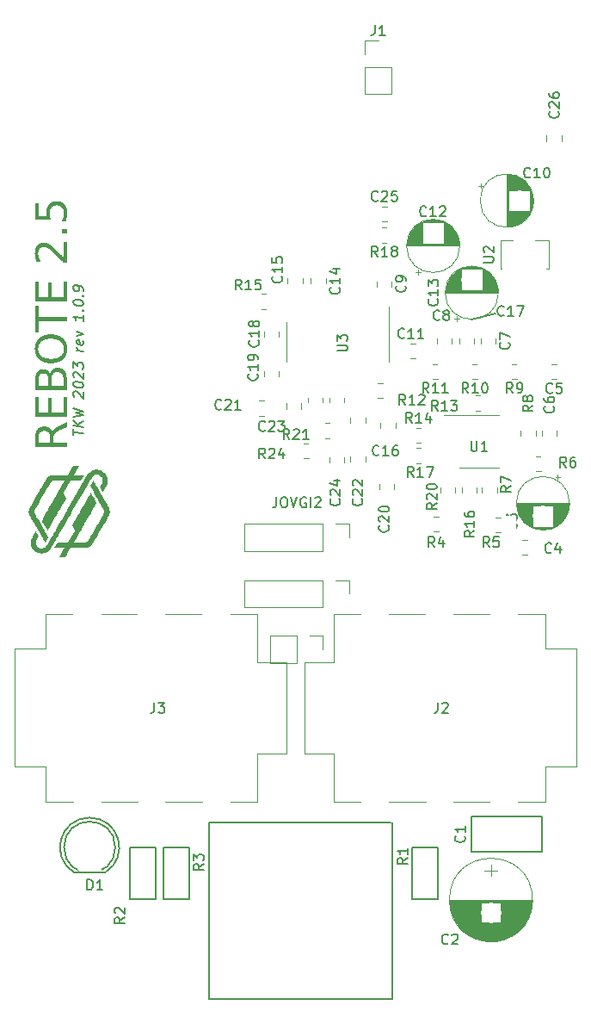
<source format=gto>
G04 #@! TF.GenerationSoftware,KiCad,Pcbnew,7.0.5.1-1-g8f565ef7f0-dirty-deb11*
G04 #@! TF.CreationDate,2023-08-10T19:21:19+00:00*
G04 #@! TF.ProjectId,rebote-smd,7265626f-7465-42d7-936d-642e6b696361,1.0.9*
G04 #@! TF.SameCoordinates,Original*
G04 #@! TF.FileFunction,Legend,Top*
G04 #@! TF.FilePolarity,Positive*
%FSLAX46Y46*%
G04 Gerber Fmt 4.6, Leading zero omitted, Abs format (unit mm)*
G04 Created by KiCad (PCBNEW 7.0.5.1-1-g8f565ef7f0-dirty-deb11) date 2023-08-10 19:21:19*
%MOMM*%
%LPD*%
G01*
G04 APERTURE LIST*
%ADD10C,0.150000*%
%ADD11C,0.120000*%
%ADD12R,2.600000X1.500000*%
%ADD13O,2.600000X1.500000*%
%ADD14R,2.000000X1.900000*%
%ADD15C,1.900000*%
%ADD16C,1.998980*%
%ADD17R,1.300000X1.300000*%
%ADD18C,1.300000*%
%ADD19O,3.000000X1.900000*%
%ADD20C,3.400000*%
%ADD21O,2.100000X2.100000*%
%ADD22C,2.000000*%
%ADD23C,2.300000*%
%ADD24C,2.398980*%
%ADD25C,1.700000*%
%ADD26C,1.924000*%
G04 APERTURE END LIST*
D10*
X162410000Y-83800000D02*
X160110000Y-84370000D01*
G36*
X120250000Y-94936217D02*
G01*
X119452791Y-95329692D01*
X119414595Y-95348709D01*
X119378041Y-95367657D01*
X119343131Y-95386536D01*
X119309863Y-95405347D01*
X119278238Y-95424088D01*
X119248257Y-95442762D01*
X119219918Y-95461366D01*
X119193222Y-95479902D01*
X119168169Y-95498369D01*
X119144759Y-95516767D01*
X119112724Y-95544236D01*
X119084386Y-95571550D01*
X119059744Y-95598710D01*
X119038799Y-95625715D01*
X119020598Y-95653426D01*
X119004186Y-95682979D01*
X118989565Y-95714374D01*
X118976735Y-95747611D01*
X118965695Y-95782690D01*
X118956445Y-95819610D01*
X118948985Y-95858373D01*
X118943316Y-95898977D01*
X118939437Y-95941423D01*
X118937845Y-95970743D01*
X118937049Y-96000883D01*
X118936950Y-96016259D01*
X118936950Y-96469818D01*
X120250000Y-96469818D01*
X120250000Y-96886008D01*
X117154954Y-96886008D01*
X117154954Y-96469818D01*
X117483217Y-96469818D01*
X118608688Y-96469818D01*
X118608688Y-95945917D01*
X118608129Y-95908851D01*
X118606455Y-95872942D01*
X118603664Y-95838189D01*
X118599757Y-95804592D01*
X118594734Y-95772152D01*
X118588595Y-95740868D01*
X118581339Y-95710740D01*
X118572967Y-95681769D01*
X118563479Y-95653953D01*
X118547153Y-95614399D01*
X118528316Y-95577446D01*
X118506968Y-95543095D01*
X118483108Y-95511346D01*
X118465806Y-95491625D01*
X118437693Y-95464127D01*
X118407210Y-95439333D01*
X118374358Y-95417243D01*
X118339135Y-95397859D01*
X118301543Y-95381180D01*
X118261580Y-95367205D01*
X118219248Y-95355935D01*
X118189710Y-95349924D01*
X118159119Y-95345116D01*
X118127474Y-95341509D01*
X118094776Y-95339105D01*
X118061025Y-95337903D01*
X118043754Y-95337752D01*
X118009487Y-95338354D01*
X117976297Y-95340157D01*
X117944183Y-95343162D01*
X117913145Y-95347370D01*
X117883183Y-95352779D01*
X117854298Y-95359391D01*
X117812987Y-95371562D01*
X117774098Y-95386439D01*
X117737631Y-95404020D01*
X117703585Y-95424306D01*
X117671960Y-95447297D01*
X117642757Y-95472992D01*
X117624633Y-95491625D01*
X117599360Y-95521640D01*
X117576574Y-95554257D01*
X117556273Y-95589475D01*
X117538457Y-95627295D01*
X117523128Y-95667716D01*
X117514290Y-95696110D01*
X117506556Y-95725659D01*
X117499927Y-95756365D01*
X117494403Y-95788227D01*
X117489984Y-95821246D01*
X117486669Y-95855421D01*
X117484459Y-95890752D01*
X117483355Y-95927240D01*
X117483217Y-95945917D01*
X117483217Y-96469818D01*
X117154954Y-96469818D01*
X117154954Y-95945917D01*
X117155171Y-95913206D01*
X117155821Y-95881019D01*
X117156905Y-95849356D01*
X117158423Y-95818216D01*
X117160374Y-95787601D01*
X117162759Y-95757509D01*
X117165578Y-95727940D01*
X117172516Y-95670375D01*
X117181189Y-95614906D01*
X117191596Y-95561531D01*
X117203737Y-95510251D01*
X117217613Y-95461067D01*
X117233224Y-95413978D01*
X117250569Y-95368984D01*
X117269648Y-95326085D01*
X117290462Y-95285281D01*
X117313011Y-95246572D01*
X117337294Y-95209959D01*
X117363312Y-95175440D01*
X117376971Y-95158967D01*
X117405607Y-95127468D01*
X117436013Y-95098001D01*
X117468187Y-95070567D01*
X117502130Y-95045165D01*
X117537842Y-95021795D01*
X117575323Y-95000457D01*
X117614572Y-94981151D01*
X117655591Y-94963878D01*
X117698378Y-94948636D01*
X117742934Y-94935427D01*
X117789259Y-94924250D01*
X117837353Y-94915105D01*
X117887216Y-94907993D01*
X117938848Y-94902912D01*
X117992248Y-94899864D01*
X118047418Y-94898848D01*
X118083576Y-94899375D01*
X118118962Y-94900955D01*
X118153574Y-94903588D01*
X118187414Y-94907274D01*
X118220482Y-94912014D01*
X118252776Y-94917807D01*
X118284298Y-94924654D01*
X118315047Y-94932554D01*
X118345023Y-94941507D01*
X118374226Y-94951513D01*
X118402656Y-94962573D01*
X118430314Y-94974685D01*
X118457199Y-94987852D01*
X118483311Y-95002071D01*
X118508650Y-95017344D01*
X118533217Y-95033670D01*
X118568312Y-95060031D01*
X118601335Y-95088556D01*
X118632283Y-95119245D01*
X118661158Y-95152097D01*
X118679256Y-95175201D01*
X118696432Y-95199267D01*
X118712686Y-95224294D01*
X118728019Y-95250283D01*
X118742431Y-95277234D01*
X118755920Y-95305146D01*
X118768488Y-95334020D01*
X118780135Y-95363856D01*
X118790859Y-95394653D01*
X118800662Y-95426413D01*
X118813623Y-95393005D01*
X118829788Y-95359826D01*
X118849160Y-95326876D01*
X118865792Y-95302314D01*
X118884228Y-95277881D01*
X118904467Y-95253576D01*
X118926509Y-95229400D01*
X118950354Y-95205353D01*
X118976002Y-95181435D01*
X118994103Y-95165561D01*
X119022827Y-95141787D01*
X119053497Y-95118000D01*
X119086111Y-95094200D01*
X119120670Y-95070387D01*
X119157174Y-95046561D01*
X119182591Y-95030670D01*
X119208872Y-95014773D01*
X119236017Y-94998871D01*
X119264027Y-94982962D01*
X119292901Y-94967048D01*
X119322639Y-94951129D01*
X119353242Y-94935203D01*
X119384709Y-94919272D01*
X119400767Y-94911304D01*
X120250000Y-94489253D01*
X120250000Y-94936217D01*
G37*
G36*
X117154954Y-93969748D02*
G01*
X117154954Y-92024354D01*
X117483217Y-92024354D01*
X117483217Y-93553558D01*
X118421109Y-93553558D01*
X118421109Y-92088101D01*
X118749371Y-92088101D01*
X118749371Y-93553558D01*
X119921737Y-93553558D01*
X119921737Y-91986985D01*
X120250000Y-91986985D01*
X120250000Y-93969748D01*
X117154954Y-93969748D01*
G37*
G36*
X119426679Y-89135569D02*
G01*
X119476753Y-89138858D01*
X119525345Y-89144339D01*
X119572455Y-89152012D01*
X119618081Y-89161878D01*
X119662225Y-89173937D01*
X119704887Y-89188188D01*
X119746065Y-89204631D01*
X119785762Y-89223267D01*
X119823975Y-89244096D01*
X119860706Y-89267117D01*
X119895954Y-89292330D01*
X119929720Y-89319736D01*
X119962003Y-89349334D01*
X119992803Y-89381125D01*
X120022121Y-89415108D01*
X120049716Y-89451023D01*
X120075530Y-89488793D01*
X120099564Y-89528417D01*
X120121818Y-89569897D01*
X120142291Y-89613231D01*
X120160984Y-89658419D01*
X120177897Y-89705463D01*
X120193030Y-89754361D01*
X120206382Y-89805114D01*
X120217954Y-89857721D01*
X120227746Y-89912184D01*
X120235757Y-89968501D01*
X120241988Y-90026673D01*
X120244436Y-90056454D01*
X120246439Y-90086699D01*
X120247997Y-90117408D01*
X120249109Y-90148580D01*
X120249777Y-90180217D01*
X120250000Y-90212316D01*
X120250000Y-91317271D01*
X117154954Y-91317271D01*
X117154954Y-90901081D01*
X117483217Y-90901081D01*
X118421109Y-90901081D01*
X118749371Y-90901081D01*
X119921737Y-90901081D01*
X119921737Y-90232833D01*
X119921173Y-90191562D01*
X119919482Y-90151649D01*
X119916662Y-90113092D01*
X119912715Y-90075891D01*
X119907641Y-90040048D01*
X119901438Y-90005561D01*
X119894108Y-89972431D01*
X119885650Y-89940657D01*
X119876065Y-89910240D01*
X119865351Y-89881180D01*
X119853510Y-89853477D01*
X119840542Y-89827130D01*
X119818974Y-89790154D01*
X119794869Y-89756230D01*
X119777390Y-89735310D01*
X119748848Y-89706371D01*
X119717626Y-89680278D01*
X119683726Y-89657032D01*
X119647147Y-89636632D01*
X119607889Y-89619079D01*
X119580228Y-89608958D01*
X119551377Y-89600102D01*
X119521335Y-89592512D01*
X119490103Y-89586186D01*
X119457680Y-89581126D01*
X119424066Y-89577330D01*
X119389261Y-89574800D01*
X119353266Y-89573535D01*
X119334822Y-89573377D01*
X119297887Y-89574010D01*
X119262190Y-89575907D01*
X119227729Y-89579070D01*
X119194504Y-89583498D01*
X119162516Y-89589191D01*
X119131764Y-89596149D01*
X119102249Y-89604372D01*
X119073970Y-89613860D01*
X119033870Y-89630465D01*
X118996553Y-89649916D01*
X118962017Y-89672213D01*
X118930264Y-89697357D01*
X118901292Y-89725347D01*
X118892254Y-89735310D01*
X118866719Y-89767199D01*
X118843696Y-89802140D01*
X118823185Y-89840134D01*
X118810906Y-89867159D01*
X118799743Y-89895541D01*
X118789697Y-89925279D01*
X118780766Y-89956374D01*
X118772953Y-89988826D01*
X118766255Y-90022635D01*
X118760674Y-90057800D01*
X118756209Y-90094322D01*
X118752860Y-90132201D01*
X118750627Y-90171436D01*
X118749511Y-90212028D01*
X118749371Y-90232833D01*
X118749371Y-90901081D01*
X118421109Y-90901081D01*
X118421109Y-90284856D01*
X118420657Y-90247361D01*
X118419300Y-90211080D01*
X118417039Y-90176012D01*
X118413873Y-90142158D01*
X118409803Y-90109517D01*
X118404829Y-90078090D01*
X118398950Y-90047876D01*
X118392166Y-90018876D01*
X118380295Y-89977651D01*
X118366389Y-89939157D01*
X118350448Y-89903394D01*
X118332472Y-89870361D01*
X118312461Y-89840059D01*
X118305338Y-89830565D01*
X118282562Y-89803852D01*
X118257648Y-89779766D01*
X118230595Y-89758308D01*
X118201405Y-89739477D01*
X118170077Y-89723274D01*
X118136610Y-89709699D01*
X118101005Y-89698751D01*
X118063263Y-89690430D01*
X118023382Y-89684737D01*
X117981363Y-89681672D01*
X117952163Y-89681088D01*
X117909105Y-89682402D01*
X117868134Y-89686343D01*
X117829249Y-89692912D01*
X117792451Y-89702108D01*
X117757739Y-89713932D01*
X117725114Y-89728383D01*
X117694576Y-89745462D01*
X117666124Y-89765169D01*
X117639759Y-89787503D01*
X117615480Y-89812464D01*
X117600453Y-89830565D01*
X117579502Y-89859957D01*
X117560611Y-89892080D01*
X117543781Y-89926933D01*
X117529012Y-89964517D01*
X117516304Y-90004831D01*
X117508977Y-90033224D01*
X117502565Y-90062831D01*
X117497070Y-90093652D01*
X117492490Y-90125685D01*
X117488826Y-90158933D01*
X117486079Y-90193394D01*
X117484247Y-90229069D01*
X117483331Y-90265957D01*
X117483217Y-90284856D01*
X117483217Y-90901081D01*
X117154954Y-90901081D01*
X117154954Y-90253349D01*
X117155147Y-90223841D01*
X117156686Y-90166104D01*
X117159766Y-90110073D01*
X117164386Y-90055749D01*
X117170545Y-90003129D01*
X117178245Y-89952216D01*
X117187484Y-89903009D01*
X117198263Y-89855508D01*
X117210582Y-89809712D01*
X117224441Y-89765622D01*
X117239840Y-89723239D01*
X117256778Y-89682561D01*
X117275257Y-89643589D01*
X117295275Y-89606323D01*
X117316833Y-89570762D01*
X117339932Y-89536908D01*
X117352058Y-89520621D01*
X117377254Y-89489388D01*
X117403750Y-89460170D01*
X117431545Y-89432968D01*
X117460639Y-89407780D01*
X117491033Y-89384608D01*
X117522727Y-89363450D01*
X117555719Y-89344308D01*
X117590012Y-89327180D01*
X117625603Y-89312068D01*
X117662495Y-89298970D01*
X117700685Y-89287888D01*
X117740175Y-89278820D01*
X117780965Y-89271768D01*
X117823054Y-89266730D01*
X117866442Y-89263708D01*
X117911130Y-89262700D01*
X117945852Y-89263215D01*
X117979674Y-89264761D01*
X118012599Y-89267337D01*
X118044624Y-89270943D01*
X118075751Y-89275580D01*
X118105979Y-89281247D01*
X118135308Y-89287945D01*
X118163738Y-89295673D01*
X118204699Y-89309197D01*
X118243637Y-89325039D01*
X118280553Y-89343200D01*
X118315447Y-89363679D01*
X118348319Y-89386477D01*
X118358827Y-89394591D01*
X118388782Y-89420403D01*
X118416547Y-89448378D01*
X118442122Y-89478517D01*
X118465508Y-89510820D01*
X118486704Y-89545287D01*
X118505711Y-89581918D01*
X118522528Y-89620712D01*
X118537155Y-89661671D01*
X118545690Y-89690179D01*
X118553252Y-89719648D01*
X118559841Y-89750079D01*
X118565457Y-89781472D01*
X118574361Y-89743631D01*
X118584404Y-89706860D01*
X118595587Y-89671159D01*
X118607909Y-89636529D01*
X118621370Y-89602970D01*
X118635970Y-89570480D01*
X118651710Y-89539062D01*
X118668588Y-89508714D01*
X118686606Y-89479436D01*
X118705763Y-89451229D01*
X118726059Y-89424092D01*
X118747494Y-89398026D01*
X118770068Y-89373030D01*
X118793782Y-89349105D01*
X118818634Y-89326250D01*
X118844626Y-89304466D01*
X118871600Y-89283881D01*
X118899398Y-89264624D01*
X118928020Y-89246695D01*
X118957466Y-89230094D01*
X118987737Y-89214821D01*
X119018832Y-89200876D01*
X119050752Y-89188259D01*
X119083496Y-89176971D01*
X119117064Y-89167010D01*
X119151456Y-89158378D01*
X119186673Y-89151074D01*
X119222714Y-89145097D01*
X119259579Y-89140449D01*
X119297269Y-89137129D01*
X119335783Y-89135137D01*
X119375122Y-89134473D01*
X119426679Y-89135569D01*
G37*
G36*
X118748352Y-85841969D02*
G01*
X118792923Y-85843105D01*
X118836921Y-85844997D01*
X118880347Y-85847647D01*
X118923200Y-85851054D01*
X118965481Y-85855218D01*
X119007189Y-85860138D01*
X119048325Y-85865816D01*
X119088888Y-85872251D01*
X119128879Y-85879443D01*
X119168298Y-85887393D01*
X119207144Y-85896099D01*
X119245417Y-85905562D01*
X119283118Y-85915782D01*
X119320247Y-85926760D01*
X119356803Y-85938494D01*
X119392787Y-85950985D01*
X119428199Y-85964234D01*
X119463038Y-85978239D01*
X119497304Y-85993002D01*
X119530998Y-86008522D01*
X119564120Y-86024798D01*
X119596669Y-86041832D01*
X119628646Y-86059623D01*
X119660050Y-86078171D01*
X119690882Y-86097476D01*
X119721141Y-86117538D01*
X119750828Y-86138357D01*
X119779943Y-86159933D01*
X119808485Y-86182266D01*
X119836454Y-86205357D01*
X119863852Y-86229204D01*
X119890494Y-86253683D01*
X119916290Y-86278669D01*
X119941241Y-86304161D01*
X119965346Y-86330160D01*
X119988605Y-86356666D01*
X120011018Y-86383678D01*
X120032586Y-86411197D01*
X120053308Y-86439222D01*
X120073184Y-86467754D01*
X120092214Y-86496793D01*
X120110398Y-86526338D01*
X120127737Y-86556390D01*
X120144230Y-86586949D01*
X120159877Y-86618014D01*
X120174678Y-86649586D01*
X120188633Y-86681664D01*
X120201743Y-86714249D01*
X120214007Y-86747340D01*
X120225425Y-86780939D01*
X120235998Y-86815043D01*
X120245724Y-86849655D01*
X120254605Y-86884773D01*
X120262640Y-86920397D01*
X120269829Y-86956529D01*
X120276172Y-86993166D01*
X120281670Y-87030311D01*
X120286322Y-87067962D01*
X120290128Y-87106120D01*
X120293088Y-87144784D01*
X120295203Y-87183955D01*
X120296471Y-87223633D01*
X120296894Y-87263817D01*
X120296472Y-87304137D01*
X120295205Y-87343947D01*
X120293095Y-87383249D01*
X120290139Y-87422040D01*
X120286340Y-87460322D01*
X120281696Y-87498095D01*
X120276207Y-87535358D01*
X120269875Y-87572112D01*
X120262698Y-87608357D01*
X120254676Y-87644091D01*
X120245811Y-87679317D01*
X120236101Y-87714033D01*
X120225546Y-87748239D01*
X120214147Y-87781936D01*
X120201904Y-87815123D01*
X120188817Y-87847801D01*
X120174885Y-87879970D01*
X120160109Y-87911629D01*
X120144488Y-87942778D01*
X120128023Y-87973418D01*
X120110714Y-88003549D01*
X120092560Y-88033170D01*
X120073562Y-88062282D01*
X120053720Y-88090884D01*
X120033033Y-88118977D01*
X120011502Y-88146560D01*
X119989127Y-88173634D01*
X119965907Y-88200198D01*
X119941843Y-88226253D01*
X119916934Y-88251798D01*
X119891181Y-88276834D01*
X119864584Y-88301360D01*
X119837275Y-88325253D01*
X119809386Y-88348387D01*
X119780918Y-88370762D01*
X119751870Y-88392379D01*
X119722242Y-88413237D01*
X119692035Y-88433337D01*
X119661249Y-88452679D01*
X119629882Y-88471262D01*
X119597936Y-88489086D01*
X119565411Y-88506152D01*
X119532305Y-88522460D01*
X119498621Y-88538009D01*
X119464356Y-88552799D01*
X119429512Y-88566831D01*
X119394089Y-88580105D01*
X119358086Y-88592620D01*
X119321503Y-88604376D01*
X119284341Y-88615375D01*
X119246599Y-88625614D01*
X119208277Y-88635095D01*
X119169376Y-88643818D01*
X119129895Y-88651782D01*
X119089835Y-88658988D01*
X119049195Y-88665435D01*
X119007975Y-88671123D01*
X118966176Y-88676054D01*
X118923797Y-88680225D01*
X118880839Y-88683639D01*
X118837301Y-88686293D01*
X118793183Y-88688189D01*
X118748486Y-88689327D01*
X118703210Y-88689706D01*
X118657977Y-88689327D01*
X118613322Y-88688189D01*
X118569243Y-88686293D01*
X118525740Y-88683639D01*
X118482815Y-88680225D01*
X118440466Y-88676054D01*
X118398694Y-88671123D01*
X118357499Y-88665435D01*
X118316881Y-88658988D01*
X118276839Y-88651782D01*
X118237374Y-88643818D01*
X118198486Y-88635095D01*
X118160174Y-88625614D01*
X118122439Y-88615375D01*
X118085281Y-88604376D01*
X118048700Y-88592620D01*
X118012695Y-88580105D01*
X117977267Y-88566831D01*
X117942416Y-88552799D01*
X117908142Y-88538009D01*
X117874444Y-88522460D01*
X117841323Y-88506152D01*
X117808779Y-88489086D01*
X117776812Y-88471262D01*
X117745421Y-88452679D01*
X117714607Y-88433337D01*
X117684370Y-88413237D01*
X117654709Y-88392379D01*
X117625626Y-88370762D01*
X117597119Y-88348387D01*
X117569188Y-88325253D01*
X117541835Y-88301360D01*
X117515147Y-88276834D01*
X117489307Y-88251798D01*
X117464314Y-88226253D01*
X117440169Y-88200198D01*
X117416870Y-88173634D01*
X117394419Y-88146560D01*
X117372815Y-88118977D01*
X117352058Y-88090884D01*
X117332149Y-88062282D01*
X117313086Y-88033170D01*
X117294871Y-88003549D01*
X117277503Y-87973418D01*
X117260982Y-87942778D01*
X117245309Y-87911629D01*
X117230482Y-87879970D01*
X117216503Y-87847801D01*
X117203371Y-87815123D01*
X117191087Y-87781936D01*
X117179649Y-87748239D01*
X117169059Y-87714033D01*
X117159316Y-87679317D01*
X117150420Y-87644091D01*
X117142372Y-87608357D01*
X117135170Y-87572112D01*
X117128816Y-87535358D01*
X117123309Y-87498095D01*
X117118650Y-87460322D01*
X117114837Y-87422040D01*
X117111872Y-87383249D01*
X117109754Y-87343947D01*
X117108483Y-87304137D01*
X117108060Y-87263817D01*
X117108068Y-87263084D01*
X117436322Y-87263084D01*
X117437650Y-87319049D01*
X117441634Y-87373554D01*
X117448275Y-87426600D01*
X117457571Y-87478186D01*
X117469524Y-87528312D01*
X117484132Y-87576978D01*
X117501397Y-87624185D01*
X117521318Y-87669931D01*
X117543896Y-87714219D01*
X117569129Y-87757046D01*
X117597018Y-87798414D01*
X117627564Y-87838322D01*
X117660766Y-87876770D01*
X117696624Y-87913758D01*
X117735138Y-87949287D01*
X117776308Y-87983356D01*
X117819771Y-88015653D01*
X117865163Y-88045867D01*
X117912484Y-88073997D01*
X117961734Y-88100043D01*
X118012913Y-88124006D01*
X118066022Y-88145884D01*
X118121060Y-88165680D01*
X118149302Y-88174796D01*
X118178026Y-88183391D01*
X118207233Y-88191465D01*
X118236922Y-88199019D01*
X118267094Y-88206051D01*
X118297747Y-88212563D01*
X118328883Y-88218553D01*
X118360502Y-88224023D01*
X118392602Y-88228972D01*
X118425185Y-88233400D01*
X118458250Y-88237307D01*
X118491797Y-88240693D01*
X118525827Y-88243558D01*
X118560339Y-88245902D01*
X118595333Y-88247725D01*
X118630810Y-88249027D01*
X118666768Y-88249809D01*
X118703210Y-88250069D01*
X118739560Y-88249809D01*
X118775432Y-88249027D01*
X118810824Y-88247725D01*
X118845737Y-88245902D01*
X118880170Y-88243558D01*
X118914124Y-88240693D01*
X118947598Y-88237307D01*
X118980593Y-88233400D01*
X119013109Y-88228972D01*
X119045145Y-88224023D01*
X119076701Y-88218553D01*
X119107779Y-88212563D01*
X119138377Y-88206051D01*
X119168495Y-88199019D01*
X119198134Y-88191465D01*
X119227294Y-88183391D01*
X119255974Y-88174796D01*
X119284175Y-88165680D01*
X119311896Y-88156042D01*
X119365900Y-88135205D01*
X119417987Y-88112285D01*
X119468156Y-88087280D01*
X119516407Y-88060192D01*
X119562741Y-88031021D01*
X119607157Y-87999765D01*
X119628646Y-87983356D01*
X119669816Y-87949287D01*
X119708330Y-87913758D01*
X119744188Y-87876770D01*
X119777390Y-87838322D01*
X119807935Y-87798414D01*
X119835825Y-87757046D01*
X119861058Y-87714219D01*
X119883635Y-87669931D01*
X119903556Y-87624185D01*
X119920821Y-87576978D01*
X119935430Y-87528312D01*
X119947383Y-87478186D01*
X119956679Y-87426600D01*
X119963319Y-87373554D01*
X119967304Y-87319049D01*
X119968632Y-87263084D01*
X119967304Y-87207216D01*
X119963319Y-87152820D01*
X119956679Y-87099894D01*
X119947383Y-87048440D01*
X119935430Y-86998457D01*
X119920821Y-86949946D01*
X119903556Y-86902905D01*
X119883635Y-86857336D01*
X119861058Y-86813237D01*
X119835825Y-86770610D01*
X119807935Y-86729454D01*
X119777390Y-86689770D01*
X119744188Y-86651556D01*
X119708330Y-86614814D01*
X119669816Y-86579543D01*
X119628646Y-86545743D01*
X119585189Y-86513623D01*
X119539814Y-86483575D01*
X119492521Y-86455600D01*
X119443311Y-86429697D01*
X119392183Y-86405866D01*
X119339138Y-86384107D01*
X119284175Y-86364421D01*
X119255974Y-86355355D01*
X119227294Y-86346807D01*
X119198134Y-86338777D01*
X119168495Y-86331265D01*
X119138377Y-86324271D01*
X119107779Y-86317795D01*
X119076701Y-86311838D01*
X119045145Y-86306398D01*
X119013109Y-86301476D01*
X118980593Y-86297073D01*
X118947598Y-86293187D01*
X118914124Y-86289820D01*
X118880170Y-86286971D01*
X118845737Y-86284639D01*
X118810824Y-86282826D01*
X118775432Y-86281531D01*
X118739560Y-86280754D01*
X118703210Y-86280495D01*
X118666768Y-86280754D01*
X118630810Y-86281531D01*
X118595333Y-86282826D01*
X118560339Y-86284639D01*
X118525827Y-86286971D01*
X118491797Y-86289820D01*
X118458250Y-86293187D01*
X118425185Y-86297073D01*
X118392602Y-86301476D01*
X118360502Y-86306398D01*
X118328883Y-86311838D01*
X118297747Y-86317795D01*
X118267094Y-86324271D01*
X118236922Y-86331265D01*
X118207233Y-86338777D01*
X118178026Y-86346807D01*
X118149302Y-86355355D01*
X118121060Y-86364421D01*
X118093300Y-86374005D01*
X118039227Y-86394728D01*
X117987083Y-86417522D01*
X117936868Y-86442389D01*
X117888582Y-86469329D01*
X117842226Y-86498340D01*
X117797798Y-86529424D01*
X117776308Y-86545743D01*
X117735138Y-86579543D01*
X117696624Y-86614814D01*
X117660766Y-86651556D01*
X117627564Y-86689770D01*
X117597018Y-86729454D01*
X117569129Y-86770610D01*
X117543896Y-86813237D01*
X117521318Y-86857336D01*
X117501397Y-86902905D01*
X117484132Y-86949946D01*
X117469524Y-86998457D01*
X117457571Y-87048440D01*
X117448275Y-87099894D01*
X117441634Y-87152820D01*
X117437650Y-87207216D01*
X117436322Y-87263084D01*
X117108068Y-87263084D01*
X117108483Y-87223633D01*
X117109754Y-87183955D01*
X117111872Y-87144784D01*
X117114837Y-87106120D01*
X117118650Y-87067962D01*
X117123309Y-87030311D01*
X117128816Y-86993166D01*
X117135170Y-86956529D01*
X117142372Y-86920397D01*
X117150420Y-86884773D01*
X117159316Y-86849655D01*
X117169059Y-86815043D01*
X117179649Y-86780939D01*
X117191087Y-86747340D01*
X117203371Y-86714249D01*
X117216503Y-86681664D01*
X117230482Y-86649586D01*
X117245309Y-86618014D01*
X117260982Y-86586949D01*
X117277503Y-86556390D01*
X117294871Y-86526338D01*
X117313086Y-86496793D01*
X117332149Y-86467754D01*
X117352058Y-86439222D01*
X117372815Y-86411197D01*
X117394419Y-86383678D01*
X117416870Y-86356666D01*
X117440169Y-86330160D01*
X117464314Y-86304161D01*
X117489307Y-86278669D01*
X117515147Y-86253683D01*
X117541835Y-86229204D01*
X117569188Y-86205357D01*
X117597119Y-86182266D01*
X117625626Y-86159933D01*
X117654709Y-86138357D01*
X117684370Y-86117538D01*
X117714607Y-86097476D01*
X117745421Y-86078171D01*
X117776812Y-86059623D01*
X117808779Y-86041832D01*
X117841323Y-86024798D01*
X117874444Y-86008522D01*
X117908142Y-85993002D01*
X117942416Y-85978239D01*
X117977267Y-85964234D01*
X118012695Y-85950985D01*
X118048700Y-85938494D01*
X118085281Y-85926760D01*
X118122439Y-85915782D01*
X118160174Y-85905562D01*
X118198486Y-85896099D01*
X118237374Y-85887393D01*
X118276839Y-85879443D01*
X118316881Y-85872251D01*
X118357499Y-85865816D01*
X118398694Y-85860138D01*
X118440466Y-85855218D01*
X118482815Y-85851054D01*
X118525740Y-85847647D01*
X118569243Y-85844997D01*
X118613322Y-85843105D01*
X118657977Y-85841969D01*
X118703210Y-85841591D01*
X118748352Y-85841969D01*
G37*
G36*
X117154954Y-85632763D02*
G01*
X117154954Y-83030111D01*
X117483217Y-83030111D01*
X117483217Y-84121877D01*
X120250000Y-84121877D01*
X120250000Y-84540265D01*
X117483217Y-84540265D01*
X117483217Y-85632763D01*
X117154954Y-85632763D01*
G37*
G36*
X117154954Y-82641765D02*
G01*
X117154954Y-80696371D01*
X117483217Y-80696371D01*
X117483217Y-82225575D01*
X118421109Y-82225575D01*
X118421109Y-80760118D01*
X118749371Y-80760118D01*
X118749371Y-82225575D01*
X119921737Y-82225575D01*
X119921737Y-80659002D01*
X120250000Y-80659002D01*
X120250000Y-82641765D01*
X117154954Y-82641765D01*
G37*
G36*
X119921737Y-78260048D02*
G01*
X119921737Y-76807048D01*
X120250000Y-76807048D01*
X120250000Y-78760502D01*
X119921737Y-78760502D01*
X119889743Y-78730245D01*
X119856410Y-78698644D01*
X119821737Y-78665697D01*
X119785724Y-78631404D01*
X119748372Y-78595767D01*
X119709681Y-78558784D01*
X119669650Y-78520456D01*
X119628279Y-78480783D01*
X119607092Y-78460442D01*
X119585569Y-78439764D01*
X119563712Y-78418751D01*
X119541520Y-78397401D01*
X119518993Y-78375714D01*
X119496131Y-78353692D01*
X119472934Y-78331333D01*
X119449402Y-78308637D01*
X119425535Y-78285606D01*
X119401334Y-78262238D01*
X119376797Y-78238534D01*
X119351926Y-78214493D01*
X119326720Y-78190116D01*
X119301179Y-78165403D01*
X119275303Y-78140354D01*
X119249092Y-78114968D01*
X119222962Y-78089665D01*
X119197418Y-78064957D01*
X119172461Y-78040842D01*
X119148090Y-78017321D01*
X119124307Y-77994393D01*
X119101110Y-77972060D01*
X119078500Y-77950321D01*
X119056476Y-77929176D01*
X119035040Y-77908624D01*
X118993927Y-77869303D01*
X118955161Y-77832357D01*
X118918742Y-77797788D01*
X118884670Y-77765593D01*
X118852945Y-77735775D01*
X118823567Y-77708332D01*
X118796537Y-77683264D01*
X118771853Y-77660573D01*
X118749516Y-77640257D01*
X118720411Y-77614237D01*
X118703942Y-77599860D01*
X118675549Y-77575417D01*
X118647705Y-77551912D01*
X118620411Y-77529346D01*
X118593667Y-77507719D01*
X118567472Y-77487031D01*
X118541826Y-77467282D01*
X118516730Y-77448471D01*
X118492184Y-77430600D01*
X118468187Y-77413667D01*
X118433222Y-77390028D01*
X118399494Y-77368501D01*
X118367002Y-77349086D01*
X118335746Y-77331784D01*
X118315596Y-77321423D01*
X118285828Y-77307150D01*
X118256151Y-77294281D01*
X118226563Y-77282815D01*
X118197066Y-77272754D01*
X118167659Y-77264096D01*
X118138342Y-77256843D01*
X118109115Y-77250993D01*
X118079978Y-77246547D01*
X118041269Y-77242804D01*
X118002721Y-77241556D01*
X117971760Y-77242228D01*
X117941527Y-77244246D01*
X117912020Y-77247609D01*
X117869123Y-77255176D01*
X117827862Y-77265770D01*
X117788237Y-77279391D01*
X117750247Y-77296038D01*
X117713894Y-77315712D01*
X117679176Y-77338413D01*
X117646093Y-77364141D01*
X117614647Y-77392896D01*
X117594591Y-77413747D01*
X117566307Y-77446947D01*
X117540804Y-77481977D01*
X117518084Y-77518835D01*
X117498146Y-77557522D01*
X117480990Y-77598038D01*
X117471098Y-77626065D01*
X117462443Y-77654905D01*
X117455024Y-77684557D01*
X117448841Y-77715023D01*
X117443895Y-77746301D01*
X117440186Y-77778392D01*
X117437713Y-77811296D01*
X117436476Y-77845013D01*
X117436322Y-77862177D01*
X117436940Y-77899052D01*
X117438795Y-77936314D01*
X117441886Y-77973962D01*
X117446214Y-78011997D01*
X117451778Y-78050418D01*
X117458579Y-78089225D01*
X117466616Y-78128419D01*
X117475889Y-78167999D01*
X117486399Y-78207966D01*
X117498146Y-78248319D01*
X117506664Y-78275436D01*
X117520347Y-78316373D01*
X117535292Y-78357850D01*
X117545956Y-78385803D01*
X117557182Y-78413996D01*
X117568969Y-78442429D01*
X117581316Y-78471103D01*
X117594225Y-78500017D01*
X117607695Y-78529172D01*
X117621725Y-78558567D01*
X117636317Y-78588202D01*
X117651469Y-78618078D01*
X117667183Y-78648194D01*
X117683457Y-78678551D01*
X117700293Y-78709148D01*
X117717690Y-78739986D01*
X117295638Y-78739986D01*
X117284186Y-78708699D01*
X117273095Y-78677669D01*
X117262365Y-78646898D01*
X117251995Y-78616383D01*
X117241986Y-78586127D01*
X117232337Y-78556128D01*
X117223049Y-78526387D01*
X117214122Y-78496903D01*
X117205555Y-78467677D01*
X117197349Y-78438708D01*
X117189504Y-78409997D01*
X117182019Y-78381544D01*
X117171468Y-78339347D01*
X117161729Y-78297729D01*
X117155687Y-78270307D01*
X117147175Y-78229563D01*
X117139501Y-78189489D01*
X117132664Y-78150085D01*
X117126664Y-78111350D01*
X117121501Y-78073286D01*
X117117176Y-78035891D01*
X117113687Y-77999166D01*
X117111036Y-77963110D01*
X117109222Y-77927724D01*
X117108246Y-77893009D01*
X117108060Y-77870237D01*
X117108296Y-77840522D01*
X117109004Y-77811186D01*
X117111838Y-77753653D01*
X117116560Y-77697636D01*
X117123172Y-77643137D01*
X117131673Y-77590154D01*
X117142063Y-77538689D01*
X117154342Y-77488740D01*
X117168510Y-77440308D01*
X117184567Y-77393394D01*
X117202513Y-77347996D01*
X117222348Y-77304115D01*
X117244072Y-77261752D01*
X117267686Y-77220905D01*
X117293188Y-77181575D01*
X117320579Y-77143762D01*
X117349860Y-77107466D01*
X117380720Y-77073040D01*
X117412852Y-77040834D01*
X117446254Y-77010849D01*
X117480927Y-76983086D01*
X117516871Y-76957543D01*
X117554085Y-76934222D01*
X117592571Y-76913122D01*
X117632327Y-76894242D01*
X117673354Y-76877584D01*
X117715652Y-76863147D01*
X117759220Y-76850931D01*
X117804060Y-76840936D01*
X117850170Y-76833163D01*
X117897552Y-76827610D01*
X117946204Y-76824278D01*
X117996127Y-76823168D01*
X118031817Y-76823792D01*
X118067173Y-76825666D01*
X118102193Y-76828790D01*
X118136879Y-76833163D01*
X118171230Y-76838785D01*
X118205246Y-76845656D01*
X118238927Y-76853777D01*
X118272274Y-76863147D01*
X118305285Y-76873767D01*
X118337962Y-76885636D01*
X118359560Y-76894242D01*
X118392380Y-76908593D01*
X118426270Y-76924991D01*
X118461228Y-76943437D01*
X118497256Y-76963932D01*
X118534352Y-76986474D01*
X118559677Y-77002640D01*
X118585477Y-77019716D01*
X118611752Y-77037702D01*
X118638503Y-77056598D01*
X118665728Y-77076405D01*
X118693429Y-77097122D01*
X118721604Y-77118749D01*
X118750255Y-77141286D01*
X118764759Y-77152896D01*
X118789327Y-77174434D01*
X118816994Y-77199598D01*
X118842417Y-77223100D01*
X118871845Y-77250569D01*
X118893690Y-77271085D01*
X118917314Y-77293365D01*
X118942719Y-77317407D01*
X118969905Y-77343213D01*
X118998871Y-77370782D01*
X119029617Y-77400114D01*
X119062143Y-77431209D01*
X119096449Y-77464068D01*
X119114270Y-77481158D01*
X119151256Y-77516572D01*
X119190039Y-77553755D01*
X119230620Y-77592707D01*
X119272998Y-77633428D01*
X119294861Y-77654452D01*
X119317173Y-77675918D01*
X119339935Y-77697826D01*
X119363146Y-77720176D01*
X119386807Y-77742969D01*
X119410917Y-77766204D01*
X119435476Y-77789881D01*
X119460484Y-77814000D01*
X119485943Y-77838561D01*
X119511850Y-77863565D01*
X119538207Y-77889011D01*
X119565013Y-77914899D01*
X119592268Y-77941229D01*
X119619973Y-77968002D01*
X119648127Y-77995216D01*
X119676731Y-78022873D01*
X119705784Y-78050972D01*
X119735286Y-78079514D01*
X119765238Y-78108497D01*
X119795639Y-78137923D01*
X119826490Y-78167791D01*
X119857789Y-78198101D01*
X119889539Y-78228854D01*
X119921737Y-78260048D01*
G37*
G36*
X119734159Y-75948290D02*
G01*
X119734159Y-75513782D01*
X120250000Y-75513782D01*
X120250000Y-75948290D01*
X119734159Y-75948290D01*
G37*
G36*
X117154954Y-74610327D02*
G01*
X117154954Y-72976343D01*
X117483217Y-72976343D01*
X117483217Y-74229309D01*
X118291416Y-74229309D01*
X118282826Y-74200933D01*
X118274915Y-74172594D01*
X118266320Y-74138633D01*
X118258704Y-74104725D01*
X118252066Y-74070868D01*
X118248185Y-74048325D01*
X118243205Y-74014253D01*
X118239255Y-73980181D01*
X118236336Y-73946109D01*
X118234446Y-73912037D01*
X118233588Y-73877965D01*
X118233531Y-73866608D01*
X118233802Y-73834623D01*
X118234618Y-73803058D01*
X118235978Y-73771912D01*
X118237881Y-73741185D01*
X118240328Y-73710878D01*
X118243319Y-73680990D01*
X118246854Y-73651521D01*
X118250933Y-73622472D01*
X118260722Y-73565631D01*
X118272686Y-73510468D01*
X118286825Y-73456981D01*
X118303140Y-73405172D01*
X118321630Y-73355040D01*
X118342295Y-73306586D01*
X118365135Y-73259809D01*
X118390151Y-73214709D01*
X118417342Y-73171286D01*
X118446709Y-73129540D01*
X118478250Y-73089472D01*
X118511967Y-73051081D01*
X118547453Y-73014614D01*
X118584485Y-72980499D01*
X118623062Y-72948737D01*
X118663184Y-72919327D01*
X118704852Y-72892271D01*
X118748066Y-72867567D01*
X118792826Y-72845216D01*
X118839131Y-72825218D01*
X118886981Y-72807572D01*
X118936378Y-72792279D01*
X118987319Y-72779339D01*
X119039807Y-72768752D01*
X119093840Y-72760517D01*
X119149418Y-72754635D01*
X119206543Y-72751106D01*
X119265212Y-72749930D01*
X119295591Y-72750232D01*
X119325542Y-72751138D01*
X119355067Y-72752647D01*
X119412839Y-72757479D01*
X119468904Y-72764726D01*
X119523263Y-72774389D01*
X119575916Y-72786467D01*
X119626864Y-72800962D01*
X119676106Y-72817872D01*
X119723641Y-72837197D01*
X119769471Y-72858939D01*
X119813595Y-72883096D01*
X119856013Y-72909669D01*
X119896726Y-72938657D01*
X119935732Y-72970062D01*
X119973032Y-73003882D01*
X120008627Y-73040117D01*
X120025785Y-73059141D01*
X120058614Y-73098783D01*
X120089326Y-73140405D01*
X120117919Y-73184008D01*
X120144395Y-73229592D01*
X120168752Y-73277157D01*
X120190992Y-73326702D01*
X120211113Y-73378227D01*
X120229117Y-73431734D01*
X120245002Y-73487221D01*
X120252150Y-73515707D01*
X120258769Y-73544688D01*
X120264859Y-73574165D01*
X120270419Y-73604137D01*
X120275449Y-73634604D01*
X120279950Y-73665566D01*
X120283921Y-73697023D01*
X120287363Y-73728975D01*
X120290275Y-73761423D01*
X120292658Y-73794366D01*
X120294511Y-73827803D01*
X120295835Y-73861737D01*
X120296629Y-73896165D01*
X120296894Y-73931088D01*
X120296585Y-73967423D01*
X120295658Y-74003886D01*
X120294112Y-74040478D01*
X120291948Y-74077199D01*
X120289166Y-74114048D01*
X120285766Y-74151027D01*
X120281747Y-74188134D01*
X120277110Y-74225370D01*
X120271855Y-74262735D01*
X120265982Y-74300229D01*
X120261723Y-74325296D01*
X120254819Y-74363062D01*
X120247298Y-74401073D01*
X120239157Y-74439329D01*
X120230399Y-74477830D01*
X120221022Y-74516575D01*
X120211028Y-74555565D01*
X120200414Y-74594799D01*
X120189183Y-74634279D01*
X120177333Y-74674003D01*
X120164866Y-74713971D01*
X120156210Y-74740753D01*
X119734159Y-74740753D01*
X119755881Y-74705885D01*
X119776534Y-74670798D01*
X119796118Y-74635491D01*
X119814633Y-74599966D01*
X119832079Y-74564222D01*
X119848456Y-74528259D01*
X119863764Y-74492077D01*
X119878002Y-74455676D01*
X119891172Y-74419056D01*
X119903273Y-74382217D01*
X119910746Y-74357536D01*
X119921091Y-74320242D01*
X119930418Y-74282549D01*
X119938728Y-74244456D01*
X119946020Y-74205964D01*
X119952295Y-74167073D01*
X119957552Y-74127783D01*
X119961792Y-74088093D01*
X119965014Y-74048004D01*
X119967219Y-74007516D01*
X119968406Y-73966628D01*
X119968632Y-73939148D01*
X119967893Y-73895124D01*
X119965678Y-73852263D01*
X119961986Y-73810563D01*
X119956816Y-73770025D01*
X119950170Y-73730650D01*
X119942047Y-73692436D01*
X119932448Y-73655385D01*
X119921371Y-73619495D01*
X119908817Y-73584768D01*
X119894786Y-73551203D01*
X119879279Y-73518800D01*
X119862295Y-73487558D01*
X119843833Y-73457479D01*
X119823895Y-73428562D01*
X119802480Y-73400807D01*
X119779588Y-73374214D01*
X119755339Y-73349015D01*
X119730037Y-73325442D01*
X119703682Y-73303495D01*
X119676273Y-73283173D01*
X119647811Y-73264477D01*
X119618296Y-73247407D01*
X119587727Y-73231962D01*
X119556106Y-73218143D01*
X119523430Y-73205950D01*
X119489702Y-73195383D01*
X119454920Y-73186441D01*
X119419085Y-73179125D01*
X119382197Y-73173435D01*
X119344255Y-73169371D01*
X119305261Y-73166932D01*
X119265212Y-73166120D01*
X119225167Y-73166932D01*
X119186181Y-73169371D01*
X119148253Y-73173435D01*
X119111385Y-73179125D01*
X119075576Y-73186441D01*
X119040826Y-73195383D01*
X119007134Y-73205950D01*
X118974502Y-73218143D01*
X118942929Y-73231962D01*
X118912415Y-73247407D01*
X118882960Y-73264477D01*
X118854564Y-73283173D01*
X118827227Y-73303495D01*
X118800949Y-73325442D01*
X118775730Y-73349015D01*
X118751570Y-73374214D01*
X118728589Y-73400804D01*
X118707091Y-73428551D01*
X118687075Y-73457454D01*
X118668542Y-73487513D01*
X118651492Y-73518728D01*
X118635924Y-73551100D01*
X118621839Y-73584628D01*
X118609237Y-73619312D01*
X118598117Y-73655153D01*
X118588480Y-73692150D01*
X118580326Y-73730303D01*
X118573654Y-73769613D01*
X118568465Y-73810079D01*
X118564758Y-73851702D01*
X118562534Y-73894480D01*
X118561793Y-73938415D01*
X118562096Y-73969733D01*
X118563004Y-74001038D01*
X118564517Y-74032330D01*
X118566636Y-74063609D01*
X118569360Y-74094875D01*
X118572689Y-74126128D01*
X118576624Y-74157369D01*
X118581164Y-74188596D01*
X118586310Y-74219811D01*
X118592061Y-74251013D01*
X118596231Y-74271807D01*
X118602892Y-74302921D01*
X118610236Y-74334163D01*
X118618262Y-74365535D01*
X118626971Y-74397035D01*
X118636363Y-74428664D01*
X118646437Y-74460422D01*
X118657194Y-74492308D01*
X118668634Y-74524323D01*
X118680756Y-74556468D01*
X118693561Y-74588741D01*
X118702477Y-74610327D01*
X117154954Y-74610327D01*
G37*
X120879819Y-95737030D02*
X120879819Y-95165601D01*
X121879819Y-95576316D02*
X120879819Y-95451316D01*
X121879819Y-94957268D02*
X120879819Y-94832268D01*
X121879819Y-94385839D02*
X121308390Y-94742982D01*
X120879819Y-94260839D02*
X121451247Y-94903696D01*
X120879819Y-93927506D02*
X121879819Y-93814411D01*
X121879819Y-93814411D02*
X121165533Y-93534649D01*
X121165533Y-93534649D02*
X121879819Y-93433458D01*
X121879819Y-93433458D02*
X120879819Y-93070363D01*
X120975057Y-91987029D02*
X120927438Y-91933458D01*
X120927438Y-91933458D02*
X120879819Y-91832268D01*
X120879819Y-91832268D02*
X120879819Y-91594172D01*
X120879819Y-91594172D02*
X120927438Y-91504887D01*
X120927438Y-91504887D02*
X120975057Y-91463220D01*
X120975057Y-91463220D02*
X121070295Y-91427506D01*
X121070295Y-91427506D02*
X121165533Y-91439410D01*
X121165533Y-91439410D02*
X121308390Y-91504887D01*
X121308390Y-91504887D02*
X121879819Y-92147744D01*
X121879819Y-92147744D02*
X121879819Y-91528696D01*
X120879819Y-90784648D02*
X120879819Y-90689410D01*
X120879819Y-90689410D02*
X120927438Y-90600125D01*
X120927438Y-90600125D02*
X120975057Y-90558458D01*
X120975057Y-90558458D02*
X121070295Y-90522744D01*
X121070295Y-90522744D02*
X121260771Y-90498934D01*
X121260771Y-90498934D02*
X121498866Y-90528696D01*
X121498866Y-90528696D02*
X121689342Y-90600125D01*
X121689342Y-90600125D02*
X121784580Y-90659648D01*
X121784580Y-90659648D02*
X121832200Y-90713220D01*
X121832200Y-90713220D02*
X121879819Y-90814410D01*
X121879819Y-90814410D02*
X121879819Y-90909648D01*
X121879819Y-90909648D02*
X121832200Y-90998934D01*
X121832200Y-90998934D02*
X121784580Y-91040601D01*
X121784580Y-91040601D02*
X121689342Y-91076315D01*
X121689342Y-91076315D02*
X121498866Y-91100125D01*
X121498866Y-91100125D02*
X121260771Y-91070363D01*
X121260771Y-91070363D02*
X121070295Y-90998934D01*
X121070295Y-90998934D02*
X120975057Y-90939410D01*
X120975057Y-90939410D02*
X120927438Y-90885839D01*
X120927438Y-90885839D02*
X120879819Y-90784648D01*
X120975057Y-90082267D02*
X120927438Y-90028696D01*
X120927438Y-90028696D02*
X120879819Y-89927506D01*
X120879819Y-89927506D02*
X120879819Y-89689410D01*
X120879819Y-89689410D02*
X120927438Y-89600125D01*
X120927438Y-89600125D02*
X120975057Y-89558458D01*
X120975057Y-89558458D02*
X121070295Y-89522744D01*
X121070295Y-89522744D02*
X121165533Y-89534648D01*
X121165533Y-89534648D02*
X121308390Y-89600125D01*
X121308390Y-89600125D02*
X121879819Y-90242982D01*
X121879819Y-90242982D02*
X121879819Y-89623934D01*
X120879819Y-89165601D02*
X120879819Y-88546553D01*
X120879819Y-88546553D02*
X121260771Y-88927506D01*
X121260771Y-88927506D02*
X121260771Y-88784648D01*
X121260771Y-88784648D02*
X121308390Y-88695363D01*
X121308390Y-88695363D02*
X121356009Y-88653696D01*
X121356009Y-88653696D02*
X121451247Y-88617982D01*
X121451247Y-88617982D02*
X121689342Y-88647744D01*
X121689342Y-88647744D02*
X121784580Y-88707267D01*
X121784580Y-88707267D02*
X121832200Y-88760839D01*
X121832200Y-88760839D02*
X121879819Y-88862029D01*
X121879819Y-88862029D02*
X121879819Y-89147744D01*
X121879819Y-89147744D02*
X121832200Y-89237029D01*
X121832200Y-89237029D02*
X121784580Y-89278696D01*
X121879819Y-87481077D02*
X121213152Y-87397743D01*
X121403628Y-87421553D02*
X121308390Y-87362029D01*
X121308390Y-87362029D02*
X121260771Y-87308458D01*
X121260771Y-87308458D02*
X121213152Y-87207267D01*
X121213152Y-87207267D02*
X121213152Y-87112029D01*
X121832200Y-86475124D02*
X121879819Y-86576314D01*
X121879819Y-86576314D02*
X121879819Y-86766791D01*
X121879819Y-86766791D02*
X121832200Y-86856076D01*
X121832200Y-86856076D02*
X121736961Y-86891791D01*
X121736961Y-86891791D02*
X121356009Y-86844172D01*
X121356009Y-86844172D02*
X121260771Y-86784648D01*
X121260771Y-86784648D02*
X121213152Y-86683457D01*
X121213152Y-86683457D02*
X121213152Y-86492981D01*
X121213152Y-86492981D02*
X121260771Y-86403695D01*
X121260771Y-86403695D02*
X121356009Y-86367981D01*
X121356009Y-86367981D02*
X121451247Y-86379886D01*
X121451247Y-86379886D02*
X121546485Y-86867981D01*
X121213152Y-86016790D02*
X121879819Y-85862029D01*
X121879819Y-85862029D02*
X121213152Y-85540600D01*
X121879819Y-83957266D02*
X121879819Y-84528695D01*
X121879819Y-84242980D02*
X120879819Y-84117980D01*
X120879819Y-84117980D02*
X121022676Y-84231076D01*
X121022676Y-84231076D02*
X121117914Y-84338219D01*
X121117914Y-84338219D02*
X121165533Y-84439409D01*
X121784580Y-83516790D02*
X121832200Y-83475123D01*
X121832200Y-83475123D02*
X121879819Y-83528695D01*
X121879819Y-83528695D02*
X121832200Y-83570361D01*
X121832200Y-83570361D02*
X121784580Y-83516790D01*
X121784580Y-83516790D02*
X121879819Y-83528695D01*
X120879819Y-82737028D02*
X120879819Y-82641790D01*
X120879819Y-82641790D02*
X120927438Y-82552505D01*
X120927438Y-82552505D02*
X120975057Y-82510838D01*
X120975057Y-82510838D02*
X121070295Y-82475124D01*
X121070295Y-82475124D02*
X121260771Y-82451314D01*
X121260771Y-82451314D02*
X121498866Y-82481076D01*
X121498866Y-82481076D02*
X121689342Y-82552505D01*
X121689342Y-82552505D02*
X121784580Y-82612028D01*
X121784580Y-82612028D02*
X121832200Y-82665600D01*
X121832200Y-82665600D02*
X121879819Y-82766790D01*
X121879819Y-82766790D02*
X121879819Y-82862028D01*
X121879819Y-82862028D02*
X121832200Y-82951314D01*
X121832200Y-82951314D02*
X121784580Y-82992981D01*
X121784580Y-82992981D02*
X121689342Y-83028695D01*
X121689342Y-83028695D02*
X121498866Y-83052505D01*
X121498866Y-83052505D02*
X121260771Y-83022743D01*
X121260771Y-83022743D02*
X121070295Y-82951314D01*
X121070295Y-82951314D02*
X120975057Y-82891790D01*
X120975057Y-82891790D02*
X120927438Y-82838219D01*
X120927438Y-82838219D02*
X120879819Y-82737028D01*
X121784580Y-82088219D02*
X121832200Y-82046552D01*
X121832200Y-82046552D02*
X121879819Y-82100124D01*
X121879819Y-82100124D02*
X121832200Y-82141790D01*
X121832200Y-82141790D02*
X121784580Y-82088219D01*
X121784580Y-82088219D02*
X121879819Y-82100124D01*
X121879819Y-81576315D02*
X121879819Y-81385838D01*
X121879819Y-81385838D02*
X121832200Y-81284648D01*
X121832200Y-81284648D02*
X121784580Y-81231077D01*
X121784580Y-81231077D02*
X121641723Y-81117981D01*
X121641723Y-81117981D02*
X121451247Y-81046553D01*
X121451247Y-81046553D02*
X121070295Y-80998934D01*
X121070295Y-80998934D02*
X120975057Y-81034648D01*
X120975057Y-81034648D02*
X120927438Y-81076315D01*
X120927438Y-81076315D02*
X120879819Y-81165600D01*
X120879819Y-81165600D02*
X120879819Y-81356077D01*
X120879819Y-81356077D02*
X120927438Y-81457267D01*
X120927438Y-81457267D02*
X120975057Y-81510838D01*
X120975057Y-81510838D02*
X121070295Y-81570362D01*
X121070295Y-81570362D02*
X121308390Y-81600124D01*
X121308390Y-81600124D02*
X121403628Y-81564410D01*
X121403628Y-81564410D02*
X121451247Y-81522743D01*
X121451247Y-81522743D02*
X121498866Y-81433457D01*
X121498866Y-81433457D02*
X121498866Y-81242981D01*
X121498866Y-81242981D02*
X121451247Y-81141791D01*
X121451247Y-81141791D02*
X121403628Y-81088219D01*
X121403628Y-81088219D02*
X121308390Y-81028696D01*
X128876666Y-122054819D02*
X128876666Y-122769104D01*
X128876666Y-122769104D02*
X128829047Y-122911961D01*
X128829047Y-122911961D02*
X128733809Y-123007200D01*
X128733809Y-123007200D02*
X128590952Y-123054819D01*
X128590952Y-123054819D02*
X128495714Y-123054819D01*
X129257619Y-122054819D02*
X129876666Y-122054819D01*
X129876666Y-122054819D02*
X129543333Y-122435771D01*
X129543333Y-122435771D02*
X129686190Y-122435771D01*
X129686190Y-122435771D02*
X129781428Y-122483390D01*
X129781428Y-122483390D02*
X129829047Y-122531009D01*
X129829047Y-122531009D02*
X129876666Y-122626247D01*
X129876666Y-122626247D02*
X129876666Y-122864342D01*
X129876666Y-122864342D02*
X129829047Y-122959580D01*
X129829047Y-122959580D02*
X129781428Y-123007200D01*
X129781428Y-123007200D02*
X129686190Y-123054819D01*
X129686190Y-123054819D02*
X129400476Y-123054819D01*
X129400476Y-123054819D02*
X129305238Y-123007200D01*
X129305238Y-123007200D02*
X129257619Y-122959580D01*
X150576666Y-55449819D02*
X150576666Y-56164104D01*
X150576666Y-56164104D02*
X150529047Y-56306961D01*
X150529047Y-56306961D02*
X150433809Y-56402200D01*
X150433809Y-56402200D02*
X150290952Y-56449819D01*
X150290952Y-56449819D02*
X150195714Y-56449819D01*
X151576666Y-56449819D02*
X151005238Y-56449819D01*
X151290952Y-56449819D02*
X151290952Y-55449819D01*
X151290952Y-55449819D02*
X151195714Y-55592676D01*
X151195714Y-55592676D02*
X151100476Y-55687914D01*
X151100476Y-55687914D02*
X151005238Y-55735533D01*
X140876190Y-101854819D02*
X140876190Y-102569104D01*
X140876190Y-102569104D02*
X140828571Y-102711961D01*
X140828571Y-102711961D02*
X140733333Y-102807200D01*
X140733333Y-102807200D02*
X140590476Y-102854819D01*
X140590476Y-102854819D02*
X140495238Y-102854819D01*
X141542857Y-101854819D02*
X141733333Y-101854819D01*
X141733333Y-101854819D02*
X141828571Y-101902438D01*
X141828571Y-101902438D02*
X141923809Y-101997676D01*
X141923809Y-101997676D02*
X141971428Y-102188152D01*
X141971428Y-102188152D02*
X141971428Y-102521485D01*
X141971428Y-102521485D02*
X141923809Y-102711961D01*
X141923809Y-102711961D02*
X141828571Y-102807200D01*
X141828571Y-102807200D02*
X141733333Y-102854819D01*
X141733333Y-102854819D02*
X141542857Y-102854819D01*
X141542857Y-102854819D02*
X141447619Y-102807200D01*
X141447619Y-102807200D02*
X141352381Y-102711961D01*
X141352381Y-102711961D02*
X141304762Y-102521485D01*
X141304762Y-102521485D02*
X141304762Y-102188152D01*
X141304762Y-102188152D02*
X141352381Y-101997676D01*
X141352381Y-101997676D02*
X141447619Y-101902438D01*
X141447619Y-101902438D02*
X141542857Y-101854819D01*
X142257143Y-101854819D02*
X142590476Y-102854819D01*
X142590476Y-102854819D02*
X142923809Y-101854819D01*
X143780952Y-101902438D02*
X143685714Y-101854819D01*
X143685714Y-101854819D02*
X143542857Y-101854819D01*
X143542857Y-101854819D02*
X143400000Y-101902438D01*
X143400000Y-101902438D02*
X143304762Y-101997676D01*
X143304762Y-101997676D02*
X143257143Y-102092914D01*
X143257143Y-102092914D02*
X143209524Y-102283390D01*
X143209524Y-102283390D02*
X143209524Y-102426247D01*
X143209524Y-102426247D02*
X143257143Y-102616723D01*
X143257143Y-102616723D02*
X143304762Y-102711961D01*
X143304762Y-102711961D02*
X143400000Y-102807200D01*
X143400000Y-102807200D02*
X143542857Y-102854819D01*
X143542857Y-102854819D02*
X143638095Y-102854819D01*
X143638095Y-102854819D02*
X143780952Y-102807200D01*
X143780952Y-102807200D02*
X143828571Y-102759580D01*
X143828571Y-102759580D02*
X143828571Y-102426247D01*
X143828571Y-102426247D02*
X143638095Y-102426247D01*
X144257143Y-102854819D02*
X144257143Y-101854819D01*
X144685714Y-101950057D02*
X144733333Y-101902438D01*
X144733333Y-101902438D02*
X144828571Y-101854819D01*
X144828571Y-101854819D02*
X145066666Y-101854819D01*
X145066666Y-101854819D02*
X145161904Y-101902438D01*
X145161904Y-101902438D02*
X145209523Y-101950057D01*
X145209523Y-101950057D02*
X145257142Y-102045295D01*
X145257142Y-102045295D02*
X145257142Y-102140533D01*
X145257142Y-102140533D02*
X145209523Y-102283390D01*
X145209523Y-102283390D02*
X144638095Y-102854819D01*
X144638095Y-102854819D02*
X145257142Y-102854819D01*
X157783333Y-145709580D02*
X157735714Y-145757200D01*
X157735714Y-145757200D02*
X157592857Y-145804819D01*
X157592857Y-145804819D02*
X157497619Y-145804819D01*
X157497619Y-145804819D02*
X157354762Y-145757200D01*
X157354762Y-145757200D02*
X157259524Y-145661961D01*
X157259524Y-145661961D02*
X157211905Y-145566723D01*
X157211905Y-145566723D02*
X157164286Y-145376247D01*
X157164286Y-145376247D02*
X157164286Y-145233390D01*
X157164286Y-145233390D02*
X157211905Y-145042914D01*
X157211905Y-145042914D02*
X157259524Y-144947676D01*
X157259524Y-144947676D02*
X157354762Y-144852438D01*
X157354762Y-144852438D02*
X157497619Y-144804819D01*
X157497619Y-144804819D02*
X157592857Y-144804819D01*
X157592857Y-144804819D02*
X157735714Y-144852438D01*
X157735714Y-144852438D02*
X157783333Y-144900057D01*
X158164286Y-144900057D02*
X158211905Y-144852438D01*
X158211905Y-144852438D02*
X158307143Y-144804819D01*
X158307143Y-144804819D02*
X158545238Y-144804819D01*
X158545238Y-144804819D02*
X158640476Y-144852438D01*
X158640476Y-144852438D02*
X158688095Y-144900057D01*
X158688095Y-144900057D02*
X158735714Y-144995295D01*
X158735714Y-144995295D02*
X158735714Y-145090533D01*
X158735714Y-145090533D02*
X158688095Y-145233390D01*
X158688095Y-145233390D02*
X158116667Y-145804819D01*
X158116667Y-145804819D02*
X158735714Y-145804819D01*
X122261905Y-140454819D02*
X122261905Y-139454819D01*
X122261905Y-139454819D02*
X122500000Y-139454819D01*
X122500000Y-139454819D02*
X122642857Y-139502438D01*
X122642857Y-139502438D02*
X122738095Y-139597676D01*
X122738095Y-139597676D02*
X122785714Y-139692914D01*
X122785714Y-139692914D02*
X122833333Y-139883390D01*
X122833333Y-139883390D02*
X122833333Y-140026247D01*
X122833333Y-140026247D02*
X122785714Y-140216723D01*
X122785714Y-140216723D02*
X122738095Y-140311961D01*
X122738095Y-140311961D02*
X122642857Y-140407200D01*
X122642857Y-140407200D02*
X122500000Y-140454819D01*
X122500000Y-140454819D02*
X122261905Y-140454819D01*
X123785714Y-140454819D02*
X123214286Y-140454819D01*
X123500000Y-140454819D02*
X123500000Y-139454819D01*
X123500000Y-139454819D02*
X123404762Y-139597676D01*
X123404762Y-139597676D02*
X123309524Y-139692914D01*
X123309524Y-139692914D02*
X123214286Y-139740533D01*
X153804819Y-137316666D02*
X153328628Y-137649999D01*
X153804819Y-137888094D02*
X152804819Y-137888094D01*
X152804819Y-137888094D02*
X152804819Y-137507142D01*
X152804819Y-137507142D02*
X152852438Y-137411904D01*
X152852438Y-137411904D02*
X152900057Y-137364285D01*
X152900057Y-137364285D02*
X152995295Y-137316666D01*
X152995295Y-137316666D02*
X153138152Y-137316666D01*
X153138152Y-137316666D02*
X153233390Y-137364285D01*
X153233390Y-137364285D02*
X153281009Y-137411904D01*
X153281009Y-137411904D02*
X153328628Y-137507142D01*
X153328628Y-137507142D02*
X153328628Y-137888094D01*
X153804819Y-136364285D02*
X153804819Y-136935713D01*
X153804819Y-136649999D02*
X152804819Y-136649999D01*
X152804819Y-136649999D02*
X152947676Y-136745237D01*
X152947676Y-136745237D02*
X153042914Y-136840475D01*
X153042914Y-136840475D02*
X153090533Y-136935713D01*
X125964819Y-143146666D02*
X125488628Y-143479999D01*
X125964819Y-143718094D02*
X124964819Y-143718094D01*
X124964819Y-143718094D02*
X124964819Y-143337142D01*
X124964819Y-143337142D02*
X125012438Y-143241904D01*
X125012438Y-143241904D02*
X125060057Y-143194285D01*
X125060057Y-143194285D02*
X125155295Y-143146666D01*
X125155295Y-143146666D02*
X125298152Y-143146666D01*
X125298152Y-143146666D02*
X125393390Y-143194285D01*
X125393390Y-143194285D02*
X125441009Y-143241904D01*
X125441009Y-143241904D02*
X125488628Y-143337142D01*
X125488628Y-143337142D02*
X125488628Y-143718094D01*
X125060057Y-142765713D02*
X125012438Y-142718094D01*
X125012438Y-142718094D02*
X124964819Y-142622856D01*
X124964819Y-142622856D02*
X124964819Y-142384761D01*
X124964819Y-142384761D02*
X125012438Y-142289523D01*
X125012438Y-142289523D02*
X125060057Y-142241904D01*
X125060057Y-142241904D02*
X125155295Y-142194285D01*
X125155295Y-142194285D02*
X125250533Y-142194285D01*
X125250533Y-142194285D02*
X125393390Y-142241904D01*
X125393390Y-142241904D02*
X125964819Y-142813332D01*
X125964819Y-142813332D02*
X125964819Y-142194285D01*
X133714819Y-137916666D02*
X133238628Y-138249999D01*
X133714819Y-138488094D02*
X132714819Y-138488094D01*
X132714819Y-138488094D02*
X132714819Y-138107142D01*
X132714819Y-138107142D02*
X132762438Y-138011904D01*
X132762438Y-138011904D02*
X132810057Y-137964285D01*
X132810057Y-137964285D02*
X132905295Y-137916666D01*
X132905295Y-137916666D02*
X133048152Y-137916666D01*
X133048152Y-137916666D02*
X133143390Y-137964285D01*
X133143390Y-137964285D02*
X133191009Y-138011904D01*
X133191009Y-138011904D02*
X133238628Y-138107142D01*
X133238628Y-138107142D02*
X133238628Y-138488094D01*
X132714819Y-137583332D02*
X132714819Y-136964285D01*
X132714819Y-136964285D02*
X133095771Y-137297618D01*
X133095771Y-137297618D02*
X133095771Y-137154761D01*
X133095771Y-137154761D02*
X133143390Y-137059523D01*
X133143390Y-137059523D02*
X133191009Y-137011904D01*
X133191009Y-137011904D02*
X133286247Y-136964285D01*
X133286247Y-136964285D02*
X133524342Y-136964285D01*
X133524342Y-136964285D02*
X133619580Y-137011904D01*
X133619580Y-137011904D02*
X133667200Y-137059523D01*
X133667200Y-137059523D02*
X133714819Y-137154761D01*
X133714819Y-137154761D02*
X133714819Y-137440475D01*
X133714819Y-137440475D02*
X133667200Y-137535713D01*
X133667200Y-137535713D02*
X133619580Y-137583332D01*
X159359580Y-135166666D02*
X159407200Y-135214285D01*
X159407200Y-135214285D02*
X159454819Y-135357142D01*
X159454819Y-135357142D02*
X159454819Y-135452380D01*
X159454819Y-135452380D02*
X159407200Y-135595237D01*
X159407200Y-135595237D02*
X159311961Y-135690475D01*
X159311961Y-135690475D02*
X159216723Y-135738094D01*
X159216723Y-135738094D02*
X159026247Y-135785713D01*
X159026247Y-135785713D02*
X158883390Y-135785713D01*
X158883390Y-135785713D02*
X158692914Y-135738094D01*
X158692914Y-135738094D02*
X158597676Y-135690475D01*
X158597676Y-135690475D02*
X158502438Y-135595237D01*
X158502438Y-135595237D02*
X158454819Y-135452380D01*
X158454819Y-135452380D02*
X158454819Y-135357142D01*
X158454819Y-135357142D02*
X158502438Y-135214285D01*
X158502438Y-135214285D02*
X158550057Y-135166666D01*
X159454819Y-134214285D02*
X159454819Y-134785713D01*
X159454819Y-134499999D02*
X158454819Y-134499999D01*
X158454819Y-134499999D02*
X158597676Y-134595237D01*
X158597676Y-134595237D02*
X158692914Y-134690475D01*
X158692914Y-134690475D02*
X158740533Y-134785713D01*
X156776666Y-122054819D02*
X156776666Y-122769104D01*
X156776666Y-122769104D02*
X156729047Y-122911961D01*
X156729047Y-122911961D02*
X156633809Y-123007200D01*
X156633809Y-123007200D02*
X156490952Y-123054819D01*
X156490952Y-123054819D02*
X156395714Y-123054819D01*
X157205238Y-122150057D02*
X157252857Y-122102438D01*
X157252857Y-122102438D02*
X157348095Y-122054819D01*
X157348095Y-122054819D02*
X157586190Y-122054819D01*
X157586190Y-122054819D02*
X157681428Y-122102438D01*
X157681428Y-122102438D02*
X157729047Y-122150057D01*
X157729047Y-122150057D02*
X157776666Y-122245295D01*
X157776666Y-122245295D02*
X157776666Y-122340533D01*
X157776666Y-122340533D02*
X157729047Y-122483390D01*
X157729047Y-122483390D02*
X157157619Y-123054819D01*
X157157619Y-123054819D02*
X157776666Y-123054819D01*
X141369580Y-80142857D02*
X141417200Y-80190476D01*
X141417200Y-80190476D02*
X141464819Y-80333333D01*
X141464819Y-80333333D02*
X141464819Y-80428571D01*
X141464819Y-80428571D02*
X141417200Y-80571428D01*
X141417200Y-80571428D02*
X141321961Y-80666666D01*
X141321961Y-80666666D02*
X141226723Y-80714285D01*
X141226723Y-80714285D02*
X141036247Y-80761904D01*
X141036247Y-80761904D02*
X140893390Y-80761904D01*
X140893390Y-80761904D02*
X140702914Y-80714285D01*
X140702914Y-80714285D02*
X140607676Y-80666666D01*
X140607676Y-80666666D02*
X140512438Y-80571428D01*
X140512438Y-80571428D02*
X140464819Y-80428571D01*
X140464819Y-80428571D02*
X140464819Y-80333333D01*
X140464819Y-80333333D02*
X140512438Y-80190476D01*
X140512438Y-80190476D02*
X140560057Y-80142857D01*
X141464819Y-79190476D02*
X141464819Y-79761904D01*
X141464819Y-79476190D02*
X140464819Y-79476190D01*
X140464819Y-79476190D02*
X140607676Y-79571428D01*
X140607676Y-79571428D02*
X140702914Y-79666666D01*
X140702914Y-79666666D02*
X140750533Y-79761904D01*
X140464819Y-78285714D02*
X140464819Y-78761904D01*
X140464819Y-78761904D02*
X140941009Y-78809523D01*
X140941009Y-78809523D02*
X140893390Y-78761904D01*
X140893390Y-78761904D02*
X140845771Y-78666666D01*
X140845771Y-78666666D02*
X140845771Y-78428571D01*
X140845771Y-78428571D02*
X140893390Y-78333333D01*
X140893390Y-78333333D02*
X140941009Y-78285714D01*
X140941009Y-78285714D02*
X141036247Y-78238095D01*
X141036247Y-78238095D02*
X141274342Y-78238095D01*
X141274342Y-78238095D02*
X141369580Y-78285714D01*
X141369580Y-78285714D02*
X141417200Y-78333333D01*
X141417200Y-78333333D02*
X141464819Y-78428571D01*
X141464819Y-78428571D02*
X141464819Y-78666666D01*
X141464819Y-78666666D02*
X141417200Y-78761904D01*
X141417200Y-78761904D02*
X141369580Y-78809523D01*
X168125580Y-92931666D02*
X168173200Y-92979285D01*
X168173200Y-92979285D02*
X168220819Y-93122142D01*
X168220819Y-93122142D02*
X168220819Y-93217380D01*
X168220819Y-93217380D02*
X168173200Y-93360237D01*
X168173200Y-93360237D02*
X168077961Y-93455475D01*
X168077961Y-93455475D02*
X167982723Y-93503094D01*
X167982723Y-93503094D02*
X167792247Y-93550713D01*
X167792247Y-93550713D02*
X167649390Y-93550713D01*
X167649390Y-93550713D02*
X167458914Y-93503094D01*
X167458914Y-93503094D02*
X167363676Y-93455475D01*
X167363676Y-93455475D02*
X167268438Y-93360237D01*
X167268438Y-93360237D02*
X167220819Y-93217380D01*
X167220819Y-93217380D02*
X167220819Y-93122142D01*
X167220819Y-93122142D02*
X167268438Y-92979285D01*
X167268438Y-92979285D02*
X167316057Y-92931666D01*
X167220819Y-92074523D02*
X167220819Y-92264999D01*
X167220819Y-92264999D02*
X167268438Y-92360237D01*
X167268438Y-92360237D02*
X167316057Y-92407856D01*
X167316057Y-92407856D02*
X167458914Y-92503094D01*
X167458914Y-92503094D02*
X167649390Y-92550713D01*
X167649390Y-92550713D02*
X168030342Y-92550713D01*
X168030342Y-92550713D02*
X168125580Y-92503094D01*
X168125580Y-92503094D02*
X168173200Y-92455475D01*
X168173200Y-92455475D02*
X168220819Y-92360237D01*
X168220819Y-92360237D02*
X168220819Y-92169761D01*
X168220819Y-92169761D02*
X168173200Y-92074523D01*
X168173200Y-92074523D02*
X168125580Y-92026904D01*
X168125580Y-92026904D02*
X168030342Y-91979285D01*
X168030342Y-91979285D02*
X167792247Y-91979285D01*
X167792247Y-91979285D02*
X167697009Y-92026904D01*
X167697009Y-92026904D02*
X167649390Y-92074523D01*
X167649390Y-92074523D02*
X167601771Y-92169761D01*
X167601771Y-92169761D02*
X167601771Y-92360237D01*
X167601771Y-92360237D02*
X167649390Y-92455475D01*
X167649390Y-92455475D02*
X167697009Y-92503094D01*
X167697009Y-92503094D02*
X167792247Y-92550713D01*
X163964819Y-100766666D02*
X163488628Y-101099999D01*
X163964819Y-101338094D02*
X162964819Y-101338094D01*
X162964819Y-101338094D02*
X162964819Y-100957142D01*
X162964819Y-100957142D02*
X163012438Y-100861904D01*
X163012438Y-100861904D02*
X163060057Y-100814285D01*
X163060057Y-100814285D02*
X163155295Y-100766666D01*
X163155295Y-100766666D02*
X163298152Y-100766666D01*
X163298152Y-100766666D02*
X163393390Y-100814285D01*
X163393390Y-100814285D02*
X163441009Y-100861904D01*
X163441009Y-100861904D02*
X163488628Y-100957142D01*
X163488628Y-100957142D02*
X163488628Y-101338094D01*
X162964819Y-100433332D02*
X162964819Y-99766666D01*
X162964819Y-99766666D02*
X163964819Y-100195237D01*
X168043333Y-91539580D02*
X167995714Y-91587200D01*
X167995714Y-91587200D02*
X167852857Y-91634819D01*
X167852857Y-91634819D02*
X167757619Y-91634819D01*
X167757619Y-91634819D02*
X167614762Y-91587200D01*
X167614762Y-91587200D02*
X167519524Y-91491961D01*
X167519524Y-91491961D02*
X167471905Y-91396723D01*
X167471905Y-91396723D02*
X167424286Y-91206247D01*
X167424286Y-91206247D02*
X167424286Y-91063390D01*
X167424286Y-91063390D02*
X167471905Y-90872914D01*
X167471905Y-90872914D02*
X167519524Y-90777676D01*
X167519524Y-90777676D02*
X167614762Y-90682438D01*
X167614762Y-90682438D02*
X167757619Y-90634819D01*
X167757619Y-90634819D02*
X167852857Y-90634819D01*
X167852857Y-90634819D02*
X167995714Y-90682438D01*
X167995714Y-90682438D02*
X168043333Y-90730057D01*
X168948095Y-90634819D02*
X168471905Y-90634819D01*
X168471905Y-90634819D02*
X168424286Y-91111009D01*
X168424286Y-91111009D02*
X168471905Y-91063390D01*
X168471905Y-91063390D02*
X168567143Y-91015771D01*
X168567143Y-91015771D02*
X168805238Y-91015771D01*
X168805238Y-91015771D02*
X168900476Y-91063390D01*
X168900476Y-91063390D02*
X168948095Y-91111009D01*
X168948095Y-91111009D02*
X168995714Y-91206247D01*
X168995714Y-91206247D02*
X168995714Y-91444342D01*
X168995714Y-91444342D02*
X168948095Y-91539580D01*
X168948095Y-91539580D02*
X168900476Y-91587200D01*
X168900476Y-91587200D02*
X168805238Y-91634819D01*
X168805238Y-91634819D02*
X168567143Y-91634819D01*
X168567143Y-91634819D02*
X168471905Y-91587200D01*
X168471905Y-91587200D02*
X168424286Y-91539580D01*
X151869580Y-104642857D02*
X151917200Y-104690476D01*
X151917200Y-104690476D02*
X151964819Y-104833333D01*
X151964819Y-104833333D02*
X151964819Y-104928571D01*
X151964819Y-104928571D02*
X151917200Y-105071428D01*
X151917200Y-105071428D02*
X151821961Y-105166666D01*
X151821961Y-105166666D02*
X151726723Y-105214285D01*
X151726723Y-105214285D02*
X151536247Y-105261904D01*
X151536247Y-105261904D02*
X151393390Y-105261904D01*
X151393390Y-105261904D02*
X151202914Y-105214285D01*
X151202914Y-105214285D02*
X151107676Y-105166666D01*
X151107676Y-105166666D02*
X151012438Y-105071428D01*
X151012438Y-105071428D02*
X150964819Y-104928571D01*
X150964819Y-104928571D02*
X150964819Y-104833333D01*
X150964819Y-104833333D02*
X151012438Y-104690476D01*
X151012438Y-104690476D02*
X151060057Y-104642857D01*
X151060057Y-104261904D02*
X151012438Y-104214285D01*
X151012438Y-104214285D02*
X150964819Y-104119047D01*
X150964819Y-104119047D02*
X150964819Y-103880952D01*
X150964819Y-103880952D02*
X151012438Y-103785714D01*
X151012438Y-103785714D02*
X151060057Y-103738095D01*
X151060057Y-103738095D02*
X151155295Y-103690476D01*
X151155295Y-103690476D02*
X151250533Y-103690476D01*
X151250533Y-103690476D02*
X151393390Y-103738095D01*
X151393390Y-103738095D02*
X151964819Y-104309523D01*
X151964819Y-104309523D02*
X151964819Y-103690476D01*
X150964819Y-103071428D02*
X150964819Y-102976190D01*
X150964819Y-102976190D02*
X151012438Y-102880952D01*
X151012438Y-102880952D02*
X151060057Y-102833333D01*
X151060057Y-102833333D02*
X151155295Y-102785714D01*
X151155295Y-102785714D02*
X151345771Y-102738095D01*
X151345771Y-102738095D02*
X151583866Y-102738095D01*
X151583866Y-102738095D02*
X151774342Y-102785714D01*
X151774342Y-102785714D02*
X151869580Y-102833333D01*
X151869580Y-102833333D02*
X151917200Y-102880952D01*
X151917200Y-102880952D02*
X151964819Y-102976190D01*
X151964819Y-102976190D02*
X151964819Y-103071428D01*
X151964819Y-103071428D02*
X151917200Y-103166666D01*
X151917200Y-103166666D02*
X151869580Y-103214285D01*
X151869580Y-103214285D02*
X151774342Y-103261904D01*
X151774342Y-103261904D02*
X151583866Y-103309523D01*
X151583866Y-103309523D02*
X151345771Y-103309523D01*
X151345771Y-103309523D02*
X151155295Y-103261904D01*
X151155295Y-103261904D02*
X151060057Y-103214285D01*
X151060057Y-103214285D02*
X151012438Y-103166666D01*
X151012438Y-103166666D02*
X150964819Y-103071428D01*
X156664819Y-102442857D02*
X156188628Y-102776190D01*
X156664819Y-103014285D02*
X155664819Y-103014285D01*
X155664819Y-103014285D02*
X155664819Y-102633333D01*
X155664819Y-102633333D02*
X155712438Y-102538095D01*
X155712438Y-102538095D02*
X155760057Y-102490476D01*
X155760057Y-102490476D02*
X155855295Y-102442857D01*
X155855295Y-102442857D02*
X155998152Y-102442857D01*
X155998152Y-102442857D02*
X156093390Y-102490476D01*
X156093390Y-102490476D02*
X156141009Y-102538095D01*
X156141009Y-102538095D02*
X156188628Y-102633333D01*
X156188628Y-102633333D02*
X156188628Y-103014285D01*
X155760057Y-102061904D02*
X155712438Y-102014285D01*
X155712438Y-102014285D02*
X155664819Y-101919047D01*
X155664819Y-101919047D02*
X155664819Y-101680952D01*
X155664819Y-101680952D02*
X155712438Y-101585714D01*
X155712438Y-101585714D02*
X155760057Y-101538095D01*
X155760057Y-101538095D02*
X155855295Y-101490476D01*
X155855295Y-101490476D02*
X155950533Y-101490476D01*
X155950533Y-101490476D02*
X156093390Y-101538095D01*
X156093390Y-101538095D02*
X156664819Y-102109523D01*
X156664819Y-102109523D02*
X156664819Y-101490476D01*
X155664819Y-100871428D02*
X155664819Y-100776190D01*
X155664819Y-100776190D02*
X155712438Y-100680952D01*
X155712438Y-100680952D02*
X155760057Y-100633333D01*
X155760057Y-100633333D02*
X155855295Y-100585714D01*
X155855295Y-100585714D02*
X156045771Y-100538095D01*
X156045771Y-100538095D02*
X156283866Y-100538095D01*
X156283866Y-100538095D02*
X156474342Y-100585714D01*
X156474342Y-100585714D02*
X156569580Y-100633333D01*
X156569580Y-100633333D02*
X156617200Y-100680952D01*
X156617200Y-100680952D02*
X156664819Y-100776190D01*
X156664819Y-100776190D02*
X156664819Y-100871428D01*
X156664819Y-100871428D02*
X156617200Y-100966666D01*
X156617200Y-100966666D02*
X156569580Y-101014285D01*
X156569580Y-101014285D02*
X156474342Y-101061904D01*
X156474342Y-101061904D02*
X156283866Y-101109523D01*
X156283866Y-101109523D02*
X156045771Y-101109523D01*
X156045771Y-101109523D02*
X155855295Y-101061904D01*
X155855295Y-101061904D02*
X155760057Y-101014285D01*
X155760057Y-101014285D02*
X155712438Y-100966666D01*
X155712438Y-100966666D02*
X155664819Y-100871428D01*
X137467142Y-81454819D02*
X137133809Y-80978628D01*
X136895714Y-81454819D02*
X136895714Y-80454819D01*
X136895714Y-80454819D02*
X137276666Y-80454819D01*
X137276666Y-80454819D02*
X137371904Y-80502438D01*
X137371904Y-80502438D02*
X137419523Y-80550057D01*
X137419523Y-80550057D02*
X137467142Y-80645295D01*
X137467142Y-80645295D02*
X137467142Y-80788152D01*
X137467142Y-80788152D02*
X137419523Y-80883390D01*
X137419523Y-80883390D02*
X137371904Y-80931009D01*
X137371904Y-80931009D02*
X137276666Y-80978628D01*
X137276666Y-80978628D02*
X136895714Y-80978628D01*
X138419523Y-81454819D02*
X137848095Y-81454819D01*
X138133809Y-81454819D02*
X138133809Y-80454819D01*
X138133809Y-80454819D02*
X138038571Y-80597676D01*
X138038571Y-80597676D02*
X137943333Y-80692914D01*
X137943333Y-80692914D02*
X137848095Y-80740533D01*
X139324285Y-80454819D02*
X138848095Y-80454819D01*
X138848095Y-80454819D02*
X138800476Y-80931009D01*
X138800476Y-80931009D02*
X138848095Y-80883390D01*
X138848095Y-80883390D02*
X138943333Y-80835771D01*
X138943333Y-80835771D02*
X139181428Y-80835771D01*
X139181428Y-80835771D02*
X139276666Y-80883390D01*
X139276666Y-80883390D02*
X139324285Y-80931009D01*
X139324285Y-80931009D02*
X139371904Y-81026247D01*
X139371904Y-81026247D02*
X139371904Y-81264342D01*
X139371904Y-81264342D02*
X139324285Y-81359580D01*
X139324285Y-81359580D02*
X139276666Y-81407200D01*
X139276666Y-81407200D02*
X139181428Y-81454819D01*
X139181428Y-81454819D02*
X138943333Y-81454819D01*
X138943333Y-81454819D02*
X138848095Y-81407200D01*
X138848095Y-81407200D02*
X138800476Y-81359580D01*
X165867142Y-70359580D02*
X165819523Y-70407200D01*
X165819523Y-70407200D02*
X165676666Y-70454819D01*
X165676666Y-70454819D02*
X165581428Y-70454819D01*
X165581428Y-70454819D02*
X165438571Y-70407200D01*
X165438571Y-70407200D02*
X165343333Y-70311961D01*
X165343333Y-70311961D02*
X165295714Y-70216723D01*
X165295714Y-70216723D02*
X165248095Y-70026247D01*
X165248095Y-70026247D02*
X165248095Y-69883390D01*
X165248095Y-69883390D02*
X165295714Y-69692914D01*
X165295714Y-69692914D02*
X165343333Y-69597676D01*
X165343333Y-69597676D02*
X165438571Y-69502438D01*
X165438571Y-69502438D02*
X165581428Y-69454819D01*
X165581428Y-69454819D02*
X165676666Y-69454819D01*
X165676666Y-69454819D02*
X165819523Y-69502438D01*
X165819523Y-69502438D02*
X165867142Y-69550057D01*
X166819523Y-70454819D02*
X166248095Y-70454819D01*
X166533809Y-70454819D02*
X166533809Y-69454819D01*
X166533809Y-69454819D02*
X166438571Y-69597676D01*
X166438571Y-69597676D02*
X166343333Y-69692914D01*
X166343333Y-69692914D02*
X166248095Y-69740533D01*
X167438571Y-69454819D02*
X167533809Y-69454819D01*
X167533809Y-69454819D02*
X167629047Y-69502438D01*
X167629047Y-69502438D02*
X167676666Y-69550057D01*
X167676666Y-69550057D02*
X167724285Y-69645295D01*
X167724285Y-69645295D02*
X167771904Y-69835771D01*
X167771904Y-69835771D02*
X167771904Y-70073866D01*
X167771904Y-70073866D02*
X167724285Y-70264342D01*
X167724285Y-70264342D02*
X167676666Y-70359580D01*
X167676666Y-70359580D02*
X167629047Y-70407200D01*
X167629047Y-70407200D02*
X167533809Y-70454819D01*
X167533809Y-70454819D02*
X167438571Y-70454819D01*
X167438571Y-70454819D02*
X167343333Y-70407200D01*
X167343333Y-70407200D02*
X167295714Y-70359580D01*
X167295714Y-70359580D02*
X167248095Y-70264342D01*
X167248095Y-70264342D02*
X167200476Y-70073866D01*
X167200476Y-70073866D02*
X167200476Y-69835771D01*
X167200476Y-69835771D02*
X167248095Y-69645295D01*
X167248095Y-69645295D02*
X167295714Y-69550057D01*
X167295714Y-69550057D02*
X167343333Y-69502438D01*
X167343333Y-69502438D02*
X167438571Y-69454819D01*
X150867142Y-72659580D02*
X150819523Y-72707200D01*
X150819523Y-72707200D02*
X150676666Y-72754819D01*
X150676666Y-72754819D02*
X150581428Y-72754819D01*
X150581428Y-72754819D02*
X150438571Y-72707200D01*
X150438571Y-72707200D02*
X150343333Y-72611961D01*
X150343333Y-72611961D02*
X150295714Y-72516723D01*
X150295714Y-72516723D02*
X150248095Y-72326247D01*
X150248095Y-72326247D02*
X150248095Y-72183390D01*
X150248095Y-72183390D02*
X150295714Y-71992914D01*
X150295714Y-71992914D02*
X150343333Y-71897676D01*
X150343333Y-71897676D02*
X150438571Y-71802438D01*
X150438571Y-71802438D02*
X150581428Y-71754819D01*
X150581428Y-71754819D02*
X150676666Y-71754819D01*
X150676666Y-71754819D02*
X150819523Y-71802438D01*
X150819523Y-71802438D02*
X150867142Y-71850057D01*
X151248095Y-71850057D02*
X151295714Y-71802438D01*
X151295714Y-71802438D02*
X151390952Y-71754819D01*
X151390952Y-71754819D02*
X151629047Y-71754819D01*
X151629047Y-71754819D02*
X151724285Y-71802438D01*
X151724285Y-71802438D02*
X151771904Y-71850057D01*
X151771904Y-71850057D02*
X151819523Y-71945295D01*
X151819523Y-71945295D02*
X151819523Y-72040533D01*
X151819523Y-72040533D02*
X151771904Y-72183390D01*
X151771904Y-72183390D02*
X151200476Y-72754819D01*
X151200476Y-72754819D02*
X151819523Y-72754819D01*
X152724285Y-71754819D02*
X152248095Y-71754819D01*
X152248095Y-71754819D02*
X152200476Y-72231009D01*
X152200476Y-72231009D02*
X152248095Y-72183390D01*
X152248095Y-72183390D02*
X152343333Y-72135771D01*
X152343333Y-72135771D02*
X152581428Y-72135771D01*
X152581428Y-72135771D02*
X152676666Y-72183390D01*
X152676666Y-72183390D02*
X152724285Y-72231009D01*
X152724285Y-72231009D02*
X152771904Y-72326247D01*
X152771904Y-72326247D02*
X152771904Y-72564342D01*
X152771904Y-72564342D02*
X152724285Y-72659580D01*
X152724285Y-72659580D02*
X152676666Y-72707200D01*
X152676666Y-72707200D02*
X152581428Y-72754819D01*
X152581428Y-72754819D02*
X152343333Y-72754819D01*
X152343333Y-72754819D02*
X152248095Y-72707200D01*
X152248095Y-72707200D02*
X152200476Y-72659580D01*
X161264819Y-78761904D02*
X162074342Y-78761904D01*
X162074342Y-78761904D02*
X162169580Y-78714285D01*
X162169580Y-78714285D02*
X162217200Y-78666666D01*
X162217200Y-78666666D02*
X162264819Y-78571428D01*
X162264819Y-78571428D02*
X162264819Y-78380952D01*
X162264819Y-78380952D02*
X162217200Y-78285714D01*
X162217200Y-78285714D02*
X162169580Y-78238095D01*
X162169580Y-78238095D02*
X162074342Y-78190476D01*
X162074342Y-78190476D02*
X161264819Y-78190476D01*
X161360057Y-77761904D02*
X161312438Y-77714285D01*
X161312438Y-77714285D02*
X161264819Y-77619047D01*
X161264819Y-77619047D02*
X161264819Y-77380952D01*
X161264819Y-77380952D02*
X161312438Y-77285714D01*
X161312438Y-77285714D02*
X161360057Y-77238095D01*
X161360057Y-77238095D02*
X161455295Y-77190476D01*
X161455295Y-77190476D02*
X161550533Y-77190476D01*
X161550533Y-77190476D02*
X161693390Y-77238095D01*
X161693390Y-77238095D02*
X162264819Y-77809523D01*
X162264819Y-77809523D02*
X162264819Y-77190476D01*
X169399333Y-98919819D02*
X169066000Y-98443628D01*
X168827905Y-98919819D02*
X168827905Y-97919819D01*
X168827905Y-97919819D02*
X169208857Y-97919819D01*
X169208857Y-97919819D02*
X169304095Y-97967438D01*
X169304095Y-97967438D02*
X169351714Y-98015057D01*
X169351714Y-98015057D02*
X169399333Y-98110295D01*
X169399333Y-98110295D02*
X169399333Y-98253152D01*
X169399333Y-98253152D02*
X169351714Y-98348390D01*
X169351714Y-98348390D02*
X169304095Y-98396009D01*
X169304095Y-98396009D02*
X169208857Y-98443628D01*
X169208857Y-98443628D02*
X168827905Y-98443628D01*
X170256476Y-97919819D02*
X170066000Y-97919819D01*
X170066000Y-97919819D02*
X169970762Y-97967438D01*
X169970762Y-97967438D02*
X169923143Y-98015057D01*
X169923143Y-98015057D02*
X169827905Y-98157914D01*
X169827905Y-98157914D02*
X169780286Y-98348390D01*
X169780286Y-98348390D02*
X169780286Y-98729342D01*
X169780286Y-98729342D02*
X169827905Y-98824580D01*
X169827905Y-98824580D02*
X169875524Y-98872200D01*
X169875524Y-98872200D02*
X169970762Y-98919819D01*
X169970762Y-98919819D02*
X170161238Y-98919819D01*
X170161238Y-98919819D02*
X170256476Y-98872200D01*
X170256476Y-98872200D02*
X170304095Y-98824580D01*
X170304095Y-98824580D02*
X170351714Y-98729342D01*
X170351714Y-98729342D02*
X170351714Y-98491247D01*
X170351714Y-98491247D02*
X170304095Y-98396009D01*
X170304095Y-98396009D02*
X170256476Y-98348390D01*
X170256476Y-98348390D02*
X170161238Y-98300771D01*
X170161238Y-98300771D02*
X169970762Y-98300771D01*
X169970762Y-98300771D02*
X169875524Y-98348390D01*
X169875524Y-98348390D02*
X169827905Y-98396009D01*
X169827905Y-98396009D02*
X169780286Y-98491247D01*
X153549580Y-81066666D02*
X153597200Y-81114285D01*
X153597200Y-81114285D02*
X153644819Y-81257142D01*
X153644819Y-81257142D02*
X153644819Y-81352380D01*
X153644819Y-81352380D02*
X153597200Y-81495237D01*
X153597200Y-81495237D02*
X153501961Y-81590475D01*
X153501961Y-81590475D02*
X153406723Y-81638094D01*
X153406723Y-81638094D02*
X153216247Y-81685713D01*
X153216247Y-81685713D02*
X153073390Y-81685713D01*
X153073390Y-81685713D02*
X152882914Y-81638094D01*
X152882914Y-81638094D02*
X152787676Y-81590475D01*
X152787676Y-81590475D02*
X152692438Y-81495237D01*
X152692438Y-81495237D02*
X152644819Y-81352380D01*
X152644819Y-81352380D02*
X152644819Y-81257142D01*
X152644819Y-81257142D02*
X152692438Y-81114285D01*
X152692438Y-81114285D02*
X152740057Y-81066666D01*
X153644819Y-80590475D02*
X153644819Y-80399999D01*
X153644819Y-80399999D02*
X153597200Y-80304761D01*
X153597200Y-80304761D02*
X153549580Y-80257142D01*
X153549580Y-80257142D02*
X153406723Y-80161904D01*
X153406723Y-80161904D02*
X153216247Y-80114285D01*
X153216247Y-80114285D02*
X152835295Y-80114285D01*
X152835295Y-80114285D02*
X152740057Y-80161904D01*
X152740057Y-80161904D02*
X152692438Y-80209523D01*
X152692438Y-80209523D02*
X152644819Y-80304761D01*
X152644819Y-80304761D02*
X152644819Y-80495237D01*
X152644819Y-80495237D02*
X152692438Y-80590475D01*
X152692438Y-80590475D02*
X152740057Y-80638094D01*
X152740057Y-80638094D02*
X152835295Y-80685713D01*
X152835295Y-80685713D02*
X153073390Y-80685713D01*
X153073390Y-80685713D02*
X153168628Y-80638094D01*
X153168628Y-80638094D02*
X153216247Y-80590475D01*
X153216247Y-80590475D02*
X153263866Y-80495237D01*
X153263866Y-80495237D02*
X153263866Y-80304761D01*
X153263866Y-80304761D02*
X153216247Y-80209523D01*
X153216247Y-80209523D02*
X153168628Y-80161904D01*
X153168628Y-80161904D02*
X153073390Y-80114285D01*
X156767142Y-93354819D02*
X156433809Y-92878628D01*
X156195714Y-93354819D02*
X156195714Y-92354819D01*
X156195714Y-92354819D02*
X156576666Y-92354819D01*
X156576666Y-92354819D02*
X156671904Y-92402438D01*
X156671904Y-92402438D02*
X156719523Y-92450057D01*
X156719523Y-92450057D02*
X156767142Y-92545295D01*
X156767142Y-92545295D02*
X156767142Y-92688152D01*
X156767142Y-92688152D02*
X156719523Y-92783390D01*
X156719523Y-92783390D02*
X156671904Y-92831009D01*
X156671904Y-92831009D02*
X156576666Y-92878628D01*
X156576666Y-92878628D02*
X156195714Y-92878628D01*
X157719523Y-93354819D02*
X157148095Y-93354819D01*
X157433809Y-93354819D02*
X157433809Y-92354819D01*
X157433809Y-92354819D02*
X157338571Y-92497676D01*
X157338571Y-92497676D02*
X157243333Y-92592914D01*
X157243333Y-92592914D02*
X157148095Y-92640533D01*
X158052857Y-92354819D02*
X158671904Y-92354819D01*
X158671904Y-92354819D02*
X158338571Y-92735771D01*
X158338571Y-92735771D02*
X158481428Y-92735771D01*
X158481428Y-92735771D02*
X158576666Y-92783390D01*
X158576666Y-92783390D02*
X158624285Y-92831009D01*
X158624285Y-92831009D02*
X158671904Y-92926247D01*
X158671904Y-92926247D02*
X158671904Y-93164342D01*
X158671904Y-93164342D02*
X158624285Y-93259580D01*
X158624285Y-93259580D02*
X158576666Y-93307200D01*
X158576666Y-93307200D02*
X158481428Y-93354819D01*
X158481428Y-93354819D02*
X158195714Y-93354819D01*
X158195714Y-93354819D02*
X158100476Y-93307200D01*
X158100476Y-93307200D02*
X158052857Y-93259580D01*
X142167142Y-96154819D02*
X141833809Y-95678628D01*
X141595714Y-96154819D02*
X141595714Y-95154819D01*
X141595714Y-95154819D02*
X141976666Y-95154819D01*
X141976666Y-95154819D02*
X142071904Y-95202438D01*
X142071904Y-95202438D02*
X142119523Y-95250057D01*
X142119523Y-95250057D02*
X142167142Y-95345295D01*
X142167142Y-95345295D02*
X142167142Y-95488152D01*
X142167142Y-95488152D02*
X142119523Y-95583390D01*
X142119523Y-95583390D02*
X142071904Y-95631009D01*
X142071904Y-95631009D02*
X141976666Y-95678628D01*
X141976666Y-95678628D02*
X141595714Y-95678628D01*
X142548095Y-95250057D02*
X142595714Y-95202438D01*
X142595714Y-95202438D02*
X142690952Y-95154819D01*
X142690952Y-95154819D02*
X142929047Y-95154819D01*
X142929047Y-95154819D02*
X143024285Y-95202438D01*
X143024285Y-95202438D02*
X143071904Y-95250057D01*
X143071904Y-95250057D02*
X143119523Y-95345295D01*
X143119523Y-95345295D02*
X143119523Y-95440533D01*
X143119523Y-95440533D02*
X143071904Y-95583390D01*
X143071904Y-95583390D02*
X142500476Y-96154819D01*
X142500476Y-96154819D02*
X143119523Y-96154819D01*
X144071904Y-96154819D02*
X143500476Y-96154819D01*
X143786190Y-96154819D02*
X143786190Y-95154819D01*
X143786190Y-95154819D02*
X143690952Y-95297676D01*
X143690952Y-95297676D02*
X143595714Y-95392914D01*
X143595714Y-95392914D02*
X143500476Y-95440533D01*
X147069580Y-102042857D02*
X147117200Y-102090476D01*
X147117200Y-102090476D02*
X147164819Y-102233333D01*
X147164819Y-102233333D02*
X147164819Y-102328571D01*
X147164819Y-102328571D02*
X147117200Y-102471428D01*
X147117200Y-102471428D02*
X147021961Y-102566666D01*
X147021961Y-102566666D02*
X146926723Y-102614285D01*
X146926723Y-102614285D02*
X146736247Y-102661904D01*
X146736247Y-102661904D02*
X146593390Y-102661904D01*
X146593390Y-102661904D02*
X146402914Y-102614285D01*
X146402914Y-102614285D02*
X146307676Y-102566666D01*
X146307676Y-102566666D02*
X146212438Y-102471428D01*
X146212438Y-102471428D02*
X146164819Y-102328571D01*
X146164819Y-102328571D02*
X146164819Y-102233333D01*
X146164819Y-102233333D02*
X146212438Y-102090476D01*
X146212438Y-102090476D02*
X146260057Y-102042857D01*
X146260057Y-101661904D02*
X146212438Y-101614285D01*
X146212438Y-101614285D02*
X146164819Y-101519047D01*
X146164819Y-101519047D02*
X146164819Y-101280952D01*
X146164819Y-101280952D02*
X146212438Y-101185714D01*
X146212438Y-101185714D02*
X146260057Y-101138095D01*
X146260057Y-101138095D02*
X146355295Y-101090476D01*
X146355295Y-101090476D02*
X146450533Y-101090476D01*
X146450533Y-101090476D02*
X146593390Y-101138095D01*
X146593390Y-101138095D02*
X147164819Y-101709523D01*
X147164819Y-101709523D02*
X147164819Y-101090476D01*
X146498152Y-100233333D02*
X147164819Y-100233333D01*
X146117200Y-100471428D02*
X146831485Y-100709523D01*
X146831485Y-100709523D02*
X146831485Y-100090476D01*
X153467142Y-86159580D02*
X153419523Y-86207200D01*
X153419523Y-86207200D02*
X153276666Y-86254819D01*
X153276666Y-86254819D02*
X153181428Y-86254819D01*
X153181428Y-86254819D02*
X153038571Y-86207200D01*
X153038571Y-86207200D02*
X152943333Y-86111961D01*
X152943333Y-86111961D02*
X152895714Y-86016723D01*
X152895714Y-86016723D02*
X152848095Y-85826247D01*
X152848095Y-85826247D02*
X152848095Y-85683390D01*
X152848095Y-85683390D02*
X152895714Y-85492914D01*
X152895714Y-85492914D02*
X152943333Y-85397676D01*
X152943333Y-85397676D02*
X153038571Y-85302438D01*
X153038571Y-85302438D02*
X153181428Y-85254819D01*
X153181428Y-85254819D02*
X153276666Y-85254819D01*
X153276666Y-85254819D02*
X153419523Y-85302438D01*
X153419523Y-85302438D02*
X153467142Y-85350057D01*
X154419523Y-86254819D02*
X153848095Y-86254819D01*
X154133809Y-86254819D02*
X154133809Y-85254819D01*
X154133809Y-85254819D02*
X154038571Y-85397676D01*
X154038571Y-85397676D02*
X153943333Y-85492914D01*
X153943333Y-85492914D02*
X153848095Y-85540533D01*
X155371904Y-86254819D02*
X154800476Y-86254819D01*
X155086190Y-86254819D02*
X155086190Y-85254819D01*
X155086190Y-85254819D02*
X154990952Y-85397676D01*
X154990952Y-85397676D02*
X154895714Y-85492914D01*
X154895714Y-85492914D02*
X154800476Y-85540533D01*
X139767142Y-98054819D02*
X139433809Y-97578628D01*
X139195714Y-98054819D02*
X139195714Y-97054819D01*
X139195714Y-97054819D02*
X139576666Y-97054819D01*
X139576666Y-97054819D02*
X139671904Y-97102438D01*
X139671904Y-97102438D02*
X139719523Y-97150057D01*
X139719523Y-97150057D02*
X139767142Y-97245295D01*
X139767142Y-97245295D02*
X139767142Y-97388152D01*
X139767142Y-97388152D02*
X139719523Y-97483390D01*
X139719523Y-97483390D02*
X139671904Y-97531009D01*
X139671904Y-97531009D02*
X139576666Y-97578628D01*
X139576666Y-97578628D02*
X139195714Y-97578628D01*
X140148095Y-97150057D02*
X140195714Y-97102438D01*
X140195714Y-97102438D02*
X140290952Y-97054819D01*
X140290952Y-97054819D02*
X140529047Y-97054819D01*
X140529047Y-97054819D02*
X140624285Y-97102438D01*
X140624285Y-97102438D02*
X140671904Y-97150057D01*
X140671904Y-97150057D02*
X140719523Y-97245295D01*
X140719523Y-97245295D02*
X140719523Y-97340533D01*
X140719523Y-97340533D02*
X140671904Y-97483390D01*
X140671904Y-97483390D02*
X140100476Y-98054819D01*
X140100476Y-98054819D02*
X140719523Y-98054819D01*
X141576666Y-97388152D02*
X141576666Y-98054819D01*
X141338571Y-97007200D02*
X141100476Y-97721485D01*
X141100476Y-97721485D02*
X141719523Y-97721485D01*
X156719580Y-82392857D02*
X156767200Y-82440476D01*
X156767200Y-82440476D02*
X156814819Y-82583333D01*
X156814819Y-82583333D02*
X156814819Y-82678571D01*
X156814819Y-82678571D02*
X156767200Y-82821428D01*
X156767200Y-82821428D02*
X156671961Y-82916666D01*
X156671961Y-82916666D02*
X156576723Y-82964285D01*
X156576723Y-82964285D02*
X156386247Y-83011904D01*
X156386247Y-83011904D02*
X156243390Y-83011904D01*
X156243390Y-83011904D02*
X156052914Y-82964285D01*
X156052914Y-82964285D02*
X155957676Y-82916666D01*
X155957676Y-82916666D02*
X155862438Y-82821428D01*
X155862438Y-82821428D02*
X155814819Y-82678571D01*
X155814819Y-82678571D02*
X155814819Y-82583333D01*
X155814819Y-82583333D02*
X155862438Y-82440476D01*
X155862438Y-82440476D02*
X155910057Y-82392857D01*
X156814819Y-81440476D02*
X156814819Y-82011904D01*
X156814819Y-81726190D02*
X155814819Y-81726190D01*
X155814819Y-81726190D02*
X155957676Y-81821428D01*
X155957676Y-81821428D02*
X156052914Y-81916666D01*
X156052914Y-81916666D02*
X156100533Y-82011904D01*
X155814819Y-81107142D02*
X155814819Y-80488095D01*
X155814819Y-80488095D02*
X156195771Y-80821428D01*
X156195771Y-80821428D02*
X156195771Y-80678571D01*
X156195771Y-80678571D02*
X156243390Y-80583333D01*
X156243390Y-80583333D02*
X156291009Y-80535714D01*
X156291009Y-80535714D02*
X156386247Y-80488095D01*
X156386247Y-80488095D02*
X156624342Y-80488095D01*
X156624342Y-80488095D02*
X156719580Y-80535714D01*
X156719580Y-80535714D02*
X156767200Y-80583333D01*
X156767200Y-80583333D02*
X156814819Y-80678571D01*
X156814819Y-80678571D02*
X156814819Y-80964285D01*
X156814819Y-80964285D02*
X156767200Y-81059523D01*
X156767200Y-81059523D02*
X156719580Y-81107142D01*
X163749580Y-86666666D02*
X163797200Y-86714285D01*
X163797200Y-86714285D02*
X163844819Y-86857142D01*
X163844819Y-86857142D02*
X163844819Y-86952380D01*
X163844819Y-86952380D02*
X163797200Y-87095237D01*
X163797200Y-87095237D02*
X163701961Y-87190475D01*
X163701961Y-87190475D02*
X163606723Y-87238094D01*
X163606723Y-87238094D02*
X163416247Y-87285713D01*
X163416247Y-87285713D02*
X163273390Y-87285713D01*
X163273390Y-87285713D02*
X163082914Y-87238094D01*
X163082914Y-87238094D02*
X162987676Y-87190475D01*
X162987676Y-87190475D02*
X162892438Y-87095237D01*
X162892438Y-87095237D02*
X162844819Y-86952380D01*
X162844819Y-86952380D02*
X162844819Y-86857142D01*
X162844819Y-86857142D02*
X162892438Y-86714285D01*
X162892438Y-86714285D02*
X162940057Y-86666666D01*
X162844819Y-86333332D02*
X162844819Y-85666666D01*
X162844819Y-85666666D02*
X163844819Y-86095237D01*
X150967142Y-97659580D02*
X150919523Y-97707200D01*
X150919523Y-97707200D02*
X150776666Y-97754819D01*
X150776666Y-97754819D02*
X150681428Y-97754819D01*
X150681428Y-97754819D02*
X150538571Y-97707200D01*
X150538571Y-97707200D02*
X150443333Y-97611961D01*
X150443333Y-97611961D02*
X150395714Y-97516723D01*
X150395714Y-97516723D02*
X150348095Y-97326247D01*
X150348095Y-97326247D02*
X150348095Y-97183390D01*
X150348095Y-97183390D02*
X150395714Y-96992914D01*
X150395714Y-96992914D02*
X150443333Y-96897676D01*
X150443333Y-96897676D02*
X150538571Y-96802438D01*
X150538571Y-96802438D02*
X150681428Y-96754819D01*
X150681428Y-96754819D02*
X150776666Y-96754819D01*
X150776666Y-96754819D02*
X150919523Y-96802438D01*
X150919523Y-96802438D02*
X150967142Y-96850057D01*
X151919523Y-97754819D02*
X151348095Y-97754819D01*
X151633809Y-97754819D02*
X151633809Y-96754819D01*
X151633809Y-96754819D02*
X151538571Y-96897676D01*
X151538571Y-96897676D02*
X151443333Y-96992914D01*
X151443333Y-96992914D02*
X151348095Y-97040533D01*
X152776666Y-96754819D02*
X152586190Y-96754819D01*
X152586190Y-96754819D02*
X152490952Y-96802438D01*
X152490952Y-96802438D02*
X152443333Y-96850057D01*
X152443333Y-96850057D02*
X152348095Y-96992914D01*
X152348095Y-96992914D02*
X152300476Y-97183390D01*
X152300476Y-97183390D02*
X152300476Y-97564342D01*
X152300476Y-97564342D02*
X152348095Y-97659580D01*
X152348095Y-97659580D02*
X152395714Y-97707200D01*
X152395714Y-97707200D02*
X152490952Y-97754819D01*
X152490952Y-97754819D02*
X152681428Y-97754819D01*
X152681428Y-97754819D02*
X152776666Y-97707200D01*
X152776666Y-97707200D02*
X152824285Y-97659580D01*
X152824285Y-97659580D02*
X152871904Y-97564342D01*
X152871904Y-97564342D02*
X152871904Y-97326247D01*
X152871904Y-97326247D02*
X152824285Y-97231009D01*
X152824285Y-97231009D02*
X152776666Y-97183390D01*
X152776666Y-97183390D02*
X152681428Y-97135771D01*
X152681428Y-97135771D02*
X152490952Y-97135771D01*
X152490952Y-97135771D02*
X152395714Y-97183390D01*
X152395714Y-97183390D02*
X152348095Y-97231009D01*
X152348095Y-97231009D02*
X152300476Y-97326247D01*
X166120819Y-92831666D02*
X165644628Y-93164999D01*
X166120819Y-93403094D02*
X165120819Y-93403094D01*
X165120819Y-93403094D02*
X165120819Y-93022142D01*
X165120819Y-93022142D02*
X165168438Y-92926904D01*
X165168438Y-92926904D02*
X165216057Y-92879285D01*
X165216057Y-92879285D02*
X165311295Y-92831666D01*
X165311295Y-92831666D02*
X165454152Y-92831666D01*
X165454152Y-92831666D02*
X165549390Y-92879285D01*
X165549390Y-92879285D02*
X165597009Y-92926904D01*
X165597009Y-92926904D02*
X165644628Y-93022142D01*
X165644628Y-93022142D02*
X165644628Y-93403094D01*
X165549390Y-92260237D02*
X165501771Y-92355475D01*
X165501771Y-92355475D02*
X165454152Y-92403094D01*
X165454152Y-92403094D02*
X165358914Y-92450713D01*
X165358914Y-92450713D02*
X165311295Y-92450713D01*
X165311295Y-92450713D02*
X165216057Y-92403094D01*
X165216057Y-92403094D02*
X165168438Y-92355475D01*
X165168438Y-92355475D02*
X165120819Y-92260237D01*
X165120819Y-92260237D02*
X165120819Y-92069761D01*
X165120819Y-92069761D02*
X165168438Y-91974523D01*
X165168438Y-91974523D02*
X165216057Y-91926904D01*
X165216057Y-91926904D02*
X165311295Y-91879285D01*
X165311295Y-91879285D02*
X165358914Y-91879285D01*
X165358914Y-91879285D02*
X165454152Y-91926904D01*
X165454152Y-91926904D02*
X165501771Y-91974523D01*
X165501771Y-91974523D02*
X165549390Y-92069761D01*
X165549390Y-92069761D02*
X165549390Y-92260237D01*
X165549390Y-92260237D02*
X165597009Y-92355475D01*
X165597009Y-92355475D02*
X165644628Y-92403094D01*
X165644628Y-92403094D02*
X165739866Y-92450713D01*
X165739866Y-92450713D02*
X165930342Y-92450713D01*
X165930342Y-92450713D02*
X166025580Y-92403094D01*
X166025580Y-92403094D02*
X166073200Y-92355475D01*
X166073200Y-92355475D02*
X166120819Y-92260237D01*
X166120819Y-92260237D02*
X166120819Y-92069761D01*
X166120819Y-92069761D02*
X166073200Y-91974523D01*
X166073200Y-91974523D02*
X166025580Y-91926904D01*
X166025580Y-91926904D02*
X165930342Y-91879285D01*
X165930342Y-91879285D02*
X165739866Y-91879285D01*
X165739866Y-91879285D02*
X165644628Y-91926904D01*
X165644628Y-91926904D02*
X165597009Y-91974523D01*
X165597009Y-91974523D02*
X165549390Y-92069761D01*
X139089580Y-86442857D02*
X139137200Y-86490476D01*
X139137200Y-86490476D02*
X139184819Y-86633333D01*
X139184819Y-86633333D02*
X139184819Y-86728571D01*
X139184819Y-86728571D02*
X139137200Y-86871428D01*
X139137200Y-86871428D02*
X139041961Y-86966666D01*
X139041961Y-86966666D02*
X138946723Y-87014285D01*
X138946723Y-87014285D02*
X138756247Y-87061904D01*
X138756247Y-87061904D02*
X138613390Y-87061904D01*
X138613390Y-87061904D02*
X138422914Y-87014285D01*
X138422914Y-87014285D02*
X138327676Y-86966666D01*
X138327676Y-86966666D02*
X138232438Y-86871428D01*
X138232438Y-86871428D02*
X138184819Y-86728571D01*
X138184819Y-86728571D02*
X138184819Y-86633333D01*
X138184819Y-86633333D02*
X138232438Y-86490476D01*
X138232438Y-86490476D02*
X138280057Y-86442857D01*
X139184819Y-85490476D02*
X139184819Y-86061904D01*
X139184819Y-85776190D02*
X138184819Y-85776190D01*
X138184819Y-85776190D02*
X138327676Y-85871428D01*
X138327676Y-85871428D02*
X138422914Y-85966666D01*
X138422914Y-85966666D02*
X138470533Y-86061904D01*
X138613390Y-84919047D02*
X138565771Y-85014285D01*
X138565771Y-85014285D02*
X138518152Y-85061904D01*
X138518152Y-85061904D02*
X138422914Y-85109523D01*
X138422914Y-85109523D02*
X138375295Y-85109523D01*
X138375295Y-85109523D02*
X138280057Y-85061904D01*
X138280057Y-85061904D02*
X138232438Y-85014285D01*
X138232438Y-85014285D02*
X138184819Y-84919047D01*
X138184819Y-84919047D02*
X138184819Y-84728571D01*
X138184819Y-84728571D02*
X138232438Y-84633333D01*
X138232438Y-84633333D02*
X138280057Y-84585714D01*
X138280057Y-84585714D02*
X138375295Y-84538095D01*
X138375295Y-84538095D02*
X138422914Y-84538095D01*
X138422914Y-84538095D02*
X138518152Y-84585714D01*
X138518152Y-84585714D02*
X138565771Y-84633333D01*
X138565771Y-84633333D02*
X138613390Y-84728571D01*
X138613390Y-84728571D02*
X138613390Y-84919047D01*
X138613390Y-84919047D02*
X138661009Y-85014285D01*
X138661009Y-85014285D02*
X138708628Y-85061904D01*
X138708628Y-85061904D02*
X138803866Y-85109523D01*
X138803866Y-85109523D02*
X138994342Y-85109523D01*
X138994342Y-85109523D02*
X139089580Y-85061904D01*
X139089580Y-85061904D02*
X139137200Y-85014285D01*
X139137200Y-85014285D02*
X139184819Y-84919047D01*
X139184819Y-84919047D02*
X139184819Y-84728571D01*
X139184819Y-84728571D02*
X139137200Y-84633333D01*
X139137200Y-84633333D02*
X139089580Y-84585714D01*
X139089580Y-84585714D02*
X138994342Y-84538095D01*
X138994342Y-84538095D02*
X138803866Y-84538095D01*
X138803866Y-84538095D02*
X138708628Y-84585714D01*
X138708628Y-84585714D02*
X138661009Y-84633333D01*
X138661009Y-84633333D02*
X138613390Y-84728571D01*
X149269580Y-102042857D02*
X149317200Y-102090476D01*
X149317200Y-102090476D02*
X149364819Y-102233333D01*
X149364819Y-102233333D02*
X149364819Y-102328571D01*
X149364819Y-102328571D02*
X149317200Y-102471428D01*
X149317200Y-102471428D02*
X149221961Y-102566666D01*
X149221961Y-102566666D02*
X149126723Y-102614285D01*
X149126723Y-102614285D02*
X148936247Y-102661904D01*
X148936247Y-102661904D02*
X148793390Y-102661904D01*
X148793390Y-102661904D02*
X148602914Y-102614285D01*
X148602914Y-102614285D02*
X148507676Y-102566666D01*
X148507676Y-102566666D02*
X148412438Y-102471428D01*
X148412438Y-102471428D02*
X148364819Y-102328571D01*
X148364819Y-102328571D02*
X148364819Y-102233333D01*
X148364819Y-102233333D02*
X148412438Y-102090476D01*
X148412438Y-102090476D02*
X148460057Y-102042857D01*
X148460057Y-101661904D02*
X148412438Y-101614285D01*
X148412438Y-101614285D02*
X148364819Y-101519047D01*
X148364819Y-101519047D02*
X148364819Y-101280952D01*
X148364819Y-101280952D02*
X148412438Y-101185714D01*
X148412438Y-101185714D02*
X148460057Y-101138095D01*
X148460057Y-101138095D02*
X148555295Y-101090476D01*
X148555295Y-101090476D02*
X148650533Y-101090476D01*
X148650533Y-101090476D02*
X148793390Y-101138095D01*
X148793390Y-101138095D02*
X149364819Y-101709523D01*
X149364819Y-101709523D02*
X149364819Y-101090476D01*
X148460057Y-100709523D02*
X148412438Y-100661904D01*
X148412438Y-100661904D02*
X148364819Y-100566666D01*
X148364819Y-100566666D02*
X148364819Y-100328571D01*
X148364819Y-100328571D02*
X148412438Y-100233333D01*
X148412438Y-100233333D02*
X148460057Y-100185714D01*
X148460057Y-100185714D02*
X148555295Y-100138095D01*
X148555295Y-100138095D02*
X148650533Y-100138095D01*
X148650533Y-100138095D02*
X148793390Y-100185714D01*
X148793390Y-100185714D02*
X149364819Y-100757142D01*
X149364819Y-100757142D02*
X149364819Y-100138095D01*
X160364819Y-105142857D02*
X159888628Y-105476190D01*
X160364819Y-105714285D02*
X159364819Y-105714285D01*
X159364819Y-105714285D02*
X159364819Y-105333333D01*
X159364819Y-105333333D02*
X159412438Y-105238095D01*
X159412438Y-105238095D02*
X159460057Y-105190476D01*
X159460057Y-105190476D02*
X159555295Y-105142857D01*
X159555295Y-105142857D02*
X159698152Y-105142857D01*
X159698152Y-105142857D02*
X159793390Y-105190476D01*
X159793390Y-105190476D02*
X159841009Y-105238095D01*
X159841009Y-105238095D02*
X159888628Y-105333333D01*
X159888628Y-105333333D02*
X159888628Y-105714285D01*
X160364819Y-104190476D02*
X160364819Y-104761904D01*
X160364819Y-104476190D02*
X159364819Y-104476190D01*
X159364819Y-104476190D02*
X159507676Y-104571428D01*
X159507676Y-104571428D02*
X159602914Y-104666666D01*
X159602914Y-104666666D02*
X159650533Y-104761904D01*
X159364819Y-103333333D02*
X159364819Y-103523809D01*
X159364819Y-103523809D02*
X159412438Y-103619047D01*
X159412438Y-103619047D02*
X159460057Y-103666666D01*
X159460057Y-103666666D02*
X159602914Y-103761904D01*
X159602914Y-103761904D02*
X159793390Y-103809523D01*
X159793390Y-103809523D02*
X160174342Y-103809523D01*
X160174342Y-103809523D02*
X160269580Y-103761904D01*
X160269580Y-103761904D02*
X160317200Y-103714285D01*
X160317200Y-103714285D02*
X160364819Y-103619047D01*
X160364819Y-103619047D02*
X160364819Y-103428571D01*
X160364819Y-103428571D02*
X160317200Y-103333333D01*
X160317200Y-103333333D02*
X160269580Y-103285714D01*
X160269580Y-103285714D02*
X160174342Y-103238095D01*
X160174342Y-103238095D02*
X159936247Y-103238095D01*
X159936247Y-103238095D02*
X159841009Y-103285714D01*
X159841009Y-103285714D02*
X159793390Y-103333333D01*
X159793390Y-103333333D02*
X159745771Y-103428571D01*
X159745771Y-103428571D02*
X159745771Y-103619047D01*
X159745771Y-103619047D02*
X159793390Y-103714285D01*
X159793390Y-103714285D02*
X159841009Y-103761904D01*
X159841009Y-103761904D02*
X159936247Y-103809523D01*
X138969580Y-89742857D02*
X139017200Y-89790476D01*
X139017200Y-89790476D02*
X139064819Y-89933333D01*
X139064819Y-89933333D02*
X139064819Y-90028571D01*
X139064819Y-90028571D02*
X139017200Y-90171428D01*
X139017200Y-90171428D02*
X138921961Y-90266666D01*
X138921961Y-90266666D02*
X138826723Y-90314285D01*
X138826723Y-90314285D02*
X138636247Y-90361904D01*
X138636247Y-90361904D02*
X138493390Y-90361904D01*
X138493390Y-90361904D02*
X138302914Y-90314285D01*
X138302914Y-90314285D02*
X138207676Y-90266666D01*
X138207676Y-90266666D02*
X138112438Y-90171428D01*
X138112438Y-90171428D02*
X138064819Y-90028571D01*
X138064819Y-90028571D02*
X138064819Y-89933333D01*
X138064819Y-89933333D02*
X138112438Y-89790476D01*
X138112438Y-89790476D02*
X138160057Y-89742857D01*
X139064819Y-88790476D02*
X139064819Y-89361904D01*
X139064819Y-89076190D02*
X138064819Y-89076190D01*
X138064819Y-89076190D02*
X138207676Y-89171428D01*
X138207676Y-89171428D02*
X138302914Y-89266666D01*
X138302914Y-89266666D02*
X138350533Y-89361904D01*
X139064819Y-88314285D02*
X139064819Y-88123809D01*
X139064819Y-88123809D02*
X139017200Y-88028571D01*
X139017200Y-88028571D02*
X138969580Y-87980952D01*
X138969580Y-87980952D02*
X138826723Y-87885714D01*
X138826723Y-87885714D02*
X138636247Y-87838095D01*
X138636247Y-87838095D02*
X138255295Y-87838095D01*
X138255295Y-87838095D02*
X138160057Y-87885714D01*
X138160057Y-87885714D02*
X138112438Y-87933333D01*
X138112438Y-87933333D02*
X138064819Y-88028571D01*
X138064819Y-88028571D02*
X138064819Y-88219047D01*
X138064819Y-88219047D02*
X138112438Y-88314285D01*
X138112438Y-88314285D02*
X138160057Y-88361904D01*
X138160057Y-88361904D02*
X138255295Y-88409523D01*
X138255295Y-88409523D02*
X138493390Y-88409523D01*
X138493390Y-88409523D02*
X138588628Y-88361904D01*
X138588628Y-88361904D02*
X138636247Y-88314285D01*
X138636247Y-88314285D02*
X138683866Y-88219047D01*
X138683866Y-88219047D02*
X138683866Y-88028571D01*
X138683866Y-88028571D02*
X138636247Y-87933333D01*
X138636247Y-87933333D02*
X138588628Y-87885714D01*
X138588628Y-87885714D02*
X138493390Y-87838095D01*
X154367142Y-99854819D02*
X154033809Y-99378628D01*
X153795714Y-99854819D02*
X153795714Y-98854819D01*
X153795714Y-98854819D02*
X154176666Y-98854819D01*
X154176666Y-98854819D02*
X154271904Y-98902438D01*
X154271904Y-98902438D02*
X154319523Y-98950057D01*
X154319523Y-98950057D02*
X154367142Y-99045295D01*
X154367142Y-99045295D02*
X154367142Y-99188152D01*
X154367142Y-99188152D02*
X154319523Y-99283390D01*
X154319523Y-99283390D02*
X154271904Y-99331009D01*
X154271904Y-99331009D02*
X154176666Y-99378628D01*
X154176666Y-99378628D02*
X153795714Y-99378628D01*
X155319523Y-99854819D02*
X154748095Y-99854819D01*
X155033809Y-99854819D02*
X155033809Y-98854819D01*
X155033809Y-98854819D02*
X154938571Y-98997676D01*
X154938571Y-98997676D02*
X154843333Y-99092914D01*
X154843333Y-99092914D02*
X154748095Y-99140533D01*
X155652857Y-98854819D02*
X156319523Y-98854819D01*
X156319523Y-98854819D02*
X155890952Y-99854819D01*
X147049580Y-81242857D02*
X147097200Y-81290476D01*
X147097200Y-81290476D02*
X147144819Y-81433333D01*
X147144819Y-81433333D02*
X147144819Y-81528571D01*
X147144819Y-81528571D02*
X147097200Y-81671428D01*
X147097200Y-81671428D02*
X147001961Y-81766666D01*
X147001961Y-81766666D02*
X146906723Y-81814285D01*
X146906723Y-81814285D02*
X146716247Y-81861904D01*
X146716247Y-81861904D02*
X146573390Y-81861904D01*
X146573390Y-81861904D02*
X146382914Y-81814285D01*
X146382914Y-81814285D02*
X146287676Y-81766666D01*
X146287676Y-81766666D02*
X146192438Y-81671428D01*
X146192438Y-81671428D02*
X146144819Y-81528571D01*
X146144819Y-81528571D02*
X146144819Y-81433333D01*
X146144819Y-81433333D02*
X146192438Y-81290476D01*
X146192438Y-81290476D02*
X146240057Y-81242857D01*
X147144819Y-80290476D02*
X147144819Y-80861904D01*
X147144819Y-80576190D02*
X146144819Y-80576190D01*
X146144819Y-80576190D02*
X146287676Y-80671428D01*
X146287676Y-80671428D02*
X146382914Y-80766666D01*
X146382914Y-80766666D02*
X146430533Y-80861904D01*
X146478152Y-79433333D02*
X147144819Y-79433333D01*
X146097200Y-79671428D02*
X146811485Y-79909523D01*
X146811485Y-79909523D02*
X146811485Y-79290476D01*
X150867142Y-78204819D02*
X150533809Y-77728628D01*
X150295714Y-78204819D02*
X150295714Y-77204819D01*
X150295714Y-77204819D02*
X150676666Y-77204819D01*
X150676666Y-77204819D02*
X150771904Y-77252438D01*
X150771904Y-77252438D02*
X150819523Y-77300057D01*
X150819523Y-77300057D02*
X150867142Y-77395295D01*
X150867142Y-77395295D02*
X150867142Y-77538152D01*
X150867142Y-77538152D02*
X150819523Y-77633390D01*
X150819523Y-77633390D02*
X150771904Y-77681009D01*
X150771904Y-77681009D02*
X150676666Y-77728628D01*
X150676666Y-77728628D02*
X150295714Y-77728628D01*
X151819523Y-78204819D02*
X151248095Y-78204819D01*
X151533809Y-78204819D02*
X151533809Y-77204819D01*
X151533809Y-77204819D02*
X151438571Y-77347676D01*
X151438571Y-77347676D02*
X151343333Y-77442914D01*
X151343333Y-77442914D02*
X151248095Y-77490533D01*
X152390952Y-77633390D02*
X152295714Y-77585771D01*
X152295714Y-77585771D02*
X152248095Y-77538152D01*
X152248095Y-77538152D02*
X152200476Y-77442914D01*
X152200476Y-77442914D02*
X152200476Y-77395295D01*
X152200476Y-77395295D02*
X152248095Y-77300057D01*
X152248095Y-77300057D02*
X152295714Y-77252438D01*
X152295714Y-77252438D02*
X152390952Y-77204819D01*
X152390952Y-77204819D02*
X152581428Y-77204819D01*
X152581428Y-77204819D02*
X152676666Y-77252438D01*
X152676666Y-77252438D02*
X152724285Y-77300057D01*
X152724285Y-77300057D02*
X152771904Y-77395295D01*
X152771904Y-77395295D02*
X152771904Y-77442914D01*
X152771904Y-77442914D02*
X152724285Y-77538152D01*
X152724285Y-77538152D02*
X152676666Y-77585771D01*
X152676666Y-77585771D02*
X152581428Y-77633390D01*
X152581428Y-77633390D02*
X152390952Y-77633390D01*
X152390952Y-77633390D02*
X152295714Y-77681009D01*
X152295714Y-77681009D02*
X152248095Y-77728628D01*
X152248095Y-77728628D02*
X152200476Y-77823866D01*
X152200476Y-77823866D02*
X152200476Y-78014342D01*
X152200476Y-78014342D02*
X152248095Y-78109580D01*
X152248095Y-78109580D02*
X152295714Y-78157200D01*
X152295714Y-78157200D02*
X152390952Y-78204819D01*
X152390952Y-78204819D02*
X152581428Y-78204819D01*
X152581428Y-78204819D02*
X152676666Y-78157200D01*
X152676666Y-78157200D02*
X152724285Y-78109580D01*
X152724285Y-78109580D02*
X152771904Y-78014342D01*
X152771904Y-78014342D02*
X152771904Y-77823866D01*
X152771904Y-77823866D02*
X152724285Y-77728628D01*
X152724285Y-77728628D02*
X152676666Y-77681009D01*
X152676666Y-77681009D02*
X152581428Y-77633390D01*
X156943333Y-84359580D02*
X156895714Y-84407200D01*
X156895714Y-84407200D02*
X156752857Y-84454819D01*
X156752857Y-84454819D02*
X156657619Y-84454819D01*
X156657619Y-84454819D02*
X156514762Y-84407200D01*
X156514762Y-84407200D02*
X156419524Y-84311961D01*
X156419524Y-84311961D02*
X156371905Y-84216723D01*
X156371905Y-84216723D02*
X156324286Y-84026247D01*
X156324286Y-84026247D02*
X156324286Y-83883390D01*
X156324286Y-83883390D02*
X156371905Y-83692914D01*
X156371905Y-83692914D02*
X156419524Y-83597676D01*
X156419524Y-83597676D02*
X156514762Y-83502438D01*
X156514762Y-83502438D02*
X156657619Y-83454819D01*
X156657619Y-83454819D02*
X156752857Y-83454819D01*
X156752857Y-83454819D02*
X156895714Y-83502438D01*
X156895714Y-83502438D02*
X156943333Y-83550057D01*
X157514762Y-83883390D02*
X157419524Y-83835771D01*
X157419524Y-83835771D02*
X157371905Y-83788152D01*
X157371905Y-83788152D02*
X157324286Y-83692914D01*
X157324286Y-83692914D02*
X157324286Y-83645295D01*
X157324286Y-83645295D02*
X157371905Y-83550057D01*
X157371905Y-83550057D02*
X157419524Y-83502438D01*
X157419524Y-83502438D02*
X157514762Y-83454819D01*
X157514762Y-83454819D02*
X157705238Y-83454819D01*
X157705238Y-83454819D02*
X157800476Y-83502438D01*
X157800476Y-83502438D02*
X157848095Y-83550057D01*
X157848095Y-83550057D02*
X157895714Y-83645295D01*
X157895714Y-83645295D02*
X157895714Y-83692914D01*
X157895714Y-83692914D02*
X157848095Y-83788152D01*
X157848095Y-83788152D02*
X157800476Y-83835771D01*
X157800476Y-83835771D02*
X157705238Y-83883390D01*
X157705238Y-83883390D02*
X157514762Y-83883390D01*
X157514762Y-83883390D02*
X157419524Y-83931009D01*
X157419524Y-83931009D02*
X157371905Y-83978628D01*
X157371905Y-83978628D02*
X157324286Y-84073866D01*
X157324286Y-84073866D02*
X157324286Y-84264342D01*
X157324286Y-84264342D02*
X157371905Y-84359580D01*
X157371905Y-84359580D02*
X157419524Y-84407200D01*
X157419524Y-84407200D02*
X157514762Y-84454819D01*
X157514762Y-84454819D02*
X157705238Y-84454819D01*
X157705238Y-84454819D02*
X157800476Y-84407200D01*
X157800476Y-84407200D02*
X157848095Y-84359580D01*
X157848095Y-84359580D02*
X157895714Y-84264342D01*
X157895714Y-84264342D02*
X157895714Y-84073866D01*
X157895714Y-84073866D02*
X157848095Y-83978628D01*
X157848095Y-83978628D02*
X157800476Y-83931009D01*
X157800476Y-83931009D02*
X157705238Y-83883390D01*
X167943333Y-107259580D02*
X167895714Y-107307200D01*
X167895714Y-107307200D02*
X167752857Y-107354819D01*
X167752857Y-107354819D02*
X167657619Y-107354819D01*
X167657619Y-107354819D02*
X167514762Y-107307200D01*
X167514762Y-107307200D02*
X167419524Y-107211961D01*
X167419524Y-107211961D02*
X167371905Y-107116723D01*
X167371905Y-107116723D02*
X167324286Y-106926247D01*
X167324286Y-106926247D02*
X167324286Y-106783390D01*
X167324286Y-106783390D02*
X167371905Y-106592914D01*
X167371905Y-106592914D02*
X167419524Y-106497676D01*
X167419524Y-106497676D02*
X167514762Y-106402438D01*
X167514762Y-106402438D02*
X167657619Y-106354819D01*
X167657619Y-106354819D02*
X167752857Y-106354819D01*
X167752857Y-106354819D02*
X167895714Y-106402438D01*
X167895714Y-106402438D02*
X167943333Y-106450057D01*
X168800476Y-106688152D02*
X168800476Y-107354819D01*
X168562381Y-106307200D02*
X168324286Y-107021485D01*
X168324286Y-107021485D02*
X168943333Y-107021485D01*
X160054095Y-96319819D02*
X160054095Y-97129342D01*
X160054095Y-97129342D02*
X160101714Y-97224580D01*
X160101714Y-97224580D02*
X160149333Y-97272200D01*
X160149333Y-97272200D02*
X160244571Y-97319819D01*
X160244571Y-97319819D02*
X160435047Y-97319819D01*
X160435047Y-97319819D02*
X160530285Y-97272200D01*
X160530285Y-97272200D02*
X160577904Y-97224580D01*
X160577904Y-97224580D02*
X160625523Y-97129342D01*
X160625523Y-97129342D02*
X160625523Y-96319819D01*
X161625523Y-97319819D02*
X161054095Y-97319819D01*
X161339809Y-97319819D02*
X161339809Y-96319819D01*
X161339809Y-96319819D02*
X161244571Y-96462676D01*
X161244571Y-96462676D02*
X161149333Y-96557914D01*
X161149333Y-96557914D02*
X161054095Y-96605533D01*
X164469580Y-104461554D02*
X164517200Y-104509173D01*
X164517200Y-104509173D02*
X164564819Y-104652030D01*
X164564819Y-104652030D02*
X164564819Y-104747268D01*
X164564819Y-104747268D02*
X164517200Y-104890125D01*
X164517200Y-104890125D02*
X164421961Y-104985363D01*
X164421961Y-104985363D02*
X164326723Y-105032982D01*
X164326723Y-105032982D02*
X164136247Y-105080601D01*
X164136247Y-105080601D02*
X163993390Y-105080601D01*
X163993390Y-105080601D02*
X163802914Y-105032982D01*
X163802914Y-105032982D02*
X163707676Y-104985363D01*
X163707676Y-104985363D02*
X163612438Y-104890125D01*
X163612438Y-104890125D02*
X163564819Y-104747268D01*
X163564819Y-104747268D02*
X163564819Y-104652030D01*
X163564819Y-104652030D02*
X163612438Y-104509173D01*
X163612438Y-104509173D02*
X163660057Y-104461554D01*
X163564819Y-104128220D02*
X163564819Y-103509173D01*
X163564819Y-103509173D02*
X163945771Y-103842506D01*
X163945771Y-103842506D02*
X163945771Y-103699649D01*
X163945771Y-103699649D02*
X163993390Y-103604411D01*
X163993390Y-103604411D02*
X164041009Y-103556792D01*
X164041009Y-103556792D02*
X164136247Y-103509173D01*
X164136247Y-103509173D02*
X164374342Y-103509173D01*
X164374342Y-103509173D02*
X164469580Y-103556792D01*
X164469580Y-103556792D02*
X164517200Y-103604411D01*
X164517200Y-103604411D02*
X164564819Y-103699649D01*
X164564819Y-103699649D02*
X164564819Y-103985363D01*
X164564819Y-103985363D02*
X164517200Y-104080601D01*
X164517200Y-104080601D02*
X164469580Y-104128220D01*
X156443333Y-106754819D02*
X156110000Y-106278628D01*
X155871905Y-106754819D02*
X155871905Y-105754819D01*
X155871905Y-105754819D02*
X156252857Y-105754819D01*
X156252857Y-105754819D02*
X156348095Y-105802438D01*
X156348095Y-105802438D02*
X156395714Y-105850057D01*
X156395714Y-105850057D02*
X156443333Y-105945295D01*
X156443333Y-105945295D02*
X156443333Y-106088152D01*
X156443333Y-106088152D02*
X156395714Y-106183390D01*
X156395714Y-106183390D02*
X156348095Y-106231009D01*
X156348095Y-106231009D02*
X156252857Y-106278628D01*
X156252857Y-106278628D02*
X155871905Y-106278628D01*
X157300476Y-106088152D02*
X157300476Y-106754819D01*
X157062381Y-105707200D02*
X156824286Y-106421485D01*
X156824286Y-106421485D02*
X157443333Y-106421485D01*
X163267142Y-83959580D02*
X163219523Y-84007200D01*
X163219523Y-84007200D02*
X163076666Y-84054819D01*
X163076666Y-84054819D02*
X162981428Y-84054819D01*
X162981428Y-84054819D02*
X162838571Y-84007200D01*
X162838571Y-84007200D02*
X162743333Y-83911961D01*
X162743333Y-83911961D02*
X162695714Y-83816723D01*
X162695714Y-83816723D02*
X162648095Y-83626247D01*
X162648095Y-83626247D02*
X162648095Y-83483390D01*
X162648095Y-83483390D02*
X162695714Y-83292914D01*
X162695714Y-83292914D02*
X162743333Y-83197676D01*
X162743333Y-83197676D02*
X162838571Y-83102438D01*
X162838571Y-83102438D02*
X162981428Y-83054819D01*
X162981428Y-83054819D02*
X163076666Y-83054819D01*
X163076666Y-83054819D02*
X163219523Y-83102438D01*
X163219523Y-83102438D02*
X163267142Y-83150057D01*
X164219523Y-84054819D02*
X163648095Y-84054819D01*
X163933809Y-84054819D02*
X163933809Y-83054819D01*
X163933809Y-83054819D02*
X163838571Y-83197676D01*
X163838571Y-83197676D02*
X163743333Y-83292914D01*
X163743333Y-83292914D02*
X163648095Y-83340533D01*
X164552857Y-83054819D02*
X165219523Y-83054819D01*
X165219523Y-83054819D02*
X164790952Y-84054819D01*
X155867142Y-91604819D02*
X155533809Y-91128628D01*
X155295714Y-91604819D02*
X155295714Y-90604819D01*
X155295714Y-90604819D02*
X155676666Y-90604819D01*
X155676666Y-90604819D02*
X155771904Y-90652438D01*
X155771904Y-90652438D02*
X155819523Y-90700057D01*
X155819523Y-90700057D02*
X155867142Y-90795295D01*
X155867142Y-90795295D02*
X155867142Y-90938152D01*
X155867142Y-90938152D02*
X155819523Y-91033390D01*
X155819523Y-91033390D02*
X155771904Y-91081009D01*
X155771904Y-91081009D02*
X155676666Y-91128628D01*
X155676666Y-91128628D02*
X155295714Y-91128628D01*
X156819523Y-91604819D02*
X156248095Y-91604819D01*
X156533809Y-91604819D02*
X156533809Y-90604819D01*
X156533809Y-90604819D02*
X156438571Y-90747676D01*
X156438571Y-90747676D02*
X156343333Y-90842914D01*
X156343333Y-90842914D02*
X156248095Y-90890533D01*
X157771904Y-91604819D02*
X157200476Y-91604819D01*
X157486190Y-91604819D02*
X157486190Y-90604819D01*
X157486190Y-90604819D02*
X157390952Y-90747676D01*
X157390952Y-90747676D02*
X157295714Y-90842914D01*
X157295714Y-90842914D02*
X157200476Y-90890533D01*
X146864819Y-87461904D02*
X147674342Y-87461904D01*
X147674342Y-87461904D02*
X147769580Y-87414285D01*
X147769580Y-87414285D02*
X147817200Y-87366666D01*
X147817200Y-87366666D02*
X147864819Y-87271428D01*
X147864819Y-87271428D02*
X147864819Y-87080952D01*
X147864819Y-87080952D02*
X147817200Y-86985714D01*
X147817200Y-86985714D02*
X147769580Y-86938095D01*
X147769580Y-86938095D02*
X147674342Y-86890476D01*
X147674342Y-86890476D02*
X146864819Y-86890476D01*
X146864819Y-86509523D02*
X146864819Y-85890476D01*
X146864819Y-85890476D02*
X147245771Y-86223809D01*
X147245771Y-86223809D02*
X147245771Y-86080952D01*
X147245771Y-86080952D02*
X147293390Y-85985714D01*
X147293390Y-85985714D02*
X147341009Y-85938095D01*
X147341009Y-85938095D02*
X147436247Y-85890476D01*
X147436247Y-85890476D02*
X147674342Y-85890476D01*
X147674342Y-85890476D02*
X147769580Y-85938095D01*
X147769580Y-85938095D02*
X147817200Y-85985714D01*
X147817200Y-85985714D02*
X147864819Y-86080952D01*
X147864819Y-86080952D02*
X147864819Y-86366666D01*
X147864819Y-86366666D02*
X147817200Y-86461904D01*
X147817200Y-86461904D02*
X147769580Y-86509523D01*
X155617142Y-74159580D02*
X155569523Y-74207200D01*
X155569523Y-74207200D02*
X155426666Y-74254819D01*
X155426666Y-74254819D02*
X155331428Y-74254819D01*
X155331428Y-74254819D02*
X155188571Y-74207200D01*
X155188571Y-74207200D02*
X155093333Y-74111961D01*
X155093333Y-74111961D02*
X155045714Y-74016723D01*
X155045714Y-74016723D02*
X154998095Y-73826247D01*
X154998095Y-73826247D02*
X154998095Y-73683390D01*
X154998095Y-73683390D02*
X155045714Y-73492914D01*
X155045714Y-73492914D02*
X155093333Y-73397676D01*
X155093333Y-73397676D02*
X155188571Y-73302438D01*
X155188571Y-73302438D02*
X155331428Y-73254819D01*
X155331428Y-73254819D02*
X155426666Y-73254819D01*
X155426666Y-73254819D02*
X155569523Y-73302438D01*
X155569523Y-73302438D02*
X155617142Y-73350057D01*
X156569523Y-74254819D02*
X155998095Y-74254819D01*
X156283809Y-74254819D02*
X156283809Y-73254819D01*
X156283809Y-73254819D02*
X156188571Y-73397676D01*
X156188571Y-73397676D02*
X156093333Y-73492914D01*
X156093333Y-73492914D02*
X155998095Y-73540533D01*
X156950476Y-73350057D02*
X156998095Y-73302438D01*
X156998095Y-73302438D02*
X157093333Y-73254819D01*
X157093333Y-73254819D02*
X157331428Y-73254819D01*
X157331428Y-73254819D02*
X157426666Y-73302438D01*
X157426666Y-73302438D02*
X157474285Y-73350057D01*
X157474285Y-73350057D02*
X157521904Y-73445295D01*
X157521904Y-73445295D02*
X157521904Y-73540533D01*
X157521904Y-73540533D02*
X157474285Y-73683390D01*
X157474285Y-73683390D02*
X156902857Y-74254819D01*
X156902857Y-74254819D02*
X157521904Y-74254819D01*
X159767142Y-91604819D02*
X159433809Y-91128628D01*
X159195714Y-91604819D02*
X159195714Y-90604819D01*
X159195714Y-90604819D02*
X159576666Y-90604819D01*
X159576666Y-90604819D02*
X159671904Y-90652438D01*
X159671904Y-90652438D02*
X159719523Y-90700057D01*
X159719523Y-90700057D02*
X159767142Y-90795295D01*
X159767142Y-90795295D02*
X159767142Y-90938152D01*
X159767142Y-90938152D02*
X159719523Y-91033390D01*
X159719523Y-91033390D02*
X159671904Y-91081009D01*
X159671904Y-91081009D02*
X159576666Y-91128628D01*
X159576666Y-91128628D02*
X159195714Y-91128628D01*
X160719523Y-91604819D02*
X160148095Y-91604819D01*
X160433809Y-91604819D02*
X160433809Y-90604819D01*
X160433809Y-90604819D02*
X160338571Y-90747676D01*
X160338571Y-90747676D02*
X160243333Y-90842914D01*
X160243333Y-90842914D02*
X160148095Y-90890533D01*
X161338571Y-90604819D02*
X161433809Y-90604819D01*
X161433809Y-90604819D02*
X161529047Y-90652438D01*
X161529047Y-90652438D02*
X161576666Y-90700057D01*
X161576666Y-90700057D02*
X161624285Y-90795295D01*
X161624285Y-90795295D02*
X161671904Y-90985771D01*
X161671904Y-90985771D02*
X161671904Y-91223866D01*
X161671904Y-91223866D02*
X161624285Y-91414342D01*
X161624285Y-91414342D02*
X161576666Y-91509580D01*
X161576666Y-91509580D02*
X161529047Y-91557200D01*
X161529047Y-91557200D02*
X161433809Y-91604819D01*
X161433809Y-91604819D02*
X161338571Y-91604819D01*
X161338571Y-91604819D02*
X161243333Y-91557200D01*
X161243333Y-91557200D02*
X161195714Y-91509580D01*
X161195714Y-91509580D02*
X161148095Y-91414342D01*
X161148095Y-91414342D02*
X161100476Y-91223866D01*
X161100476Y-91223866D02*
X161100476Y-90985771D01*
X161100476Y-90985771D02*
X161148095Y-90795295D01*
X161148095Y-90795295D02*
X161195714Y-90700057D01*
X161195714Y-90700057D02*
X161243333Y-90652438D01*
X161243333Y-90652438D02*
X161338571Y-90604819D01*
X161843333Y-106754819D02*
X161510000Y-106278628D01*
X161271905Y-106754819D02*
X161271905Y-105754819D01*
X161271905Y-105754819D02*
X161652857Y-105754819D01*
X161652857Y-105754819D02*
X161748095Y-105802438D01*
X161748095Y-105802438D02*
X161795714Y-105850057D01*
X161795714Y-105850057D02*
X161843333Y-105945295D01*
X161843333Y-105945295D02*
X161843333Y-106088152D01*
X161843333Y-106088152D02*
X161795714Y-106183390D01*
X161795714Y-106183390D02*
X161748095Y-106231009D01*
X161748095Y-106231009D02*
X161652857Y-106278628D01*
X161652857Y-106278628D02*
X161271905Y-106278628D01*
X162748095Y-105754819D02*
X162271905Y-105754819D01*
X162271905Y-105754819D02*
X162224286Y-106231009D01*
X162224286Y-106231009D02*
X162271905Y-106183390D01*
X162271905Y-106183390D02*
X162367143Y-106135771D01*
X162367143Y-106135771D02*
X162605238Y-106135771D01*
X162605238Y-106135771D02*
X162700476Y-106183390D01*
X162700476Y-106183390D02*
X162748095Y-106231009D01*
X162748095Y-106231009D02*
X162795714Y-106326247D01*
X162795714Y-106326247D02*
X162795714Y-106564342D01*
X162795714Y-106564342D02*
X162748095Y-106659580D01*
X162748095Y-106659580D02*
X162700476Y-106707200D01*
X162700476Y-106707200D02*
X162605238Y-106754819D01*
X162605238Y-106754819D02*
X162367143Y-106754819D01*
X162367143Y-106754819D02*
X162271905Y-106707200D01*
X162271905Y-106707200D02*
X162224286Y-106659580D01*
X154223142Y-94554819D02*
X153889809Y-94078628D01*
X153651714Y-94554819D02*
X153651714Y-93554819D01*
X153651714Y-93554819D02*
X154032666Y-93554819D01*
X154032666Y-93554819D02*
X154127904Y-93602438D01*
X154127904Y-93602438D02*
X154175523Y-93650057D01*
X154175523Y-93650057D02*
X154223142Y-93745295D01*
X154223142Y-93745295D02*
X154223142Y-93888152D01*
X154223142Y-93888152D02*
X154175523Y-93983390D01*
X154175523Y-93983390D02*
X154127904Y-94031009D01*
X154127904Y-94031009D02*
X154032666Y-94078628D01*
X154032666Y-94078628D02*
X153651714Y-94078628D01*
X155175523Y-94554819D02*
X154604095Y-94554819D01*
X154889809Y-94554819D02*
X154889809Y-93554819D01*
X154889809Y-93554819D02*
X154794571Y-93697676D01*
X154794571Y-93697676D02*
X154699333Y-93792914D01*
X154699333Y-93792914D02*
X154604095Y-93840533D01*
X156032666Y-93888152D02*
X156032666Y-94554819D01*
X155794571Y-93507200D02*
X155556476Y-94221485D01*
X155556476Y-94221485D02*
X156175523Y-94221485D01*
X139767142Y-95259580D02*
X139719523Y-95307200D01*
X139719523Y-95307200D02*
X139576666Y-95354819D01*
X139576666Y-95354819D02*
X139481428Y-95354819D01*
X139481428Y-95354819D02*
X139338571Y-95307200D01*
X139338571Y-95307200D02*
X139243333Y-95211961D01*
X139243333Y-95211961D02*
X139195714Y-95116723D01*
X139195714Y-95116723D02*
X139148095Y-94926247D01*
X139148095Y-94926247D02*
X139148095Y-94783390D01*
X139148095Y-94783390D02*
X139195714Y-94592914D01*
X139195714Y-94592914D02*
X139243333Y-94497676D01*
X139243333Y-94497676D02*
X139338571Y-94402438D01*
X139338571Y-94402438D02*
X139481428Y-94354819D01*
X139481428Y-94354819D02*
X139576666Y-94354819D01*
X139576666Y-94354819D02*
X139719523Y-94402438D01*
X139719523Y-94402438D02*
X139767142Y-94450057D01*
X140148095Y-94450057D02*
X140195714Y-94402438D01*
X140195714Y-94402438D02*
X140290952Y-94354819D01*
X140290952Y-94354819D02*
X140529047Y-94354819D01*
X140529047Y-94354819D02*
X140624285Y-94402438D01*
X140624285Y-94402438D02*
X140671904Y-94450057D01*
X140671904Y-94450057D02*
X140719523Y-94545295D01*
X140719523Y-94545295D02*
X140719523Y-94640533D01*
X140719523Y-94640533D02*
X140671904Y-94783390D01*
X140671904Y-94783390D02*
X140100476Y-95354819D01*
X140100476Y-95354819D02*
X140719523Y-95354819D01*
X141052857Y-94354819D02*
X141671904Y-94354819D01*
X141671904Y-94354819D02*
X141338571Y-94735771D01*
X141338571Y-94735771D02*
X141481428Y-94735771D01*
X141481428Y-94735771D02*
X141576666Y-94783390D01*
X141576666Y-94783390D02*
X141624285Y-94831009D01*
X141624285Y-94831009D02*
X141671904Y-94926247D01*
X141671904Y-94926247D02*
X141671904Y-95164342D01*
X141671904Y-95164342D02*
X141624285Y-95259580D01*
X141624285Y-95259580D02*
X141576666Y-95307200D01*
X141576666Y-95307200D02*
X141481428Y-95354819D01*
X141481428Y-95354819D02*
X141195714Y-95354819D01*
X141195714Y-95354819D02*
X141100476Y-95307200D01*
X141100476Y-95307200D02*
X141052857Y-95259580D01*
X168619580Y-63942857D02*
X168667200Y-63990476D01*
X168667200Y-63990476D02*
X168714819Y-64133333D01*
X168714819Y-64133333D02*
X168714819Y-64228571D01*
X168714819Y-64228571D02*
X168667200Y-64371428D01*
X168667200Y-64371428D02*
X168571961Y-64466666D01*
X168571961Y-64466666D02*
X168476723Y-64514285D01*
X168476723Y-64514285D02*
X168286247Y-64561904D01*
X168286247Y-64561904D02*
X168143390Y-64561904D01*
X168143390Y-64561904D02*
X167952914Y-64514285D01*
X167952914Y-64514285D02*
X167857676Y-64466666D01*
X167857676Y-64466666D02*
X167762438Y-64371428D01*
X167762438Y-64371428D02*
X167714819Y-64228571D01*
X167714819Y-64228571D02*
X167714819Y-64133333D01*
X167714819Y-64133333D02*
X167762438Y-63990476D01*
X167762438Y-63990476D02*
X167810057Y-63942857D01*
X167810057Y-63561904D02*
X167762438Y-63514285D01*
X167762438Y-63514285D02*
X167714819Y-63419047D01*
X167714819Y-63419047D02*
X167714819Y-63180952D01*
X167714819Y-63180952D02*
X167762438Y-63085714D01*
X167762438Y-63085714D02*
X167810057Y-63038095D01*
X167810057Y-63038095D02*
X167905295Y-62990476D01*
X167905295Y-62990476D02*
X168000533Y-62990476D01*
X168000533Y-62990476D02*
X168143390Y-63038095D01*
X168143390Y-63038095D02*
X168714819Y-63609523D01*
X168714819Y-63609523D02*
X168714819Y-62990476D01*
X167714819Y-62133333D02*
X167714819Y-62323809D01*
X167714819Y-62323809D02*
X167762438Y-62419047D01*
X167762438Y-62419047D02*
X167810057Y-62466666D01*
X167810057Y-62466666D02*
X167952914Y-62561904D01*
X167952914Y-62561904D02*
X168143390Y-62609523D01*
X168143390Y-62609523D02*
X168524342Y-62609523D01*
X168524342Y-62609523D02*
X168619580Y-62561904D01*
X168619580Y-62561904D02*
X168667200Y-62514285D01*
X168667200Y-62514285D02*
X168714819Y-62419047D01*
X168714819Y-62419047D02*
X168714819Y-62228571D01*
X168714819Y-62228571D02*
X168667200Y-62133333D01*
X168667200Y-62133333D02*
X168619580Y-62085714D01*
X168619580Y-62085714D02*
X168524342Y-62038095D01*
X168524342Y-62038095D02*
X168286247Y-62038095D01*
X168286247Y-62038095D02*
X168191009Y-62085714D01*
X168191009Y-62085714D02*
X168143390Y-62133333D01*
X168143390Y-62133333D02*
X168095771Y-62228571D01*
X168095771Y-62228571D02*
X168095771Y-62419047D01*
X168095771Y-62419047D02*
X168143390Y-62514285D01*
X168143390Y-62514285D02*
X168191009Y-62561904D01*
X168191009Y-62561904D02*
X168286247Y-62609523D01*
X153567142Y-92754819D02*
X153233809Y-92278628D01*
X152995714Y-92754819D02*
X152995714Y-91754819D01*
X152995714Y-91754819D02*
X153376666Y-91754819D01*
X153376666Y-91754819D02*
X153471904Y-91802438D01*
X153471904Y-91802438D02*
X153519523Y-91850057D01*
X153519523Y-91850057D02*
X153567142Y-91945295D01*
X153567142Y-91945295D02*
X153567142Y-92088152D01*
X153567142Y-92088152D02*
X153519523Y-92183390D01*
X153519523Y-92183390D02*
X153471904Y-92231009D01*
X153471904Y-92231009D02*
X153376666Y-92278628D01*
X153376666Y-92278628D02*
X152995714Y-92278628D01*
X154519523Y-92754819D02*
X153948095Y-92754819D01*
X154233809Y-92754819D02*
X154233809Y-91754819D01*
X154233809Y-91754819D02*
X154138571Y-91897676D01*
X154138571Y-91897676D02*
X154043333Y-91992914D01*
X154043333Y-91992914D02*
X153948095Y-92040533D01*
X154900476Y-91850057D02*
X154948095Y-91802438D01*
X154948095Y-91802438D02*
X155043333Y-91754819D01*
X155043333Y-91754819D02*
X155281428Y-91754819D01*
X155281428Y-91754819D02*
X155376666Y-91802438D01*
X155376666Y-91802438D02*
X155424285Y-91850057D01*
X155424285Y-91850057D02*
X155471904Y-91945295D01*
X155471904Y-91945295D02*
X155471904Y-92040533D01*
X155471904Y-92040533D02*
X155424285Y-92183390D01*
X155424285Y-92183390D02*
X154852857Y-92754819D01*
X154852857Y-92754819D02*
X155471904Y-92754819D01*
X135467142Y-93159580D02*
X135419523Y-93207200D01*
X135419523Y-93207200D02*
X135276666Y-93254819D01*
X135276666Y-93254819D02*
X135181428Y-93254819D01*
X135181428Y-93254819D02*
X135038571Y-93207200D01*
X135038571Y-93207200D02*
X134943333Y-93111961D01*
X134943333Y-93111961D02*
X134895714Y-93016723D01*
X134895714Y-93016723D02*
X134848095Y-92826247D01*
X134848095Y-92826247D02*
X134848095Y-92683390D01*
X134848095Y-92683390D02*
X134895714Y-92492914D01*
X134895714Y-92492914D02*
X134943333Y-92397676D01*
X134943333Y-92397676D02*
X135038571Y-92302438D01*
X135038571Y-92302438D02*
X135181428Y-92254819D01*
X135181428Y-92254819D02*
X135276666Y-92254819D01*
X135276666Y-92254819D02*
X135419523Y-92302438D01*
X135419523Y-92302438D02*
X135467142Y-92350057D01*
X135848095Y-92350057D02*
X135895714Y-92302438D01*
X135895714Y-92302438D02*
X135990952Y-92254819D01*
X135990952Y-92254819D02*
X136229047Y-92254819D01*
X136229047Y-92254819D02*
X136324285Y-92302438D01*
X136324285Y-92302438D02*
X136371904Y-92350057D01*
X136371904Y-92350057D02*
X136419523Y-92445295D01*
X136419523Y-92445295D02*
X136419523Y-92540533D01*
X136419523Y-92540533D02*
X136371904Y-92683390D01*
X136371904Y-92683390D02*
X135800476Y-93254819D01*
X135800476Y-93254819D02*
X136419523Y-93254819D01*
X137371904Y-93254819D02*
X136800476Y-93254819D01*
X137086190Y-93254819D02*
X137086190Y-92254819D01*
X137086190Y-92254819D02*
X136990952Y-92397676D01*
X136990952Y-92397676D02*
X136895714Y-92492914D01*
X136895714Y-92492914D02*
X136800476Y-92540533D01*
X164143333Y-91604819D02*
X163810000Y-91128628D01*
X163571905Y-91604819D02*
X163571905Y-90604819D01*
X163571905Y-90604819D02*
X163952857Y-90604819D01*
X163952857Y-90604819D02*
X164048095Y-90652438D01*
X164048095Y-90652438D02*
X164095714Y-90700057D01*
X164095714Y-90700057D02*
X164143333Y-90795295D01*
X164143333Y-90795295D02*
X164143333Y-90938152D01*
X164143333Y-90938152D02*
X164095714Y-91033390D01*
X164095714Y-91033390D02*
X164048095Y-91081009D01*
X164048095Y-91081009D02*
X163952857Y-91128628D01*
X163952857Y-91128628D02*
X163571905Y-91128628D01*
X164619524Y-91604819D02*
X164810000Y-91604819D01*
X164810000Y-91604819D02*
X164905238Y-91557200D01*
X164905238Y-91557200D02*
X164952857Y-91509580D01*
X164952857Y-91509580D02*
X165048095Y-91366723D01*
X165048095Y-91366723D02*
X165095714Y-91176247D01*
X165095714Y-91176247D02*
X165095714Y-90795295D01*
X165095714Y-90795295D02*
X165048095Y-90700057D01*
X165048095Y-90700057D02*
X165000476Y-90652438D01*
X165000476Y-90652438D02*
X164905238Y-90604819D01*
X164905238Y-90604819D02*
X164714762Y-90604819D01*
X164714762Y-90604819D02*
X164619524Y-90652438D01*
X164619524Y-90652438D02*
X164571905Y-90700057D01*
X164571905Y-90700057D02*
X164524286Y-90795295D01*
X164524286Y-90795295D02*
X164524286Y-91033390D01*
X164524286Y-91033390D02*
X164571905Y-91128628D01*
X164571905Y-91128628D02*
X164619524Y-91176247D01*
X164619524Y-91176247D02*
X164714762Y-91223866D01*
X164714762Y-91223866D02*
X164905238Y-91223866D01*
X164905238Y-91223866D02*
X165000476Y-91176247D01*
X165000476Y-91176247D02*
X165048095Y-91128628D01*
X165048095Y-91128628D02*
X165095714Y-91033390D01*
X152250000Y-151175000D02*
X152250000Y-133875000D01*
X152250000Y-151175000D02*
X134250000Y-151175000D01*
X134250000Y-151175000D02*
X134250000Y-133875000D01*
X134250000Y-133875000D02*
X152150000Y-133875000D01*
D11*
X141895000Y-127020000D02*
X138975000Y-127020000D01*
X141895000Y-118120000D02*
X141895000Y-127020000D01*
X141895000Y-118080000D02*
X138975000Y-118080000D01*
X138975000Y-131770000D02*
X136345000Y-131770000D01*
X138975000Y-127020000D02*
X138975000Y-131770000D01*
X138975000Y-113330000D02*
X138975000Y-118080000D01*
X136345000Y-113330000D02*
X138975000Y-113330000D01*
X133545000Y-131770000D02*
X129945000Y-131770000D01*
X129945000Y-113330000D02*
X133545000Y-113330000D01*
X127245000Y-131770000D02*
X123645000Y-131770000D01*
X123645000Y-113330000D02*
X127245000Y-113330000D01*
X118125000Y-131770000D02*
X120845000Y-131770000D01*
X118125000Y-128370000D02*
X118125000Y-131770000D01*
X118125000Y-128370000D02*
X115125000Y-128370000D01*
X118125000Y-116730000D02*
X115125000Y-116730000D01*
X118125000Y-113330000D02*
X120845000Y-113330000D01*
X118125000Y-113330000D02*
X118125000Y-116730000D01*
X115125000Y-116730000D02*
X115125000Y-128370000D01*
X149580000Y-56995000D02*
X150910000Y-56995000D01*
X149580000Y-58325000D02*
X149580000Y-56995000D01*
X149580000Y-59595000D02*
X149580000Y-62195000D01*
X149580000Y-59595000D02*
X152240000Y-59595000D01*
X149580000Y-62195000D02*
X152240000Y-62195000D01*
X152240000Y-59595000D02*
X152240000Y-62195000D01*
X148030000Y-110020000D02*
X148030000Y-111350000D01*
X146700000Y-110020000D02*
X148030000Y-110020000D01*
X145430000Y-110020000D02*
X137750000Y-110020000D01*
X145430000Y-110020000D02*
X145430000Y-112680000D01*
X137750000Y-110020000D02*
X137750000Y-112680000D01*
X145430000Y-112680000D02*
X137750000Y-112680000D01*
X148030000Y-104470000D02*
X148030000Y-105800000D01*
X146700000Y-104470000D02*
X148030000Y-104470000D01*
X145430000Y-104470000D02*
X137750000Y-104470000D01*
X145430000Y-104470000D02*
X145430000Y-107130000D01*
X137750000Y-104470000D02*
X137750000Y-107130000D01*
X145430000Y-107130000D02*
X137750000Y-107130000D01*
X162000000Y-138000000D02*
X162000000Y-139200000D01*
X162650000Y-138600000D02*
X161350000Y-138600000D01*
X166050000Y-141450000D02*
X157950000Y-141450000D01*
X166050000Y-141490000D02*
X157950000Y-141490000D01*
X166050000Y-141530000D02*
X157950000Y-141530000D01*
X166049000Y-141570000D02*
X157951000Y-141570000D01*
X166047000Y-141610000D02*
X157953000Y-141610000D01*
X166046000Y-141650000D02*
X157954000Y-141650000D01*
X166043000Y-141690000D02*
X157957000Y-141690000D01*
X166041000Y-141730000D02*
X162980000Y-141730000D01*
X161020000Y-141730000D02*
X157959000Y-141730000D01*
X166038000Y-141770000D02*
X162980000Y-141770000D01*
X161020000Y-141770000D02*
X157962000Y-141770000D01*
X166035000Y-141810000D02*
X162980000Y-141810000D01*
X161020000Y-141810000D02*
X157965000Y-141810000D01*
X166031000Y-141850000D02*
X162980000Y-141850000D01*
X161020000Y-141850000D02*
X157969000Y-141850000D01*
X166027000Y-141890000D02*
X162980000Y-141890000D01*
X161020000Y-141890000D02*
X157973000Y-141890000D01*
X166022000Y-141930000D02*
X162980000Y-141930000D01*
X161020000Y-141930000D02*
X157978000Y-141930000D01*
X166017000Y-141970000D02*
X162980000Y-141970000D01*
X161020000Y-141970000D02*
X157983000Y-141970000D01*
X166012000Y-142010000D02*
X162980000Y-142010000D01*
X161020000Y-142010000D02*
X157988000Y-142010000D01*
X166006000Y-142050000D02*
X162980000Y-142050000D01*
X161020000Y-142050000D02*
X157994000Y-142050000D01*
X166000000Y-142090000D02*
X162980000Y-142090000D01*
X161020000Y-142090000D02*
X158000000Y-142090000D01*
X165994000Y-142130000D02*
X162980000Y-142130000D01*
X161020000Y-142130000D02*
X158006000Y-142130000D01*
X165987000Y-142171000D02*
X162980000Y-142171000D01*
X161020000Y-142171000D02*
X158013000Y-142171000D01*
X165979000Y-142211000D02*
X162980000Y-142211000D01*
X161020000Y-142211000D02*
X158021000Y-142211000D01*
X165971000Y-142251000D02*
X162980000Y-142251000D01*
X161020000Y-142251000D02*
X158029000Y-142251000D01*
X165963000Y-142291000D02*
X162980000Y-142291000D01*
X161020000Y-142291000D02*
X158037000Y-142291000D01*
X165955000Y-142331000D02*
X162980000Y-142331000D01*
X161020000Y-142331000D02*
X158045000Y-142331000D01*
X165946000Y-142371000D02*
X162980000Y-142371000D01*
X161020000Y-142371000D02*
X158054000Y-142371000D01*
X165936000Y-142411000D02*
X162980000Y-142411000D01*
X161020000Y-142411000D02*
X158064000Y-142411000D01*
X165926000Y-142451000D02*
X162980000Y-142451000D01*
X161020000Y-142451000D02*
X158074000Y-142451000D01*
X165916000Y-142491000D02*
X162980000Y-142491000D01*
X161020000Y-142491000D02*
X158084000Y-142491000D01*
X165905000Y-142531000D02*
X162980000Y-142531000D01*
X161020000Y-142531000D02*
X158095000Y-142531000D01*
X165894000Y-142571000D02*
X162980000Y-142571000D01*
X161020000Y-142571000D02*
X158106000Y-142571000D01*
X165883000Y-142611000D02*
X162980000Y-142611000D01*
X161020000Y-142611000D02*
X158117000Y-142611000D01*
X165870000Y-142651000D02*
X162980000Y-142651000D01*
X161020000Y-142651000D02*
X158130000Y-142651000D01*
X165858000Y-142691000D02*
X162980000Y-142691000D01*
X161020000Y-142691000D02*
X158142000Y-142691000D01*
X165845000Y-142731000D02*
X162980000Y-142731000D01*
X161020000Y-142731000D02*
X158155000Y-142731000D01*
X165832000Y-142771000D02*
X162980000Y-142771000D01*
X161020000Y-142771000D02*
X158168000Y-142771000D01*
X165818000Y-142811000D02*
X162980000Y-142811000D01*
X161020000Y-142811000D02*
X158182000Y-142811000D01*
X165803000Y-142851000D02*
X162980000Y-142851000D01*
X161020000Y-142851000D02*
X158197000Y-142851000D01*
X165789000Y-142891000D02*
X162980000Y-142891000D01*
X161020000Y-142891000D02*
X158211000Y-142891000D01*
X165773000Y-142931000D02*
X162980000Y-142931000D01*
X161020000Y-142931000D02*
X158227000Y-142931000D01*
X165758000Y-142971000D02*
X162980000Y-142971000D01*
X161020000Y-142971000D02*
X158242000Y-142971000D01*
X165741000Y-143011000D02*
X162980000Y-143011000D01*
X161020000Y-143011000D02*
X158259000Y-143011000D01*
X165725000Y-143051000D02*
X162980000Y-143051000D01*
X161020000Y-143051000D02*
X158275000Y-143051000D01*
X165707000Y-143091000D02*
X162980000Y-143091000D01*
X161020000Y-143091000D02*
X158293000Y-143091000D01*
X165690000Y-143131000D02*
X162980000Y-143131000D01*
X161020000Y-143131000D02*
X158310000Y-143131000D01*
X165671000Y-143171000D02*
X162980000Y-143171000D01*
X161020000Y-143171000D02*
X158329000Y-143171000D01*
X165652000Y-143211000D02*
X162980000Y-143211000D01*
X161020000Y-143211000D02*
X158348000Y-143211000D01*
X165633000Y-143251000D02*
X162980000Y-143251000D01*
X161020000Y-143251000D02*
X158367000Y-143251000D01*
X165613000Y-143291000D02*
X162980000Y-143291000D01*
X161020000Y-143291000D02*
X158387000Y-143291000D01*
X165593000Y-143331000D02*
X162980000Y-143331000D01*
X161020000Y-143331000D02*
X158407000Y-143331000D01*
X165572000Y-143371000D02*
X162980000Y-143371000D01*
X161020000Y-143371000D02*
X158428000Y-143371000D01*
X165550000Y-143411000D02*
X162980000Y-143411000D01*
X161020000Y-143411000D02*
X158450000Y-143411000D01*
X165528000Y-143451000D02*
X162980000Y-143451000D01*
X161020000Y-143451000D02*
X158472000Y-143451000D01*
X165505000Y-143491000D02*
X162980000Y-143491000D01*
X161020000Y-143491000D02*
X158495000Y-143491000D01*
X165482000Y-143531000D02*
X162980000Y-143531000D01*
X161020000Y-143531000D02*
X158518000Y-143531000D01*
X165458000Y-143571000D02*
X162980000Y-143571000D01*
X161020000Y-143571000D02*
X158542000Y-143571000D01*
X165434000Y-143611000D02*
X162980000Y-143611000D01*
X161020000Y-143611000D02*
X158566000Y-143611000D01*
X165408000Y-143651000D02*
X162980000Y-143651000D01*
X161020000Y-143651000D02*
X158592000Y-143651000D01*
X165383000Y-143691000D02*
X158617000Y-143691000D01*
X165356000Y-143731000D02*
X158644000Y-143731000D01*
X165329000Y-143771000D02*
X158671000Y-143771000D01*
X165301000Y-143811000D02*
X158699000Y-143811000D01*
X165272000Y-143851000D02*
X158728000Y-143851000D01*
X165243000Y-143891000D02*
X158757000Y-143891000D01*
X165213000Y-143931000D02*
X158787000Y-143931000D01*
X165182000Y-143971000D02*
X158818000Y-143971000D01*
X165150000Y-144011000D02*
X158850000Y-144011000D01*
X165118000Y-144051000D02*
X158882000Y-144051000D01*
X165084000Y-144091000D02*
X158916000Y-144091000D01*
X165050000Y-144131000D02*
X158950000Y-144131000D01*
X165015000Y-144171000D02*
X158985000Y-144171000D01*
X164979000Y-144211000D02*
X159021000Y-144211000D01*
X164942000Y-144251000D02*
X159058000Y-144251000D01*
X164904000Y-144291000D02*
X159096000Y-144291000D01*
X164865000Y-144331000D02*
X159135000Y-144331000D01*
X164824000Y-144371000D02*
X159176000Y-144371000D01*
X164783000Y-144411000D02*
X159217000Y-144411000D01*
X164740000Y-144451000D02*
X159260000Y-144451000D01*
X164697000Y-144491000D02*
X159303000Y-144491000D01*
X164652000Y-144531000D02*
X159348000Y-144531000D01*
X164605000Y-144571000D02*
X159395000Y-144571000D01*
X164557000Y-144611000D02*
X159443000Y-144611000D01*
X164508000Y-144651000D02*
X159492000Y-144651000D01*
X164457000Y-144691000D02*
X159543000Y-144691000D01*
X164404000Y-144731000D02*
X159596000Y-144731000D01*
X164349000Y-144771000D02*
X159651000Y-144771000D01*
X164293000Y-144811000D02*
X159707000Y-144811000D01*
X164234000Y-144851000D02*
X159766000Y-144851000D01*
X164173000Y-144891000D02*
X159827000Y-144891000D01*
X164109000Y-144931000D02*
X159891000Y-144931000D01*
X164043000Y-144971000D02*
X159957000Y-144971000D01*
X163974000Y-145011000D02*
X160026000Y-145011000D01*
X163902000Y-145051000D02*
X160098000Y-145051000D01*
X163826000Y-145091000D02*
X160174000Y-145091000D01*
X163745000Y-145131000D02*
X160255000Y-145131000D01*
X163660000Y-145171000D02*
X160340000Y-145171000D01*
X163570000Y-145211000D02*
X160430000Y-145211000D01*
X163473000Y-145251000D02*
X160527000Y-145251000D01*
X163369000Y-145291000D02*
X160631000Y-145291000D01*
X163254000Y-145331000D02*
X160746000Y-145331000D01*
X163127000Y-145371000D02*
X160873000Y-145371000D01*
X162983000Y-145411000D02*
X161017000Y-145411000D01*
X162814000Y-145451000D02*
X161186000Y-145451000D01*
X162598000Y-145491000D02*
X161402000Y-145491000D01*
X162246000Y-145531000D02*
X161754000Y-145531000D01*
X166090000Y-141450000D02*
G75*
G03*
X166090000Y-141450000I-4090000J0D01*
G01*
D10*
X124000000Y-138770000D02*
X121000000Y-138770000D01*
X124024903Y-138754887D02*
G75*
G03*
X121000000Y-138769999I-1524903J2484887D01*
G01*
X125017936Y-136270000D02*
G75*
G03*
X125017936Y-136270000I-2517936J0D01*
G01*
X156770000Y-136270000D02*
X156770000Y-141350000D01*
X154230000Y-136270000D02*
X156770000Y-136270000D01*
X156770000Y-141350000D02*
X154230000Y-141350000D01*
X154230000Y-141350000D02*
X154230000Y-136270000D01*
X126490000Y-141330000D02*
X126490000Y-136250000D01*
X129030000Y-141330000D02*
X126490000Y-141330000D01*
X126490000Y-136250000D02*
X129030000Y-136250000D01*
X129030000Y-136250000D02*
X129030000Y-141330000D01*
X132280000Y-136270000D02*
X132280000Y-141350000D01*
X129740000Y-136270000D02*
X132280000Y-136270000D01*
X132280000Y-141350000D02*
X129740000Y-141350000D01*
X129740000Y-141350000D02*
X129740000Y-136270000D01*
X160050000Y-133250000D02*
X167050000Y-133250000D01*
X160050000Y-136750000D02*
X160050000Y-133250000D01*
X167050000Y-133250000D02*
X167050000Y-136750000D01*
X167050000Y-136750000D02*
X160050000Y-136750000D01*
D11*
X145470000Y-115480000D02*
X145470000Y-116810000D01*
X144140000Y-115480000D02*
X145470000Y-115480000D01*
X142870000Y-115480000D02*
X140270000Y-115480000D01*
X142870000Y-115480000D02*
X142870000Y-118140000D01*
X140270000Y-115480000D02*
X140270000Y-118140000D01*
X142870000Y-118140000D02*
X140270000Y-118140000D01*
X143625000Y-118080000D02*
X146545000Y-118080000D01*
X143625000Y-126980000D02*
X143625000Y-118080000D01*
X143625000Y-127020000D02*
X146545000Y-127020000D01*
X146545000Y-113330000D02*
X149175000Y-113330000D01*
X146545000Y-118080000D02*
X146545000Y-113330000D01*
X146545000Y-131770000D02*
X146545000Y-127020000D01*
X149175000Y-131770000D02*
X146545000Y-131770000D01*
X151975000Y-113330000D02*
X155575000Y-113330000D01*
X155575000Y-131770000D02*
X151975000Y-131770000D01*
X158275000Y-113330000D02*
X161875000Y-113330000D01*
X161875000Y-131770000D02*
X158275000Y-131770000D01*
X167395000Y-113330000D02*
X164675000Y-113330000D01*
X167395000Y-116730000D02*
X167395000Y-113330000D01*
X167395000Y-116730000D02*
X170395000Y-116730000D01*
X167395000Y-128370000D02*
X170395000Y-128370000D01*
X167395000Y-131770000D02*
X164675000Y-131770000D01*
X167395000Y-131770000D02*
X167395000Y-128370000D01*
X170395000Y-128370000D02*
X170395000Y-116730000D01*
X143445000Y-80338748D02*
X143445000Y-80861252D01*
X141975000Y-80338748D02*
X141975000Y-80861252D01*
X167031000Y-95826252D02*
X167031000Y-95303748D01*
X168501000Y-95826252D02*
X168501000Y-95303748D01*
X161131000Y-101392064D02*
X161131000Y-100937936D01*
X162601000Y-101392064D02*
X162601000Y-100937936D01*
X168471252Y-90235000D02*
X167948748Y-90235000D01*
X168471252Y-88765000D02*
X167948748Y-88765000D01*
X152466000Y-100568748D02*
X152466000Y-101091252D01*
X150996000Y-100568748D02*
X150996000Y-101091252D01*
X158501000Y-100937936D02*
X158501000Y-101392064D01*
X157031000Y-100937936D02*
X157031000Y-101392064D01*
X139837064Y-83335000D02*
X139382936Y-83335000D01*
X139837064Y-81865000D02*
X139382936Y-81865000D01*
X160750113Y-71225000D02*
X161250113Y-71225000D01*
X161000113Y-70975000D02*
X161000113Y-71475000D01*
X163554888Y-70120000D02*
X163554888Y-75280000D01*
X163594888Y-70120000D02*
X163594888Y-75280000D01*
X163634888Y-70121000D02*
X163634888Y-75279000D01*
X163674888Y-70122000D02*
X163674888Y-75278000D01*
X163714888Y-70124000D02*
X163714888Y-75276000D01*
X163754888Y-70127000D02*
X163754888Y-75273000D01*
X163794888Y-70131000D02*
X163794888Y-71660000D01*
X163794888Y-73740000D02*
X163794888Y-75269000D01*
X163834888Y-70135000D02*
X163834888Y-71660000D01*
X163834888Y-73740000D02*
X163834888Y-75265000D01*
X163874888Y-70139000D02*
X163874888Y-71660000D01*
X163874888Y-73740000D02*
X163874888Y-75261000D01*
X163914888Y-70144000D02*
X163914888Y-71660000D01*
X163914888Y-73740000D02*
X163914888Y-75256000D01*
X163954888Y-70150000D02*
X163954888Y-71660000D01*
X163954888Y-73740000D02*
X163954888Y-75250000D01*
X163994888Y-70157000D02*
X163994888Y-71660000D01*
X163994888Y-73740000D02*
X163994888Y-75243000D01*
X164034888Y-70164000D02*
X164034888Y-71660000D01*
X164034888Y-73740000D02*
X164034888Y-75236000D01*
X164074888Y-70172000D02*
X164074888Y-71660000D01*
X164074888Y-73740000D02*
X164074888Y-75228000D01*
X164114888Y-70180000D02*
X164114888Y-71660000D01*
X164114888Y-73740000D02*
X164114888Y-75220000D01*
X164154888Y-70189000D02*
X164154888Y-71660000D01*
X164154888Y-73740000D02*
X164154888Y-75211000D01*
X164194888Y-70199000D02*
X164194888Y-71660000D01*
X164194888Y-73740000D02*
X164194888Y-75201000D01*
X164234888Y-70209000D02*
X164234888Y-71660000D01*
X164234888Y-73740000D02*
X164234888Y-75191000D01*
X164275888Y-70220000D02*
X164275888Y-71660000D01*
X164275888Y-73740000D02*
X164275888Y-75180000D01*
X164315888Y-70232000D02*
X164315888Y-71660000D01*
X164315888Y-73740000D02*
X164315888Y-75168000D01*
X164355888Y-70245000D02*
X164355888Y-71660000D01*
X164355888Y-73740000D02*
X164355888Y-75155000D01*
X164395888Y-70258000D02*
X164395888Y-71660000D01*
X164395888Y-73740000D02*
X164395888Y-75142000D01*
X164435888Y-70272000D02*
X164435888Y-71660000D01*
X164435888Y-73740000D02*
X164435888Y-75128000D01*
X164475888Y-70286000D02*
X164475888Y-71660000D01*
X164475888Y-73740000D02*
X164475888Y-75114000D01*
X164515888Y-70302000D02*
X164515888Y-71660000D01*
X164515888Y-73740000D02*
X164515888Y-75098000D01*
X164555888Y-70318000D02*
X164555888Y-71660000D01*
X164555888Y-73740000D02*
X164555888Y-75082000D01*
X164595888Y-70335000D02*
X164595888Y-71660000D01*
X164595888Y-73740000D02*
X164595888Y-75065000D01*
X164635888Y-70352000D02*
X164635888Y-71660000D01*
X164635888Y-73740000D02*
X164635888Y-75048000D01*
X164675888Y-70371000D02*
X164675888Y-71660000D01*
X164675888Y-73740000D02*
X164675888Y-75029000D01*
X164715888Y-70390000D02*
X164715888Y-71660000D01*
X164715888Y-73740000D02*
X164715888Y-75010000D01*
X164755888Y-70410000D02*
X164755888Y-71660000D01*
X164755888Y-73740000D02*
X164755888Y-74990000D01*
X164795888Y-70432000D02*
X164795888Y-71660000D01*
X164795888Y-73740000D02*
X164795888Y-74968000D01*
X164835888Y-70453000D02*
X164835888Y-71660000D01*
X164835888Y-73740000D02*
X164835888Y-74947000D01*
X164875888Y-70476000D02*
X164875888Y-71660000D01*
X164875888Y-73740000D02*
X164875888Y-74924000D01*
X164915888Y-70500000D02*
X164915888Y-71660000D01*
X164915888Y-73740000D02*
X164915888Y-74900000D01*
X164955888Y-70525000D02*
X164955888Y-71660000D01*
X164955888Y-73740000D02*
X164955888Y-74875000D01*
X164995888Y-70551000D02*
X164995888Y-71660000D01*
X164995888Y-73740000D02*
X164995888Y-74849000D01*
X165035888Y-70578000D02*
X165035888Y-71660000D01*
X165035888Y-73740000D02*
X165035888Y-74822000D01*
X165075888Y-70605000D02*
X165075888Y-71660000D01*
X165075888Y-73740000D02*
X165075888Y-74795000D01*
X165115888Y-70635000D02*
X165115888Y-71660000D01*
X165115888Y-73740000D02*
X165115888Y-74765000D01*
X165155888Y-70665000D02*
X165155888Y-71660000D01*
X165155888Y-73740000D02*
X165155888Y-74735000D01*
X165195888Y-70696000D02*
X165195888Y-71660000D01*
X165195888Y-73740000D02*
X165195888Y-74704000D01*
X165235888Y-70729000D02*
X165235888Y-71660000D01*
X165235888Y-73740000D02*
X165235888Y-74671000D01*
X165275888Y-70763000D02*
X165275888Y-71660000D01*
X165275888Y-73740000D02*
X165275888Y-74637000D01*
X165315888Y-70799000D02*
X165315888Y-71660000D01*
X165315888Y-73740000D02*
X165315888Y-74601000D01*
X165355888Y-70836000D02*
X165355888Y-71660000D01*
X165355888Y-73740000D02*
X165355888Y-74564000D01*
X165395888Y-70874000D02*
X165395888Y-71660000D01*
X165395888Y-73740000D02*
X165395888Y-74526000D01*
X165435888Y-70915000D02*
X165435888Y-71660000D01*
X165435888Y-73740000D02*
X165435888Y-74485000D01*
X165475888Y-70957000D02*
X165475888Y-71660000D01*
X165475888Y-73740000D02*
X165475888Y-74443000D01*
X165515888Y-71001000D02*
X165515888Y-71660000D01*
X165515888Y-73740000D02*
X165515888Y-74399000D01*
X165555888Y-71047000D02*
X165555888Y-71660000D01*
X165555888Y-73740000D02*
X165555888Y-74353000D01*
X165595888Y-71095000D02*
X165595888Y-71660000D01*
X165595888Y-73740000D02*
X165595888Y-74305000D01*
X165635888Y-71146000D02*
X165635888Y-71660000D01*
X165635888Y-73740000D02*
X165635888Y-74254000D01*
X165675888Y-71200000D02*
X165675888Y-71660000D01*
X165675888Y-73740000D02*
X165675888Y-74200000D01*
X165715888Y-71257000D02*
X165715888Y-71660000D01*
X165715888Y-73740000D02*
X165715888Y-74143000D01*
X165755888Y-71317000D02*
X165755888Y-71660000D01*
X165755888Y-73740000D02*
X165755888Y-74083000D01*
X165795888Y-71381000D02*
X165795888Y-71660000D01*
X165795888Y-73740000D02*
X165795888Y-74019000D01*
X165835888Y-71449000D02*
X165835888Y-71660000D01*
X165835888Y-73740000D02*
X165835888Y-73951000D01*
X165875888Y-71522000D02*
X165875888Y-73878000D01*
X165915888Y-71602000D02*
X165915888Y-73798000D01*
X165955888Y-71689000D02*
X165955888Y-73711000D01*
X165995888Y-71785000D02*
X165995888Y-73615000D01*
X166035888Y-71895000D02*
X166035888Y-73505000D01*
X166075888Y-72023000D02*
X166075888Y-73377000D01*
X166115888Y-72182000D02*
X166115888Y-73218000D01*
X166155888Y-72416000D02*
X166155888Y-72984000D01*
X166174888Y-72700000D02*
G75*
G03*
X166174888Y-72700000I-2620000J0D01*
G01*
X151771252Y-74735000D02*
X151248748Y-74735000D01*
X151771252Y-73265000D02*
X151248748Y-73265000D01*
X163180000Y-80500000D02*
X163180000Y-79360000D01*
X162950000Y-79360000D02*
X163180000Y-79360000D01*
X162950000Y-79360000D02*
X162950000Y-76640000D01*
X167670000Y-79360000D02*
X167440000Y-79360000D01*
X162950000Y-76640000D02*
X164260000Y-76640000D01*
X166360000Y-76640000D02*
X167670000Y-76640000D01*
X167670000Y-76640000D02*
X167670000Y-79360000D01*
X166893064Y-99300000D02*
X166438936Y-99300000D01*
X166893064Y-97830000D02*
X166438936Y-97830000D01*
X152245000Y-80638748D02*
X152245000Y-81161252D01*
X150775000Y-80638748D02*
X150775000Y-81161252D01*
X160937064Y-93335000D02*
X160482936Y-93335000D01*
X160937064Y-91865000D02*
X160482936Y-91865000D01*
X145682936Y-94565000D02*
X146137064Y-94565000D01*
X145682936Y-96035000D02*
X146137064Y-96035000D01*
X146075000Y-98461252D02*
X146075000Y-97938748D01*
X147545000Y-98461252D02*
X147545000Y-97938748D01*
X154571252Y-88235000D02*
X154048748Y-88235000D01*
X154571252Y-86765000D02*
X154048748Y-86765000D01*
X143582936Y-96565000D02*
X144037064Y-96565000D01*
X143582936Y-98035000D02*
X144037064Y-98035000D01*
G36*
X123469240Y-99167099D02*
G01*
X123549503Y-99190477D01*
X123671308Y-99237052D01*
X123773219Y-99290254D01*
X123867144Y-99357527D01*
X123964989Y-99446319D01*
X123975972Y-99457191D01*
X124099057Y-99601719D01*
X124191263Y-99760063D01*
X124254189Y-99935005D01*
X124257142Y-99946378D01*
X124273432Y-100041491D01*
X124281073Y-100155769D01*
X124280211Y-100276471D01*
X124270990Y-100390860D01*
X124253557Y-100486195D01*
X124250882Y-100495881D01*
X124231198Y-100558560D01*
X124211254Y-100613750D01*
X124199134Y-100641661D01*
X124175517Y-100685979D01*
X124140730Y-100748915D01*
X124097670Y-100825456D01*
X124049232Y-100910590D01*
X123998312Y-100999303D01*
X123947809Y-101086584D01*
X123900617Y-101167421D01*
X123859634Y-101236801D01*
X123827756Y-101289711D01*
X123807879Y-101321140D01*
X123802707Y-101327684D01*
X123791113Y-101313668D01*
X123766592Y-101275730D01*
X123732690Y-101220036D01*
X123692951Y-101152752D01*
X123650922Y-101080042D01*
X123610148Y-101008072D01*
X123574174Y-100943009D01*
X123546546Y-100891016D01*
X123530808Y-100858260D01*
X123528501Y-100850835D01*
X123536781Y-100829068D01*
X123558948Y-100785688D01*
X123590987Y-100728344D01*
X123608270Y-100698817D01*
X123675299Y-100582685D01*
X123724691Y-100488336D01*
X123758805Y-100409687D01*
X123780002Y-100340652D01*
X123790642Y-100275146D01*
X123793134Y-100222130D01*
X123786544Y-100104779D01*
X123762747Y-100005992D01*
X123718123Y-99912840D01*
X123697327Y-99879795D01*
X123608349Y-99774308D01*
X123500825Y-99697318D01*
X123376492Y-99649661D01*
X123237089Y-99632175D01*
X123185283Y-99633324D01*
X123042656Y-99656106D01*
X122919558Y-99706939D01*
X122815460Y-99786051D01*
X122805461Y-99796162D01*
X122786012Y-99822278D01*
X122751083Y-99875681D01*
X122702182Y-99953858D01*
X122640816Y-100054297D01*
X122568493Y-100174487D01*
X122486721Y-100311916D01*
X122397009Y-100464070D01*
X122300863Y-100628439D01*
X122199793Y-100802509D01*
X122158957Y-100873193D01*
X121856472Y-101397485D01*
X121570678Y-101892780D01*
X121301151Y-102359809D01*
X121047468Y-102799301D01*
X120809206Y-103211986D01*
X120585940Y-103598595D01*
X120377249Y-103959857D01*
X120182707Y-104296503D01*
X120001892Y-104609262D01*
X119834381Y-104898865D01*
X119679750Y-105166041D01*
X119537575Y-105411521D01*
X119407433Y-105636034D01*
X119288901Y-105840311D01*
X119181555Y-106025082D01*
X119084972Y-106191076D01*
X118998729Y-106339024D01*
X118922401Y-106469656D01*
X118855566Y-106583701D01*
X118797801Y-106681890D01*
X118748681Y-106764953D01*
X118707783Y-106833619D01*
X118674685Y-106888619D01*
X118648962Y-106930684D01*
X118630191Y-106960541D01*
X118617948Y-106978923D01*
X118616031Y-106981578D01*
X118498553Y-107112148D01*
X118358095Y-107219984D01*
X118199115Y-107302935D01*
X118026073Y-107358850D01*
X117843428Y-107385576D01*
X117774483Y-107387636D01*
X117585412Y-107371770D01*
X117408811Y-107324417D01*
X117243295Y-107245008D01*
X117087477Y-107132975D01*
X117032085Y-107083217D01*
X116911121Y-106945519D01*
X116817267Y-106789963D01*
X116751629Y-106621060D01*
X116715316Y-106443325D01*
X116709435Y-106261270D01*
X116735094Y-106079408D01*
X116762201Y-105983625D01*
X116781359Y-105936607D01*
X116813829Y-105867647D01*
X116856449Y-105782570D01*
X116906062Y-105687197D01*
X116959508Y-105587350D01*
X117013627Y-105488853D01*
X117065259Y-105397529D01*
X117111246Y-105319199D01*
X117148427Y-105259686D01*
X117173643Y-105224813D01*
X117174427Y-105223938D01*
X117185669Y-105220534D01*
X117202418Y-105233040D01*
X117227160Y-105264779D01*
X117262380Y-105319071D01*
X117310566Y-105399240D01*
X117328455Y-105429745D01*
X117374629Y-105509952D01*
X117413946Y-105580443D01*
X117443381Y-105635621D01*
X117459910Y-105669888D01*
X117462404Y-105677663D01*
X117454388Y-105699066D01*
X117432099Y-105743784D01*
X117398781Y-105805640D01*
X117357677Y-105878460D01*
X117349824Y-105892045D01*
X117288150Y-106003186D01*
X117244868Y-106094727D01*
X117217614Y-106174375D01*
X117204021Y-106249837D01*
X117201726Y-106328820D01*
X117203780Y-106368000D01*
X117229152Y-106502105D01*
X117282457Y-106620988D01*
X117359705Y-106721977D01*
X117456906Y-106802402D01*
X117570071Y-106859591D01*
X117695211Y-106890874D01*
X117828336Y-106893579D01*
X117952360Y-106869165D01*
X117975647Y-106862720D01*
X117996737Y-106857606D01*
X118016316Y-106852725D01*
X118035074Y-106846976D01*
X118053696Y-106839262D01*
X118072871Y-106828483D01*
X118093286Y-106813541D01*
X118115629Y-106793337D01*
X118140587Y-106766773D01*
X118168848Y-106732748D01*
X118201100Y-106690165D01*
X118238029Y-106637925D01*
X118280323Y-106574928D01*
X118328670Y-106500077D01*
X118383758Y-106412272D01*
X118446273Y-106310414D01*
X118516904Y-106193404D01*
X118596338Y-106060145D01*
X118685262Y-105909536D01*
X118784365Y-105740480D01*
X118894333Y-105551876D01*
X119015853Y-105342627D01*
X119149615Y-105111634D01*
X119296304Y-104857798D01*
X119456610Y-104580019D01*
X119631218Y-104277200D01*
X119820817Y-103948241D01*
X120026094Y-103592043D01*
X120247737Y-103207509D01*
X120298233Y-103119919D01*
X122335110Y-99586900D01*
X122473027Y-99448773D01*
X122556885Y-99369564D01*
X122631691Y-99310713D01*
X122707897Y-99264358D01*
X122739574Y-99248299D01*
X122917415Y-99180084D01*
X123101389Y-99143592D01*
X123286871Y-99139154D01*
X123469240Y-99167099D01*
G37*
G36*
X122869705Y-100228128D02*
G01*
X122895008Y-100269298D01*
X122933644Y-100333978D01*
X122983768Y-100419032D01*
X123043536Y-100521325D01*
X123111105Y-100637722D01*
X123184629Y-100765088D01*
X123215154Y-100818160D01*
X123300914Y-100967332D01*
X123399784Y-101139162D01*
X123507711Y-101326609D01*
X123620638Y-101522636D01*
X123734510Y-101720202D01*
X123845271Y-101912269D01*
X123948867Y-102091798D01*
X123982995Y-102150911D01*
X124067966Y-102298686D01*
X124148704Y-102440293D01*
X124223354Y-102572394D01*
X124290061Y-102691652D01*
X124346971Y-102794730D01*
X124392227Y-102878291D01*
X124423976Y-102938999D01*
X124440362Y-102973515D01*
X124440608Y-102974139D01*
X124469937Y-103081206D01*
X124484636Y-103205800D01*
X124484462Y-103334771D01*
X124469174Y-103454964D01*
X124450734Y-103522957D01*
X124436269Y-103554598D01*
X124405719Y-103613807D01*
X124360249Y-103698506D01*
X124301021Y-103806615D01*
X124229202Y-103936053D01*
X124145956Y-104084742D01*
X124052446Y-104250602D01*
X123949837Y-104431553D01*
X123839294Y-104625516D01*
X123721980Y-104830411D01*
X123599061Y-105044159D01*
X123596996Y-105047743D01*
X123452628Y-105298128D01*
X123324150Y-105520554D01*
X123210377Y-105716813D01*
X123110125Y-105888696D01*
X123022208Y-106037994D01*
X122945443Y-106166498D01*
X122878645Y-106276000D01*
X122820628Y-106368289D01*
X122770208Y-106445159D01*
X122726202Y-106508399D01*
X122687423Y-106559801D01*
X122652687Y-106601156D01*
X122620811Y-106634254D01*
X122590608Y-106660889D01*
X122560895Y-106682849D01*
X122530487Y-106701927D01*
X122498198Y-106719913D01*
X122487139Y-106725803D01*
X122441092Y-106749872D01*
X122399387Y-106770038D01*
X122358581Y-106786648D01*
X122315230Y-106800047D01*
X122265892Y-106810578D01*
X122207123Y-106818588D01*
X122135482Y-106824422D01*
X122047524Y-106828424D01*
X121939807Y-106830939D01*
X121808888Y-106832313D01*
X121651324Y-106832891D01*
X121463672Y-106833016D01*
X121417235Y-106833018D01*
X120632790Y-106833018D01*
X120379511Y-107272134D01*
X120314779Y-107383528D01*
X120254886Y-107485009D01*
X120202123Y-107572820D01*
X120158780Y-107643204D01*
X120127150Y-107692404D01*
X120109523Y-107716661D01*
X120107332Y-107718503D01*
X120084387Y-107720712D01*
X120033539Y-107722034D01*
X119961178Y-107722412D01*
X119873691Y-107721790D01*
X119822146Y-107721014D01*
X119555859Y-107716272D01*
X119809157Y-107278933D01*
X120062455Y-106841593D01*
X119549110Y-106833018D01*
X119035765Y-106824443D01*
X119185475Y-106563351D01*
X119335185Y-106302259D01*
X119856574Y-106297517D01*
X120377962Y-106292775D01*
X120711096Y-105718231D01*
X120785394Y-105589952D01*
X120854383Y-105470575D01*
X120916139Y-105363445D01*
X120968742Y-105271908D01*
X121010268Y-105199312D01*
X121038795Y-105149001D01*
X121052401Y-105124323D01*
X121053169Y-105122743D01*
X121048039Y-105101486D01*
X121028116Y-105056169D01*
X120996091Y-104992242D01*
X120954651Y-104915158D01*
X120923258Y-104859388D01*
X120876641Y-104777513D01*
X120836687Y-104706409D01*
X120806249Y-104651228D01*
X120788177Y-104617121D01*
X120784409Y-104608607D01*
X120792770Y-104592907D01*
X120816950Y-104549868D01*
X120855591Y-104481844D01*
X120907338Y-104391186D01*
X120970834Y-104280248D01*
X121044723Y-104151383D01*
X121127647Y-104006943D01*
X121218251Y-103849282D01*
X121315178Y-103680752D01*
X121417072Y-103503707D01*
X121522575Y-103320498D01*
X121630332Y-103133480D01*
X121738987Y-102945004D01*
X121847182Y-102757424D01*
X121953561Y-102573093D01*
X122056767Y-102394363D01*
X122155445Y-102223588D01*
X122248238Y-102063120D01*
X122333788Y-101915311D01*
X122410741Y-101782516D01*
X122477739Y-101667087D01*
X122533425Y-101571376D01*
X122576444Y-101497737D01*
X122605439Y-101448523D01*
X122619053Y-101426085D01*
X122619817Y-101425012D01*
X122632622Y-101433361D01*
X122658268Y-101466513D01*
X122693064Y-101519215D01*
X122733320Y-101586217D01*
X122734314Y-101587942D01*
X122776473Y-101661122D01*
X122830831Y-101755382D01*
X122892416Y-101862107D01*
X122956258Y-101972682D01*
X123010866Y-102067212D01*
X123063792Y-102159777D01*
X123110269Y-102242930D01*
X123147708Y-102311883D01*
X123173517Y-102361844D01*
X123185105Y-102388024D01*
X123185489Y-102390062D01*
X123177071Y-102407199D01*
X123152491Y-102452252D01*
X123112764Y-102523447D01*
X123058902Y-102619008D01*
X122991920Y-102737161D01*
X122912830Y-102876129D01*
X122822646Y-103034138D01*
X122722381Y-103209414D01*
X122613049Y-103400179D01*
X122495663Y-103604661D01*
X122371236Y-103821082D01*
X122240782Y-104047669D01*
X122105314Y-104282646D01*
X122080287Y-104326024D01*
X121943827Y-104562588D01*
X121812032Y-104791222D01*
X121685928Y-105010140D01*
X121566542Y-105217551D01*
X121454900Y-105411667D01*
X121352029Y-105590699D01*
X121258956Y-105752858D01*
X121176707Y-105896357D01*
X121106308Y-106019405D01*
X121048787Y-106120215D01*
X121005170Y-106196997D01*
X120976482Y-106247962D01*
X120963752Y-106271323D01*
X120963247Y-106272426D01*
X120961416Y-106280957D01*
X120965392Y-106287713D01*
X120978564Y-106292855D01*
X121004319Y-106296543D01*
X121046047Y-106298937D01*
X121107134Y-106300198D01*
X121190970Y-106300486D01*
X121300943Y-106299961D01*
X121440440Y-106298784D01*
X121506768Y-106298152D01*
X122062126Y-106292775D01*
X122157938Y-106247843D01*
X122222226Y-106212198D01*
X122283522Y-106169357D01*
X122313005Y-106143656D01*
X122328235Y-106122297D01*
X122359030Y-106073843D01*
X122403850Y-106000930D01*
X122461155Y-105906196D01*
X122529404Y-105792277D01*
X122607056Y-105661809D01*
X122692570Y-105517428D01*
X122784406Y-105361772D01*
X122881023Y-105197476D01*
X122980881Y-105027178D01*
X123082438Y-104853513D01*
X123184155Y-104679118D01*
X123284491Y-104506630D01*
X123381904Y-104338684D01*
X123474855Y-104177918D01*
X123561802Y-104026968D01*
X123641206Y-103888471D01*
X123711525Y-103765062D01*
X123771218Y-103659379D01*
X123818746Y-103574058D01*
X123852567Y-103511735D01*
X123864991Y-103487772D01*
X123904075Y-103375954D01*
X123917026Y-103255259D01*
X123902427Y-103139161D01*
X123901869Y-103137069D01*
X123887849Y-103102126D01*
X123858226Y-103041104D01*
X123814854Y-102957449D01*
X123759586Y-102854609D01*
X123694276Y-102736031D01*
X123620777Y-102605162D01*
X123540943Y-102465450D01*
X123537584Y-102459621D01*
X123444064Y-102297422D01*
X123339771Y-102116544D01*
X123229769Y-101925768D01*
X123119119Y-101733876D01*
X123012885Y-101549647D01*
X122916131Y-101381863D01*
X122871944Y-101305238D01*
X122547450Y-100742550D01*
X122699202Y-100477723D01*
X122748461Y-100392601D01*
X122792020Y-100318917D01*
X122827009Y-100261403D01*
X122850556Y-100224785D01*
X122859578Y-100213602D01*
X122869705Y-100228128D01*
G37*
G36*
X121388197Y-98793614D02*
G01*
X121416986Y-98797581D01*
X121429581Y-98804080D01*
X121430504Y-98813476D01*
X121429941Y-98815092D01*
X121418930Y-98836526D01*
X121393058Y-98883479D01*
X121354670Y-98951801D01*
X121306114Y-99037338D01*
X121249735Y-99135939D01*
X121187880Y-99243452D01*
X121187089Y-99244822D01*
X121125221Y-99352333D01*
X121068829Y-99450903D01*
X121020252Y-99536398D01*
X120981829Y-99604682D01*
X120955900Y-99651621D01*
X120944803Y-99673081D01*
X120944762Y-99673184D01*
X120945683Y-99680469D01*
X120956923Y-99686229D01*
X120981873Y-99690636D01*
X121023923Y-99693862D01*
X121086463Y-99696077D01*
X121172883Y-99697454D01*
X121286573Y-99698164D01*
X121430923Y-99698378D01*
X121442871Y-99698379D01*
X121570828Y-99698796D01*
X121686899Y-99699974D01*
X121786871Y-99701807D01*
X121866536Y-99704188D01*
X121921682Y-99707011D01*
X121948100Y-99710167D01*
X121949797Y-99711242D01*
X121941293Y-99729619D01*
X121918264Y-99772457D01*
X121883558Y-99834637D01*
X121840025Y-99911044D01*
X121801857Y-99977076D01*
X121654768Y-100230047D01*
X121136293Y-100230047D01*
X120617819Y-100230047D01*
X120272480Y-100829207D01*
X119927141Y-101428367D01*
X120064155Y-101665298D01*
X120110775Y-101747064D01*
X120150597Y-101819097D01*
X120180681Y-101875908D01*
X120198090Y-101912002D01*
X120201230Y-101921501D01*
X120192871Y-101938235D01*
X120168687Y-101982291D01*
X120130037Y-102051308D01*
X120078280Y-102142923D01*
X120014776Y-102254774D01*
X119940884Y-102384496D01*
X119857963Y-102529729D01*
X119767373Y-102688109D01*
X119670473Y-102857273D01*
X119568622Y-103034860D01*
X119463180Y-103218505D01*
X119355506Y-103405847D01*
X119246959Y-103594523D01*
X119138899Y-103782170D01*
X119032685Y-103966425D01*
X118929676Y-104144926D01*
X118831232Y-104315310D01*
X118738712Y-104475215D01*
X118653476Y-104622277D01*
X118576882Y-104754135D01*
X118510290Y-104868425D01*
X118455059Y-104962784D01*
X118412549Y-105034851D01*
X118384119Y-105082262D01*
X118371129Y-105102654D01*
X118370728Y-105103120D01*
X118360095Y-105091464D01*
X118334906Y-105054268D01*
X118297663Y-104995752D01*
X118250871Y-104920133D01*
X118197032Y-104831630D01*
X118138651Y-104734461D01*
X118078230Y-104632845D01*
X118018275Y-104530999D01*
X117961287Y-104433142D01*
X117909772Y-104343492D01*
X117866232Y-104266269D01*
X117833171Y-104205688D01*
X117813093Y-104165971D01*
X117809492Y-104157505D01*
X117816640Y-104139255D01*
X117840345Y-104092651D01*
X117879886Y-104018968D01*
X117934542Y-103919484D01*
X118003592Y-103795475D01*
X118086314Y-103648218D01*
X118181989Y-103478990D01*
X118289895Y-103289068D01*
X118409310Y-103079728D01*
X118539515Y-102852247D01*
X118679787Y-102607902D01*
X118829407Y-102347969D01*
X118923290Y-102185189D01*
X120046769Y-100238622D01*
X119510905Y-100234084D01*
X119342192Y-100232937D01*
X119203794Y-100233091D01*
X119091733Y-100235237D01*
X119002028Y-100240063D01*
X118930699Y-100248259D01*
X118873767Y-100260514D01*
X118827251Y-100277517D01*
X118787172Y-100299959D01*
X118749550Y-100328528D01*
X118710405Y-100363913D01*
X118699080Y-100374705D01*
X118680793Y-100393805D01*
X118659775Y-100419206D01*
X118634874Y-100452809D01*
X118604939Y-100496515D01*
X118568819Y-100552224D01*
X118525362Y-100621838D01*
X118473417Y-100707255D01*
X118411833Y-100810377D01*
X118339458Y-100933105D01*
X118255140Y-101077340D01*
X118157729Y-101244981D01*
X118046073Y-101437929D01*
X117919021Y-101658085D01*
X117868131Y-101746382D01*
X117756323Y-101940730D01*
X117649094Y-102127702D01*
X117547737Y-102305010D01*
X117453546Y-102470363D01*
X117367814Y-102621473D01*
X117291834Y-102756051D01*
X117226900Y-102871807D01*
X117174305Y-102966452D01*
X117135342Y-103037698D01*
X117111304Y-103083254D01*
X117103863Y-103099146D01*
X117082307Y-103201927D01*
X117082642Y-103314495D01*
X117104164Y-103421543D01*
X117120667Y-103464039D01*
X117138837Y-103499549D01*
X117171882Y-103560546D01*
X117217461Y-103642850D01*
X117273232Y-103742281D01*
X117336856Y-103854658D01*
X117405989Y-103975801D01*
X117456829Y-104064309D01*
X117538084Y-104205383D01*
X117631863Y-104368204D01*
X117733570Y-104544794D01*
X117838610Y-104727173D01*
X117942389Y-104907364D01*
X118040311Y-105077390D01*
X118097950Y-105177473D01*
X118172977Y-105308400D01*
X118242126Y-105430331D01*
X118303611Y-105540020D01*
X118355646Y-105634224D01*
X118396445Y-105709699D01*
X118424222Y-105763200D01*
X118437191Y-105791484D01*
X118437883Y-105794893D01*
X118427323Y-105816783D01*
X118403439Y-105860661D01*
X118369578Y-105920793D01*
X118329088Y-105991443D01*
X118285317Y-106066876D01*
X118241611Y-106141357D01*
X118201317Y-106209150D01*
X118167784Y-106264521D01*
X118144358Y-106301734D01*
X118134387Y-106315054D01*
X118134321Y-106315015D01*
X118125020Y-106299577D01*
X118100324Y-106257444D01*
X118061983Y-106191629D01*
X118011746Y-106105145D01*
X117951362Y-106001007D01*
X117882580Y-105882228D01*
X117807150Y-105751821D01*
X117748094Y-105649628D01*
X117648991Y-105478097D01*
X117537642Y-105285406D01*
X117418977Y-105080087D01*
X117297929Y-104870670D01*
X117179427Y-104665686D01*
X117068403Y-104473667D01*
X116979803Y-104320459D01*
X116898050Y-104178254D01*
X116820453Y-104041648D01*
X116748988Y-103914236D01*
X116685630Y-103799614D01*
X116632355Y-103701376D01*
X116591139Y-103623117D01*
X116563957Y-103568432D01*
X116554543Y-103546671D01*
X116513348Y-103387616D01*
X116503554Y-103225629D01*
X116525031Y-103066881D01*
X116567452Y-102939838D01*
X116580772Y-102914018D01*
X116609996Y-102860690D01*
X116653875Y-102782048D01*
X116711162Y-102680288D01*
X116780607Y-102557606D01*
X116860964Y-102416198D01*
X116950982Y-102258258D01*
X117049416Y-102085984D01*
X117155015Y-101901570D01*
X117266533Y-101707212D01*
X117382720Y-101505106D01*
X117410788Y-101456339D01*
X117554367Y-101206969D01*
X117682039Y-100985518D01*
X117795028Y-100790188D01*
X117894564Y-100619185D01*
X117981871Y-100470711D01*
X118058176Y-100342971D01*
X118124707Y-100234167D01*
X118182689Y-100142503D01*
X118233349Y-100066184D01*
X118277914Y-100003412D01*
X118317610Y-99952392D01*
X118353663Y-99911326D01*
X118387301Y-99878419D01*
X118419750Y-99851874D01*
X118452236Y-99829895D01*
X118485987Y-99810685D01*
X118522227Y-99792448D01*
X118558800Y-99774996D01*
X118605483Y-99754136D01*
X118652539Y-99736592D01*
X118703321Y-99722081D01*
X118761181Y-99710322D01*
X118829473Y-99701032D01*
X118911547Y-99693930D01*
X119010759Y-99688734D01*
X119130459Y-99685162D01*
X119274002Y-99682931D01*
X119444739Y-99681760D01*
X119646023Y-99681367D01*
X119672106Y-99681359D01*
X120369189Y-99681229D01*
X120623963Y-99239601D01*
X120878737Y-98797974D01*
X121159435Y-98793252D01*
X121263944Y-98791815D01*
X121338690Y-98791814D01*
X121388197Y-98793614D01*
G37*
X158635000Y-84554775D02*
X158635000Y-84054775D01*
X158385000Y-84304775D02*
X158885000Y-84304775D01*
X157530000Y-81750000D02*
X162690000Y-81750000D01*
X157530000Y-81710000D02*
X162690000Y-81710000D01*
X157531000Y-81670000D02*
X162689000Y-81670000D01*
X157532000Y-81630000D02*
X162688000Y-81630000D01*
X157534000Y-81590000D02*
X162686000Y-81590000D01*
X157537000Y-81550000D02*
X162683000Y-81550000D01*
X157541000Y-81510000D02*
X159070000Y-81510000D01*
X161150000Y-81510000D02*
X162679000Y-81510000D01*
X157545000Y-81470000D02*
X159070000Y-81470000D01*
X161150000Y-81470000D02*
X162675000Y-81470000D01*
X157549000Y-81430000D02*
X159070000Y-81430000D01*
X161150000Y-81430000D02*
X162671000Y-81430000D01*
X157554000Y-81390000D02*
X159070000Y-81390000D01*
X161150000Y-81390000D02*
X162666000Y-81390000D01*
X157560000Y-81350000D02*
X159070000Y-81350000D01*
X161150000Y-81350000D02*
X162660000Y-81350000D01*
X157567000Y-81310000D02*
X159070000Y-81310000D01*
X161150000Y-81310000D02*
X162653000Y-81310000D01*
X157574000Y-81270000D02*
X159070000Y-81270000D01*
X161150000Y-81270000D02*
X162646000Y-81270000D01*
X157582000Y-81230000D02*
X159070000Y-81230000D01*
X161150000Y-81230000D02*
X162638000Y-81230000D01*
X157590000Y-81190000D02*
X159070000Y-81190000D01*
X161150000Y-81190000D02*
X162630000Y-81190000D01*
X157599000Y-81150000D02*
X159070000Y-81150000D01*
X161150000Y-81150000D02*
X162621000Y-81150000D01*
X157609000Y-81110000D02*
X159070000Y-81110000D01*
X161150000Y-81110000D02*
X162611000Y-81110000D01*
X157619000Y-81070000D02*
X159070000Y-81070000D01*
X161150000Y-81070000D02*
X162601000Y-81070000D01*
X157630000Y-81029000D02*
X159070000Y-81029000D01*
X161150000Y-81029000D02*
X162590000Y-81029000D01*
X157642000Y-80989000D02*
X159070000Y-80989000D01*
X161150000Y-80989000D02*
X162578000Y-80989000D01*
X157655000Y-80949000D02*
X159070000Y-80949000D01*
X161150000Y-80949000D02*
X162565000Y-80949000D01*
X157668000Y-80909000D02*
X159070000Y-80909000D01*
X161150000Y-80909000D02*
X162552000Y-80909000D01*
X157682000Y-80869000D02*
X159070000Y-80869000D01*
X161150000Y-80869000D02*
X162538000Y-80869000D01*
X157696000Y-80829000D02*
X159070000Y-80829000D01*
X161150000Y-80829000D02*
X162524000Y-80829000D01*
X157712000Y-80789000D02*
X159070000Y-80789000D01*
X161150000Y-80789000D02*
X162508000Y-80789000D01*
X157728000Y-80749000D02*
X159070000Y-80749000D01*
X161150000Y-80749000D02*
X162492000Y-80749000D01*
X157745000Y-80709000D02*
X159070000Y-80709000D01*
X161150000Y-80709000D02*
X162475000Y-80709000D01*
X157762000Y-80669000D02*
X159070000Y-80669000D01*
X161150000Y-80669000D02*
X162458000Y-80669000D01*
X157781000Y-80629000D02*
X159070000Y-80629000D01*
X161150000Y-80629000D02*
X162439000Y-80629000D01*
X157800000Y-80589000D02*
X159070000Y-80589000D01*
X161150000Y-80589000D02*
X162420000Y-80589000D01*
X157820000Y-80549000D02*
X159070000Y-80549000D01*
X161150000Y-80549000D02*
X162400000Y-80549000D01*
X157842000Y-80509000D02*
X159070000Y-80509000D01*
X161150000Y-80509000D02*
X162378000Y-80509000D01*
X157863000Y-80469000D02*
X159070000Y-80469000D01*
X161150000Y-80469000D02*
X162357000Y-80469000D01*
X157886000Y-80429000D02*
X159070000Y-80429000D01*
X161150000Y-80429000D02*
X162334000Y-80429000D01*
X157910000Y-80389000D02*
X159070000Y-80389000D01*
X161150000Y-80389000D02*
X162310000Y-80389000D01*
X157935000Y-80349000D02*
X159070000Y-80349000D01*
X161150000Y-80349000D02*
X162285000Y-80349000D01*
X157961000Y-80309000D02*
X159070000Y-80309000D01*
X161150000Y-80309000D02*
X162259000Y-80309000D01*
X157988000Y-80269000D02*
X159070000Y-80269000D01*
X161150000Y-80269000D02*
X162232000Y-80269000D01*
X158015000Y-80229000D02*
X159070000Y-80229000D01*
X161150000Y-80229000D02*
X162205000Y-80229000D01*
X158045000Y-80189000D02*
X159070000Y-80189000D01*
X161150000Y-80189000D02*
X162175000Y-80189000D01*
X158075000Y-80149000D02*
X159070000Y-80149000D01*
X161150000Y-80149000D02*
X162145000Y-80149000D01*
X158106000Y-80109000D02*
X159070000Y-80109000D01*
X161150000Y-80109000D02*
X162114000Y-80109000D01*
X158139000Y-80069000D02*
X159070000Y-80069000D01*
X161150000Y-80069000D02*
X162081000Y-80069000D01*
X158173000Y-80029000D02*
X159070000Y-80029000D01*
X161150000Y-80029000D02*
X162047000Y-80029000D01*
X158209000Y-79989000D02*
X159070000Y-79989000D01*
X161150000Y-79989000D02*
X162011000Y-79989000D01*
X158246000Y-79949000D02*
X159070000Y-79949000D01*
X161150000Y-79949000D02*
X161974000Y-79949000D01*
X158284000Y-79909000D02*
X159070000Y-79909000D01*
X161150000Y-79909000D02*
X161936000Y-79909000D01*
X158325000Y-79869000D02*
X159070000Y-79869000D01*
X161150000Y-79869000D02*
X161895000Y-79869000D01*
X158367000Y-79829000D02*
X159070000Y-79829000D01*
X161150000Y-79829000D02*
X161853000Y-79829000D01*
X158411000Y-79789000D02*
X159070000Y-79789000D01*
X161150000Y-79789000D02*
X161809000Y-79789000D01*
X158457000Y-79749000D02*
X159070000Y-79749000D01*
X161150000Y-79749000D02*
X161763000Y-79749000D01*
X158505000Y-79709000D02*
X159070000Y-79709000D01*
X161150000Y-79709000D02*
X161715000Y-79709000D01*
X158556000Y-79669000D02*
X159070000Y-79669000D01*
X161150000Y-79669000D02*
X161664000Y-79669000D01*
X158610000Y-79629000D02*
X159070000Y-79629000D01*
X161150000Y-79629000D02*
X161610000Y-79629000D01*
X158667000Y-79589000D02*
X159070000Y-79589000D01*
X161150000Y-79589000D02*
X161553000Y-79589000D01*
X158727000Y-79549000D02*
X159070000Y-79549000D01*
X161150000Y-79549000D02*
X161493000Y-79549000D01*
X158791000Y-79509000D02*
X159070000Y-79509000D01*
X161150000Y-79509000D02*
X161429000Y-79509000D01*
X158859000Y-79469000D02*
X159070000Y-79469000D01*
X161150000Y-79469000D02*
X161361000Y-79469000D01*
X158932000Y-79429000D02*
X161288000Y-79429000D01*
X159012000Y-79389000D02*
X161208000Y-79389000D01*
X159099000Y-79349000D02*
X161121000Y-79349000D01*
X159195000Y-79309000D02*
X161025000Y-79309000D01*
X159305000Y-79269000D02*
X160915000Y-79269000D01*
X159433000Y-79229000D02*
X160787000Y-79229000D01*
X159592000Y-79189000D02*
X160628000Y-79189000D01*
X159826000Y-79149000D02*
X160394000Y-79149000D01*
X162730000Y-81750000D02*
G75*
G03*
X162730000Y-81750000I-2620000J0D01*
G01*
X162445000Y-86238748D02*
X162445000Y-86761252D01*
X160975000Y-86238748D02*
X160975000Y-86761252D01*
X152601000Y-94541248D02*
X152601000Y-95063752D01*
X151131000Y-94541248D02*
X151131000Y-95063752D01*
X164931000Y-95792064D02*
X164931000Y-95337936D01*
X166401000Y-95792064D02*
X166401000Y-95337936D01*
X139675000Y-86061252D02*
X139675000Y-85538748D01*
X141145000Y-86061252D02*
X141145000Y-85538748D01*
X148175000Y-98361252D02*
X148175000Y-97838748D01*
X149645000Y-98361252D02*
X149645000Y-97838748D01*
X159131000Y-101392064D02*
X159131000Y-100937936D01*
X160601000Y-101392064D02*
X160601000Y-100937936D01*
X141145000Y-89438748D02*
X141145000Y-89961252D01*
X139675000Y-89438748D02*
X139675000Y-89961252D01*
X155093064Y-98500000D02*
X154638936Y-98500000D01*
X155093064Y-97030000D02*
X154638936Y-97030000D01*
X145745000Y-80338748D02*
X145745000Y-80861252D01*
X144275000Y-80338748D02*
X144275000Y-80861252D01*
X151737064Y-76835000D02*
X151282936Y-76835000D01*
X151737064Y-75365000D02*
X151282936Y-75365000D01*
X146075000Y-92527064D02*
X146075000Y-92072936D01*
X147545000Y-92527064D02*
X147545000Y-92072936D01*
X158145000Y-86238748D02*
X158145000Y-86761252D01*
X156675000Y-86238748D02*
X156675000Y-86761252D01*
X165048748Y-106065000D02*
X165571252Y-106065000D01*
X165048748Y-107535000D02*
X165571252Y-107535000D01*
X160816000Y-93805000D02*
X157366000Y-93805000D01*
X160816000Y-93805000D02*
X162766000Y-93805000D01*
X160816000Y-98925000D02*
X158866000Y-98925000D01*
X160816000Y-98925000D02*
X162766000Y-98925000D01*
X168585000Y-99640113D02*
X168585000Y-100140113D01*
X168835000Y-99890113D02*
X168335000Y-99890113D01*
X169690000Y-102444888D02*
X164530000Y-102444888D01*
X169690000Y-102484888D02*
X164530000Y-102484888D01*
X169689000Y-102524888D02*
X164531000Y-102524888D01*
X169688000Y-102564888D02*
X164532000Y-102564888D01*
X169686000Y-102604888D02*
X164534000Y-102604888D01*
X169683000Y-102644888D02*
X164537000Y-102644888D01*
X169679000Y-102684888D02*
X168150000Y-102684888D01*
X166070000Y-102684888D02*
X164541000Y-102684888D01*
X169675000Y-102724888D02*
X168150000Y-102724888D01*
X166070000Y-102724888D02*
X164545000Y-102724888D01*
X169671000Y-102764888D02*
X168150000Y-102764888D01*
X166070000Y-102764888D02*
X164549000Y-102764888D01*
X169666000Y-102804888D02*
X168150000Y-102804888D01*
X166070000Y-102804888D02*
X164554000Y-102804888D01*
X169660000Y-102844888D02*
X168150000Y-102844888D01*
X166070000Y-102844888D02*
X164560000Y-102844888D01*
X169653000Y-102884888D02*
X168150000Y-102884888D01*
X166070000Y-102884888D02*
X164567000Y-102884888D01*
X169646000Y-102924888D02*
X168150000Y-102924888D01*
X166070000Y-102924888D02*
X164574000Y-102924888D01*
X169638000Y-102964888D02*
X168150000Y-102964888D01*
X166070000Y-102964888D02*
X164582000Y-102964888D01*
X169630000Y-103004888D02*
X168150000Y-103004888D01*
X166070000Y-103004888D02*
X164590000Y-103004888D01*
X169621000Y-103044888D02*
X168150000Y-103044888D01*
X166070000Y-103044888D02*
X164599000Y-103044888D01*
X169611000Y-103084888D02*
X168150000Y-103084888D01*
X166070000Y-103084888D02*
X164609000Y-103084888D01*
X169601000Y-103124888D02*
X168150000Y-103124888D01*
X166070000Y-103124888D02*
X164619000Y-103124888D01*
X169590000Y-103165888D02*
X168150000Y-103165888D01*
X166070000Y-103165888D02*
X164630000Y-103165888D01*
X169578000Y-103205888D02*
X168150000Y-103205888D01*
X166070000Y-103205888D02*
X164642000Y-103205888D01*
X169565000Y-103245888D02*
X168150000Y-103245888D01*
X166070000Y-103245888D02*
X164655000Y-103245888D01*
X169552000Y-103285888D02*
X168150000Y-103285888D01*
X166070000Y-103285888D02*
X164668000Y-103285888D01*
X169538000Y-103325888D02*
X168150000Y-103325888D01*
X166070000Y-103325888D02*
X164682000Y-103325888D01*
X169524000Y-103365888D02*
X168150000Y-103365888D01*
X166070000Y-103365888D02*
X164696000Y-103365888D01*
X169508000Y-103405888D02*
X168150000Y-103405888D01*
X166070000Y-103405888D02*
X164712000Y-103405888D01*
X169492000Y-103445888D02*
X168150000Y-103445888D01*
X166070000Y-103445888D02*
X164728000Y-103445888D01*
X169475000Y-103485888D02*
X168150000Y-103485888D01*
X166070000Y-103485888D02*
X164745000Y-103485888D01*
X169458000Y-103525888D02*
X168150000Y-103525888D01*
X166070000Y-103525888D02*
X164762000Y-103525888D01*
X169439000Y-103565888D02*
X168150000Y-103565888D01*
X166070000Y-103565888D02*
X164781000Y-103565888D01*
X169420000Y-103605888D02*
X168150000Y-103605888D01*
X166070000Y-103605888D02*
X164800000Y-103605888D01*
X169400000Y-103645888D02*
X168150000Y-103645888D01*
X166070000Y-103645888D02*
X164820000Y-103645888D01*
X169378000Y-103685888D02*
X168150000Y-103685888D01*
X166070000Y-103685888D02*
X164842000Y-103685888D01*
X169357000Y-103725888D02*
X168150000Y-103725888D01*
X166070000Y-103725888D02*
X164863000Y-103725888D01*
X169334000Y-103765888D02*
X168150000Y-103765888D01*
X166070000Y-103765888D02*
X164886000Y-103765888D01*
X169310000Y-103805888D02*
X168150000Y-103805888D01*
X166070000Y-103805888D02*
X164910000Y-103805888D01*
X169285000Y-103845888D02*
X168150000Y-103845888D01*
X166070000Y-103845888D02*
X164935000Y-103845888D01*
X169259000Y-103885888D02*
X168150000Y-103885888D01*
X166070000Y-103885888D02*
X164961000Y-103885888D01*
X169232000Y-103925888D02*
X168150000Y-103925888D01*
X166070000Y-103925888D02*
X164988000Y-103925888D01*
X169205000Y-103965888D02*
X168150000Y-103965888D01*
X166070000Y-103965888D02*
X165015000Y-103965888D01*
X169175000Y-104005888D02*
X168150000Y-104005888D01*
X166070000Y-104005888D02*
X165045000Y-104005888D01*
X169145000Y-104045888D02*
X168150000Y-104045888D01*
X166070000Y-104045888D02*
X165075000Y-104045888D01*
X169114000Y-104085888D02*
X168150000Y-104085888D01*
X166070000Y-104085888D02*
X165106000Y-104085888D01*
X169081000Y-104125888D02*
X168150000Y-104125888D01*
X166070000Y-104125888D02*
X165139000Y-104125888D01*
X169047000Y-104165888D02*
X168150000Y-104165888D01*
X166070000Y-104165888D02*
X165173000Y-104165888D01*
X169011000Y-104205888D02*
X168150000Y-104205888D01*
X166070000Y-104205888D02*
X165209000Y-104205888D01*
X168974000Y-104245888D02*
X168150000Y-104245888D01*
X166070000Y-104245888D02*
X165246000Y-104245888D01*
X168936000Y-104285888D02*
X168150000Y-104285888D01*
X166070000Y-104285888D02*
X165284000Y-104285888D01*
X168895000Y-104325888D02*
X168150000Y-104325888D01*
X166070000Y-104325888D02*
X165325000Y-104325888D01*
X168853000Y-104365888D02*
X168150000Y-104365888D01*
X166070000Y-104365888D02*
X165367000Y-104365888D01*
X168809000Y-104405888D02*
X168150000Y-104405888D01*
X166070000Y-104405888D02*
X165411000Y-104405888D01*
X168763000Y-104445888D02*
X168150000Y-104445888D01*
X166070000Y-104445888D02*
X165457000Y-104445888D01*
X168715000Y-104485888D02*
X168150000Y-104485888D01*
X166070000Y-104485888D02*
X165505000Y-104485888D01*
X168664000Y-104525888D02*
X168150000Y-104525888D01*
X166070000Y-104525888D02*
X165556000Y-104525888D01*
X168610000Y-104565888D02*
X168150000Y-104565888D01*
X166070000Y-104565888D02*
X165610000Y-104565888D01*
X168553000Y-104605888D02*
X168150000Y-104605888D01*
X166070000Y-104605888D02*
X165667000Y-104605888D01*
X168493000Y-104645888D02*
X168150000Y-104645888D01*
X166070000Y-104645888D02*
X165727000Y-104645888D01*
X168429000Y-104685888D02*
X168150000Y-104685888D01*
X166070000Y-104685888D02*
X165791000Y-104685888D01*
X168361000Y-104725888D02*
X168150000Y-104725888D01*
X166070000Y-104725888D02*
X165859000Y-104725888D01*
X168288000Y-104765888D02*
X165932000Y-104765888D01*
X168208000Y-104805888D02*
X166012000Y-104805888D01*
X168121000Y-104845888D02*
X166099000Y-104845888D01*
X168025000Y-104885888D02*
X166195000Y-104885888D01*
X167915000Y-104925888D02*
X166305000Y-104925888D01*
X167787000Y-104965888D02*
X166433000Y-104965888D01*
X167628000Y-105005888D02*
X166592000Y-105005888D01*
X167394000Y-105045888D02*
X166826000Y-105045888D01*
X169730000Y-102444888D02*
G75*
G03*
X169730000Y-102444888I-2620000J0D01*
G01*
X156382936Y-103765000D02*
X156837064Y-103765000D01*
X156382936Y-105235000D02*
X156837064Y-105235000D01*
X158875000Y-86761252D02*
X158875000Y-86238748D01*
X160345000Y-86761252D02*
X160345000Y-86238748D01*
X156737064Y-90235000D02*
X156282936Y-90235000D01*
X156737064Y-88765000D02*
X156282936Y-88765000D01*
X145445000Y-92072936D02*
X145445000Y-92527064D01*
X143975000Y-92072936D02*
X143975000Y-92527064D01*
X151970000Y-86600000D02*
X151970000Y-83150000D01*
X151970000Y-86600000D02*
X151970000Y-88550000D01*
X141850000Y-86600000D02*
X141850000Y-84650000D01*
X141850000Y-86600000D02*
X141850000Y-88550000D01*
X154835000Y-79954775D02*
X154835000Y-79454775D01*
X154585000Y-79704775D02*
X155085000Y-79704775D01*
X153730000Y-77150000D02*
X158890000Y-77150000D01*
X153730000Y-77110000D02*
X158890000Y-77110000D01*
X153731000Y-77070000D02*
X158889000Y-77070000D01*
X153732000Y-77030000D02*
X158888000Y-77030000D01*
X153734000Y-76990000D02*
X158886000Y-76990000D01*
X153737000Y-76950000D02*
X158883000Y-76950000D01*
X153741000Y-76910000D02*
X155270000Y-76910000D01*
X157350000Y-76910000D02*
X158879000Y-76910000D01*
X153745000Y-76870000D02*
X155270000Y-76870000D01*
X157350000Y-76870000D02*
X158875000Y-76870000D01*
X153749000Y-76830000D02*
X155270000Y-76830000D01*
X157350000Y-76830000D02*
X158871000Y-76830000D01*
X153754000Y-76790000D02*
X155270000Y-76790000D01*
X157350000Y-76790000D02*
X158866000Y-76790000D01*
X153760000Y-76750000D02*
X155270000Y-76750000D01*
X157350000Y-76750000D02*
X158860000Y-76750000D01*
X153767000Y-76710000D02*
X155270000Y-76710000D01*
X157350000Y-76710000D02*
X158853000Y-76710000D01*
X153774000Y-76670000D02*
X155270000Y-76670000D01*
X157350000Y-76670000D02*
X158846000Y-76670000D01*
X153782000Y-76630000D02*
X155270000Y-76630000D01*
X157350000Y-76630000D02*
X158838000Y-76630000D01*
X153790000Y-76590000D02*
X155270000Y-76590000D01*
X157350000Y-76590000D02*
X158830000Y-76590000D01*
X153799000Y-76550000D02*
X155270000Y-76550000D01*
X157350000Y-76550000D02*
X158821000Y-76550000D01*
X153809000Y-76510000D02*
X155270000Y-76510000D01*
X157350000Y-76510000D02*
X158811000Y-76510000D01*
X153819000Y-76470000D02*
X155270000Y-76470000D01*
X157350000Y-76470000D02*
X158801000Y-76470000D01*
X153830000Y-76429000D02*
X155270000Y-76429000D01*
X157350000Y-76429000D02*
X158790000Y-76429000D01*
X153842000Y-76389000D02*
X155270000Y-76389000D01*
X157350000Y-76389000D02*
X158778000Y-76389000D01*
X153855000Y-76349000D02*
X155270000Y-76349000D01*
X157350000Y-76349000D02*
X158765000Y-76349000D01*
X153868000Y-76309000D02*
X155270000Y-76309000D01*
X157350000Y-76309000D02*
X158752000Y-76309000D01*
X153882000Y-76269000D02*
X155270000Y-76269000D01*
X157350000Y-76269000D02*
X158738000Y-76269000D01*
X153896000Y-76229000D02*
X155270000Y-76229000D01*
X157350000Y-76229000D02*
X158724000Y-76229000D01*
X153912000Y-76189000D02*
X155270000Y-76189000D01*
X157350000Y-76189000D02*
X158708000Y-76189000D01*
X153928000Y-76149000D02*
X155270000Y-76149000D01*
X157350000Y-76149000D02*
X158692000Y-76149000D01*
X153945000Y-76109000D02*
X155270000Y-76109000D01*
X157350000Y-76109000D02*
X158675000Y-76109000D01*
X153962000Y-76069000D02*
X155270000Y-76069000D01*
X157350000Y-76069000D02*
X158658000Y-76069000D01*
X153981000Y-76029000D02*
X155270000Y-76029000D01*
X157350000Y-76029000D02*
X158639000Y-76029000D01*
X154000000Y-75989000D02*
X155270000Y-75989000D01*
X157350000Y-75989000D02*
X158620000Y-75989000D01*
X154020000Y-75949000D02*
X155270000Y-75949000D01*
X157350000Y-75949000D02*
X158600000Y-75949000D01*
X154042000Y-75909000D02*
X155270000Y-75909000D01*
X157350000Y-75909000D02*
X158578000Y-75909000D01*
X154063000Y-75869000D02*
X155270000Y-75869000D01*
X157350000Y-75869000D02*
X158557000Y-75869000D01*
X154086000Y-75829000D02*
X155270000Y-75829000D01*
X157350000Y-75829000D02*
X158534000Y-75829000D01*
X154110000Y-75789000D02*
X155270000Y-75789000D01*
X157350000Y-75789000D02*
X158510000Y-75789000D01*
X154135000Y-75749000D02*
X155270000Y-75749000D01*
X157350000Y-75749000D02*
X158485000Y-75749000D01*
X154161000Y-75709000D02*
X155270000Y-75709000D01*
X157350000Y-75709000D02*
X158459000Y-75709000D01*
X154188000Y-75669000D02*
X155270000Y-75669000D01*
X157350000Y-75669000D02*
X158432000Y-75669000D01*
X154215000Y-75629000D02*
X155270000Y-75629000D01*
X157350000Y-75629000D02*
X158405000Y-75629000D01*
X154245000Y-75589000D02*
X155270000Y-75589000D01*
X157350000Y-75589000D02*
X158375000Y-75589000D01*
X154275000Y-75549000D02*
X155270000Y-75549000D01*
X157350000Y-75549000D02*
X158345000Y-75549000D01*
X154306000Y-75509000D02*
X155270000Y-75509000D01*
X157350000Y-75509000D02*
X158314000Y-75509000D01*
X154339000Y-75469000D02*
X155270000Y-75469000D01*
X157350000Y-75469000D02*
X158281000Y-75469000D01*
X154373000Y-75429000D02*
X155270000Y-75429000D01*
X157350000Y-75429000D02*
X158247000Y-75429000D01*
X154409000Y-75389000D02*
X155270000Y-75389000D01*
X157350000Y-75389000D02*
X158211000Y-75389000D01*
X154446000Y-75349000D02*
X155270000Y-75349000D01*
X157350000Y-75349000D02*
X158174000Y-75349000D01*
X154484000Y-75309000D02*
X155270000Y-75309000D01*
X157350000Y-75309000D02*
X158136000Y-75309000D01*
X154525000Y-75269000D02*
X155270000Y-75269000D01*
X157350000Y-75269000D02*
X158095000Y-75269000D01*
X154567000Y-75229000D02*
X155270000Y-75229000D01*
X157350000Y-75229000D02*
X158053000Y-75229000D01*
X154611000Y-75189000D02*
X155270000Y-75189000D01*
X157350000Y-75189000D02*
X158009000Y-75189000D01*
X154657000Y-75149000D02*
X155270000Y-75149000D01*
X157350000Y-75149000D02*
X157963000Y-75149000D01*
X154705000Y-75109000D02*
X155270000Y-75109000D01*
X157350000Y-75109000D02*
X157915000Y-75109000D01*
X154756000Y-75069000D02*
X155270000Y-75069000D01*
X157350000Y-75069000D02*
X157864000Y-75069000D01*
X154810000Y-75029000D02*
X155270000Y-75029000D01*
X157350000Y-75029000D02*
X157810000Y-75029000D01*
X154867000Y-74989000D02*
X155270000Y-74989000D01*
X157350000Y-74989000D02*
X157753000Y-74989000D01*
X154927000Y-74949000D02*
X155270000Y-74949000D01*
X157350000Y-74949000D02*
X157693000Y-74949000D01*
X154991000Y-74909000D02*
X155270000Y-74909000D01*
X157350000Y-74909000D02*
X157629000Y-74909000D01*
X155059000Y-74869000D02*
X155270000Y-74869000D01*
X157350000Y-74869000D02*
X157561000Y-74869000D01*
X155132000Y-74829000D02*
X157488000Y-74829000D01*
X155212000Y-74789000D02*
X157408000Y-74789000D01*
X155299000Y-74749000D02*
X157321000Y-74749000D01*
X155395000Y-74709000D02*
X157225000Y-74709000D01*
X155505000Y-74669000D02*
X157115000Y-74669000D01*
X155633000Y-74629000D02*
X156987000Y-74629000D01*
X155792000Y-74589000D02*
X156828000Y-74589000D01*
X156026000Y-74549000D02*
X156594000Y-74549000D01*
X158930000Y-77150000D02*
G75*
G03*
X158930000Y-77150000I-2620000J0D01*
G01*
X160637064Y-90235000D02*
X160182936Y-90235000D01*
X160637064Y-88765000D02*
X160182936Y-88765000D01*
X148175000Y-94527064D02*
X148175000Y-94072936D01*
X149645000Y-94527064D02*
X149645000Y-94072936D01*
X162482936Y-103865000D02*
X162937064Y-103865000D01*
X162482936Y-105335000D02*
X162937064Y-105335000D01*
X154638936Y-95030000D02*
X155093064Y-95030000D01*
X154638936Y-96500000D02*
X155093064Y-96500000D01*
X143345000Y-92638748D02*
X143345000Y-93161252D01*
X141875000Y-92638748D02*
X141875000Y-93161252D01*
X168945000Y-66301248D02*
X168945000Y-66823752D01*
X167475000Y-66301248D02*
X167475000Y-66823752D01*
X151337064Y-92135000D02*
X150882936Y-92135000D01*
X151337064Y-90665000D02*
X150882936Y-90665000D01*
X139148748Y-92365000D02*
X139671252Y-92365000D01*
X139148748Y-93835000D02*
X139671252Y-93835000D01*
X164537064Y-90235000D02*
X164082936Y-90235000D01*
X164537064Y-88765000D02*
X164082936Y-88765000D01*
D12*
X148550000Y-137825000D03*
D13*
X143250000Y-137825000D03*
X137950000Y-137825000D03*
X148550000Y-142525000D03*
X143250000Y-142550000D03*
X137950000Y-142525000D03*
X148550000Y-147225000D03*
X143250000Y-147225000D03*
X137950000Y-147225000D03*
D14*
X122500000Y-137540000D03*
D15*
X122500000Y-135000000D03*
D16*
X155500000Y-135000000D03*
X155500000Y-142620000D03*
X127760000Y-142600000D03*
X127760000Y-134980000D03*
X131010000Y-135000000D03*
X131010000Y-142620000D03*
D17*
X161050000Y-135000000D03*
D18*
X166050000Y-135000000D03*
%LPC*%
G36*
G01*
X150050000Y-137075000D02*
X150050000Y-138575000D01*
G75*
G02*
X149850000Y-138775000I-200000J0D01*
G01*
X147250000Y-138775000D01*
G75*
G02*
X147050000Y-138575000I0J200000D01*
G01*
X147050000Y-137075000D01*
G75*
G02*
X147250000Y-136875000I200000J0D01*
G01*
X149850000Y-136875000D01*
G75*
G02*
X150050000Y-137075000I0J-200000D01*
G01*
G37*
D19*
X143250000Y-137825000D03*
X137950000Y-137825000D03*
X148550000Y-142525000D03*
X143250000Y-142550000D03*
X137950000Y-142525000D03*
X148550000Y-147225000D03*
X143250000Y-147225000D03*
X137950000Y-147225000D03*
D20*
X128595000Y-130665000D03*
X128595000Y-114435000D03*
X122245000Y-130665000D03*
X122245000Y-114435000D03*
X134945000Y-130665000D03*
X134945000Y-114435000D03*
G36*
G01*
X149860000Y-59175000D02*
X149860000Y-57475000D01*
G75*
G02*
X150060000Y-57275000I200000J0D01*
G01*
X151760000Y-57275000D01*
G75*
G02*
X151960000Y-57475000I0J-200000D01*
G01*
X151960000Y-59175000D01*
G75*
G02*
X151760000Y-59375000I-200000J0D01*
G01*
X150060000Y-59375000D01*
G75*
G02*
X149860000Y-59175000I0J200000D01*
G01*
G37*
D21*
X150910000Y-60865000D03*
G36*
G01*
X145850000Y-110300000D02*
X147550000Y-110300000D01*
G75*
G02*
X147750000Y-110500000I0J-200000D01*
G01*
X147750000Y-112200000D01*
G75*
G02*
X147550000Y-112400000I-200000J0D01*
G01*
X145850000Y-112400000D01*
G75*
G02*
X145650000Y-112200000I0J200000D01*
G01*
X145650000Y-110500000D01*
G75*
G02*
X145850000Y-110300000I200000J0D01*
G01*
G37*
X144160000Y-111350000D03*
X141620000Y-111350000D03*
X139080000Y-111350000D03*
G36*
G01*
X145850000Y-104750000D02*
X147550000Y-104750000D01*
G75*
G02*
X147750000Y-104950000I0J-200000D01*
G01*
X147750000Y-106650000D01*
G75*
G02*
X147550000Y-106850000I-200000J0D01*
G01*
X145850000Y-106850000D01*
G75*
G02*
X145650000Y-106650000I0J200000D01*
G01*
X145650000Y-104950000D01*
G75*
G02*
X145850000Y-104750000I200000J0D01*
G01*
G37*
X144160000Y-105800000D03*
X141620000Y-105800000D03*
X139080000Y-105800000D03*
G36*
G01*
X161200000Y-139200000D02*
X162800000Y-139200000D01*
G75*
G02*
X163000000Y-139400000I0J-200000D01*
G01*
X163000000Y-141000000D01*
G75*
G02*
X162800000Y-141200000I-200000J0D01*
G01*
X161200000Y-141200000D01*
G75*
G02*
X161000000Y-141000000I0J200000D01*
G01*
X161000000Y-139400000D01*
G75*
G02*
X161200000Y-139200000I200000J0D01*
G01*
G37*
D22*
X162000000Y-142700000D03*
G36*
G01*
X123700000Y-136590000D02*
X123700000Y-138490000D01*
G75*
G02*
X123500000Y-138690000I-200000J0D01*
G01*
X121500000Y-138690000D01*
G75*
G02*
X121300000Y-138490000I0J200000D01*
G01*
X121300000Y-136590000D01*
G75*
G02*
X121500000Y-136390000I200000J0D01*
G01*
X123500000Y-136390000D01*
G75*
G02*
X123700000Y-136590000I0J-200000D01*
G01*
G37*
D23*
X122500000Y-135000000D03*
D24*
X155500000Y-135000000D03*
X155500000Y-142620000D03*
X127760000Y-142600000D03*
X127760000Y-134980000D03*
X131010000Y-135000000D03*
X131010000Y-142620000D03*
G36*
G01*
X160200000Y-135650000D02*
X160200000Y-134350000D01*
G75*
G02*
X160400000Y-134150000I200000J0D01*
G01*
X161700000Y-134150000D01*
G75*
G02*
X161900000Y-134350000I0J-200000D01*
G01*
X161900000Y-135650000D01*
G75*
G02*
X161700000Y-135850000I-200000J0D01*
G01*
X160400000Y-135850000D01*
G75*
G02*
X160200000Y-135650000I0J200000D01*
G01*
G37*
D25*
X166050000Y-135000000D03*
G36*
G01*
X143290000Y-115760000D02*
X144990000Y-115760000D01*
G75*
G02*
X145190000Y-115960000I0J-200000D01*
G01*
X145190000Y-117660000D01*
G75*
G02*
X144990000Y-117860000I-200000J0D01*
G01*
X143290000Y-117860000D01*
G75*
G02*
X143090000Y-117660000I0J200000D01*
G01*
X143090000Y-115960000D01*
G75*
G02*
X143290000Y-115760000I200000J0D01*
G01*
G37*
D21*
X141600000Y-116810000D03*
D20*
X156925000Y-114435000D03*
X156925000Y-130665000D03*
X163275000Y-114435000D03*
X163275000Y-130665000D03*
X150575000Y-114435000D03*
X150575000Y-130665000D03*
G36*
G01*
X142235000Y-78775000D02*
X143185000Y-78775000D01*
G75*
G02*
X143635000Y-79225000I0J-450000D01*
G01*
X143635000Y-79900000D01*
G75*
G02*
X143185000Y-80350000I-450000J0D01*
G01*
X142235000Y-80350000D01*
G75*
G02*
X141785000Y-79900000I0J450000D01*
G01*
X141785000Y-79225000D01*
G75*
G02*
X142235000Y-78775000I450000J0D01*
G01*
G37*
G36*
G01*
X142235000Y-80850000D02*
X143185000Y-80850000D01*
G75*
G02*
X143635000Y-81300000I0J-450000D01*
G01*
X143635000Y-81975000D01*
G75*
G02*
X143185000Y-82425000I-450000J0D01*
G01*
X142235000Y-82425000D01*
G75*
G02*
X141785000Y-81975000I0J450000D01*
G01*
X141785000Y-81300000D01*
G75*
G02*
X142235000Y-80850000I450000J0D01*
G01*
G37*
G36*
G01*
X168241000Y-97390000D02*
X167291000Y-97390000D01*
G75*
G02*
X166841000Y-96940000I0J450000D01*
G01*
X166841000Y-96265000D01*
G75*
G02*
X167291000Y-95815000I450000J0D01*
G01*
X168241000Y-95815000D01*
G75*
G02*
X168691000Y-96265000I0J-450000D01*
G01*
X168691000Y-96940000D01*
G75*
G02*
X168241000Y-97390000I-450000J0D01*
G01*
G37*
G36*
G01*
X168241000Y-95315000D02*
X167291000Y-95315000D01*
G75*
G02*
X166841000Y-94865000I0J450000D01*
G01*
X166841000Y-94190000D01*
G75*
G02*
X167291000Y-93740000I450000J0D01*
G01*
X168241000Y-93740000D01*
G75*
G02*
X168691000Y-94190000I0J-450000D01*
G01*
X168691000Y-94865000D01*
G75*
G02*
X168241000Y-95315000I-450000J0D01*
G01*
G37*
G36*
G01*
X162316000Y-102965000D02*
X161416000Y-102965000D01*
G75*
G02*
X160966000Y-102515000I0J450000D01*
G01*
X160966000Y-101815000D01*
G75*
G02*
X161416000Y-101365000I450000J0D01*
G01*
X162316000Y-101365000D01*
G75*
G02*
X162766000Y-101815000I0J-450000D01*
G01*
X162766000Y-102515000D01*
G75*
G02*
X162316000Y-102965000I-450000J0D01*
G01*
G37*
G36*
G01*
X162316000Y-100965000D02*
X161416000Y-100965000D01*
G75*
G02*
X160966000Y-100515000I0J450000D01*
G01*
X160966000Y-99815000D01*
G75*
G02*
X161416000Y-99365000I450000J0D01*
G01*
X162316000Y-99365000D01*
G75*
G02*
X162766000Y-99815000I0J-450000D01*
G01*
X162766000Y-100515000D01*
G75*
G02*
X162316000Y-100965000I-450000J0D01*
G01*
G37*
G36*
G01*
X170035000Y-89025000D02*
X170035000Y-89975000D01*
G75*
G02*
X169585000Y-90425000I-450000J0D01*
G01*
X168910000Y-90425000D01*
G75*
G02*
X168460000Y-89975000I0J450000D01*
G01*
X168460000Y-89025000D01*
G75*
G02*
X168910000Y-88575000I450000J0D01*
G01*
X169585000Y-88575000D01*
G75*
G02*
X170035000Y-89025000I0J-450000D01*
G01*
G37*
G36*
G01*
X167960000Y-89025000D02*
X167960000Y-89975000D01*
G75*
G02*
X167510000Y-90425000I-450000J0D01*
G01*
X166835000Y-90425000D01*
G75*
G02*
X166385000Y-89975000I0J450000D01*
G01*
X166385000Y-89025000D01*
G75*
G02*
X166835000Y-88575000I450000J0D01*
G01*
X167510000Y-88575000D01*
G75*
G02*
X167960000Y-89025000I0J-450000D01*
G01*
G37*
G36*
G01*
X151256000Y-99005000D02*
X152206000Y-99005000D01*
G75*
G02*
X152656000Y-99455000I0J-450000D01*
G01*
X152656000Y-100130000D01*
G75*
G02*
X152206000Y-100580000I-450000J0D01*
G01*
X151256000Y-100580000D01*
G75*
G02*
X150806000Y-100130000I0J450000D01*
G01*
X150806000Y-99455000D01*
G75*
G02*
X151256000Y-99005000I450000J0D01*
G01*
G37*
G36*
G01*
X151256000Y-101080000D02*
X152206000Y-101080000D01*
G75*
G02*
X152656000Y-101530000I0J-450000D01*
G01*
X152656000Y-102205000D01*
G75*
G02*
X152206000Y-102655000I-450000J0D01*
G01*
X151256000Y-102655000D01*
G75*
G02*
X150806000Y-102205000I0J450000D01*
G01*
X150806000Y-101530000D01*
G75*
G02*
X151256000Y-101080000I450000J0D01*
G01*
G37*
G36*
G01*
X157316000Y-99365000D02*
X158216000Y-99365000D01*
G75*
G02*
X158666000Y-99815000I0J-450000D01*
G01*
X158666000Y-100515000D01*
G75*
G02*
X158216000Y-100965000I-450000J0D01*
G01*
X157316000Y-100965000D01*
G75*
G02*
X156866000Y-100515000I0J450000D01*
G01*
X156866000Y-99815000D01*
G75*
G02*
X157316000Y-99365000I450000J0D01*
G01*
G37*
G36*
G01*
X157316000Y-101365000D02*
X158216000Y-101365000D01*
G75*
G02*
X158666000Y-101815000I0J-450000D01*
G01*
X158666000Y-102515000D01*
G75*
G02*
X158216000Y-102965000I-450000J0D01*
G01*
X157316000Y-102965000D01*
G75*
G02*
X156866000Y-102515000I0J450000D01*
G01*
X156866000Y-101815000D01*
G75*
G02*
X157316000Y-101365000I450000J0D01*
G01*
G37*
G36*
G01*
X141410000Y-82150000D02*
X141410000Y-83050000D01*
G75*
G02*
X140960000Y-83500000I-450000J0D01*
G01*
X140260000Y-83500000D01*
G75*
G02*
X139810000Y-83050000I0J450000D01*
G01*
X139810000Y-82150000D01*
G75*
G02*
X140260000Y-81700000I450000J0D01*
G01*
X140960000Y-81700000D01*
G75*
G02*
X141410000Y-82150000I0J-450000D01*
G01*
G37*
G36*
G01*
X139410000Y-82150000D02*
X139410000Y-83050000D01*
G75*
G02*
X138960000Y-83500000I-450000J0D01*
G01*
X138260000Y-83500000D01*
G75*
G02*
X137810000Y-83050000I0J450000D01*
G01*
X137810000Y-82150000D01*
G75*
G02*
X138260000Y-81700000I450000J0D01*
G01*
X138960000Y-81700000D01*
G75*
G02*
X139410000Y-82150000I0J-450000D01*
G01*
G37*
G36*
G01*
X161304888Y-73500000D02*
X161304888Y-71900000D01*
G75*
G02*
X161504888Y-71700000I200000J0D01*
G01*
X163104888Y-71700000D01*
G75*
G02*
X163304888Y-71900000I0J-200000D01*
G01*
X163304888Y-73500000D01*
G75*
G02*
X163104888Y-73700000I-200000J0D01*
G01*
X161504888Y-73700000D01*
G75*
G02*
X161304888Y-73500000I0J200000D01*
G01*
G37*
D22*
X164804888Y-72700000D03*
G36*
G01*
X153335000Y-73525000D02*
X153335000Y-74475000D01*
G75*
G02*
X152885000Y-74925000I-450000J0D01*
G01*
X152210000Y-74925000D01*
G75*
G02*
X151760000Y-74475000I0J450000D01*
G01*
X151760000Y-73525000D01*
G75*
G02*
X152210000Y-73075000I450000J0D01*
G01*
X152885000Y-73075000D01*
G75*
G02*
X153335000Y-73525000I0J-450000D01*
G01*
G37*
G36*
G01*
X151260000Y-73525000D02*
X151260000Y-74475000D01*
G75*
G02*
X150810000Y-74925000I-450000J0D01*
G01*
X150135000Y-74925000D01*
G75*
G02*
X149685000Y-74475000I0J450000D01*
G01*
X149685000Y-73525000D01*
G75*
G02*
X150135000Y-73075000I450000J0D01*
G01*
X150810000Y-73075000D01*
G75*
G02*
X151260000Y-73525000I0J-450000D01*
G01*
G37*
G36*
G01*
X164260000Y-80800000D02*
X163360000Y-80800000D01*
G75*
G02*
X163160000Y-80600000I0J200000D01*
G01*
X163160000Y-79300000D01*
G75*
G02*
X163360000Y-79100000I200000J0D01*
G01*
X164260000Y-79100000D01*
G75*
G02*
X164460000Y-79300000I0J-200000D01*
G01*
X164460000Y-80600000D01*
G75*
G02*
X164260000Y-80800000I-200000J0D01*
G01*
G37*
G36*
X164263306Y-75913223D02*
G01*
X164318802Y-75843634D01*
X164398996Y-75805014D01*
X164443500Y-75800000D01*
X166176500Y-75800000D01*
X166263277Y-75819806D01*
X166332866Y-75875302D01*
X166371486Y-75955496D01*
X166376500Y-76000000D01*
X166376500Y-79125000D01*
X166356694Y-79211777D01*
X166301198Y-79281366D01*
X166221004Y-79319986D01*
X166176500Y-79325000D01*
X165960000Y-79325000D01*
X165960000Y-80600000D01*
X165940194Y-80686777D01*
X165884698Y-80756366D01*
X165804504Y-80794986D01*
X165760000Y-80800000D01*
X164860000Y-80800000D01*
X164773223Y-80780194D01*
X164703634Y-80724698D01*
X164665014Y-80644504D01*
X164660000Y-80600000D01*
X164660000Y-79325000D01*
X164443500Y-79325000D01*
X164356723Y-79305194D01*
X164287134Y-79249698D01*
X164248514Y-79169504D01*
X164243500Y-79125000D01*
X164243500Y-76000000D01*
X164263306Y-75913223D01*
G37*
G36*
G01*
X167260000Y-80800000D02*
X166360000Y-80800000D01*
G75*
G02*
X166160000Y-80600000I0J200000D01*
G01*
X166160000Y-79300000D01*
G75*
G02*
X166360000Y-79100000I200000J0D01*
G01*
X167260000Y-79100000D01*
G75*
G02*
X167460000Y-79300000I0J-200000D01*
G01*
X167460000Y-80600000D01*
G75*
G02*
X167260000Y-80800000I-200000J0D01*
G01*
G37*
G36*
G01*
X168466000Y-98115000D02*
X168466000Y-99015000D01*
G75*
G02*
X168016000Y-99465000I-450000J0D01*
G01*
X167316000Y-99465000D01*
G75*
G02*
X166866000Y-99015000I0J450000D01*
G01*
X166866000Y-98115000D01*
G75*
G02*
X167316000Y-97665000I450000J0D01*
G01*
X168016000Y-97665000D01*
G75*
G02*
X168466000Y-98115000I0J-450000D01*
G01*
G37*
G36*
G01*
X166466000Y-98115000D02*
X166466000Y-99015000D01*
G75*
G02*
X166016000Y-99465000I-450000J0D01*
G01*
X165316000Y-99465000D01*
G75*
G02*
X164866000Y-99015000I0J450000D01*
G01*
X164866000Y-98115000D01*
G75*
G02*
X165316000Y-97665000I450000J0D01*
G01*
X166016000Y-97665000D01*
G75*
G02*
X166466000Y-98115000I0J-450000D01*
G01*
G37*
G36*
G01*
X151035000Y-79075000D02*
X151985000Y-79075000D01*
G75*
G02*
X152435000Y-79525000I0J-450000D01*
G01*
X152435000Y-80200000D01*
G75*
G02*
X151985000Y-80650000I-450000J0D01*
G01*
X151035000Y-80650000D01*
G75*
G02*
X150585000Y-80200000I0J450000D01*
G01*
X150585000Y-79525000D01*
G75*
G02*
X151035000Y-79075000I450000J0D01*
G01*
G37*
G36*
G01*
X151035000Y-81150000D02*
X151985000Y-81150000D01*
G75*
G02*
X152435000Y-81600000I0J-450000D01*
G01*
X152435000Y-82275000D01*
G75*
G02*
X151985000Y-82725000I-450000J0D01*
G01*
X151035000Y-82725000D01*
G75*
G02*
X150585000Y-82275000I0J450000D01*
G01*
X150585000Y-81600000D01*
G75*
G02*
X151035000Y-81150000I450000J0D01*
G01*
G37*
G36*
G01*
X162510000Y-92150000D02*
X162510000Y-93050000D01*
G75*
G02*
X162060000Y-93500000I-450000J0D01*
G01*
X161360000Y-93500000D01*
G75*
G02*
X160910000Y-93050000I0J450000D01*
G01*
X160910000Y-92150000D01*
G75*
G02*
X161360000Y-91700000I450000J0D01*
G01*
X162060000Y-91700000D01*
G75*
G02*
X162510000Y-92150000I0J-450000D01*
G01*
G37*
G36*
G01*
X160510000Y-92150000D02*
X160510000Y-93050000D01*
G75*
G02*
X160060000Y-93500000I-450000J0D01*
G01*
X159360000Y-93500000D01*
G75*
G02*
X158910000Y-93050000I0J450000D01*
G01*
X158910000Y-92150000D01*
G75*
G02*
X159360000Y-91700000I450000J0D01*
G01*
X160060000Y-91700000D01*
G75*
G02*
X160510000Y-92150000I0J-450000D01*
G01*
G37*
G36*
G01*
X144110000Y-95750000D02*
X144110000Y-94850000D01*
G75*
G02*
X144560000Y-94400000I450000J0D01*
G01*
X145260000Y-94400000D01*
G75*
G02*
X145710000Y-94850000I0J-450000D01*
G01*
X145710000Y-95750000D01*
G75*
G02*
X145260000Y-96200000I-450000J0D01*
G01*
X144560000Y-96200000D01*
G75*
G02*
X144110000Y-95750000I0J450000D01*
G01*
G37*
G36*
G01*
X146110000Y-95750000D02*
X146110000Y-94850000D01*
G75*
G02*
X146560000Y-94400000I450000J0D01*
G01*
X147260000Y-94400000D01*
G75*
G02*
X147710000Y-94850000I0J-450000D01*
G01*
X147710000Y-95750000D01*
G75*
G02*
X147260000Y-96200000I-450000J0D01*
G01*
X146560000Y-96200000D01*
G75*
G02*
X146110000Y-95750000I0J450000D01*
G01*
G37*
G36*
G01*
X147285000Y-100025000D02*
X146335000Y-100025000D01*
G75*
G02*
X145885000Y-99575000I0J450000D01*
G01*
X145885000Y-98900000D01*
G75*
G02*
X146335000Y-98450000I450000J0D01*
G01*
X147285000Y-98450000D01*
G75*
G02*
X147735000Y-98900000I0J-450000D01*
G01*
X147735000Y-99575000D01*
G75*
G02*
X147285000Y-100025000I-450000J0D01*
G01*
G37*
G36*
G01*
X147285000Y-97950000D02*
X146335000Y-97950000D01*
G75*
G02*
X145885000Y-97500000I0J450000D01*
G01*
X145885000Y-96825000D01*
G75*
G02*
X146335000Y-96375000I450000J0D01*
G01*
X147285000Y-96375000D01*
G75*
G02*
X147735000Y-96825000I0J-450000D01*
G01*
X147735000Y-97500000D01*
G75*
G02*
X147285000Y-97950000I-450000J0D01*
G01*
G37*
G36*
G01*
X156135000Y-87025000D02*
X156135000Y-87975000D01*
G75*
G02*
X155685000Y-88425000I-450000J0D01*
G01*
X155010000Y-88425000D01*
G75*
G02*
X154560000Y-87975000I0J450000D01*
G01*
X154560000Y-87025000D01*
G75*
G02*
X155010000Y-86575000I450000J0D01*
G01*
X155685000Y-86575000D01*
G75*
G02*
X156135000Y-87025000I0J-450000D01*
G01*
G37*
G36*
G01*
X154060000Y-87025000D02*
X154060000Y-87975000D01*
G75*
G02*
X153610000Y-88425000I-450000J0D01*
G01*
X152935000Y-88425000D01*
G75*
G02*
X152485000Y-87975000I0J450000D01*
G01*
X152485000Y-87025000D01*
G75*
G02*
X152935000Y-86575000I450000J0D01*
G01*
X153610000Y-86575000D01*
G75*
G02*
X154060000Y-87025000I0J-450000D01*
G01*
G37*
G36*
G01*
X142010000Y-97750000D02*
X142010000Y-96850000D01*
G75*
G02*
X142460000Y-96400000I450000J0D01*
G01*
X143160000Y-96400000D01*
G75*
G02*
X143610000Y-96850000I0J-450000D01*
G01*
X143610000Y-97750000D01*
G75*
G02*
X143160000Y-98200000I-450000J0D01*
G01*
X142460000Y-98200000D01*
G75*
G02*
X142010000Y-97750000I0J450000D01*
G01*
G37*
G36*
G01*
X144010000Y-97750000D02*
X144010000Y-96850000D01*
G75*
G02*
X144460000Y-96400000I450000J0D01*
G01*
X145160000Y-96400000D01*
G75*
G02*
X145610000Y-96850000I0J-450000D01*
G01*
X145610000Y-97750000D01*
G75*
G02*
X145160000Y-98200000I-450000J0D01*
G01*
X144460000Y-98200000D01*
G75*
G02*
X144010000Y-97750000I0J450000D01*
G01*
G37*
G36*
G01*
X160910000Y-84000000D02*
X159310000Y-84000000D01*
G75*
G02*
X159110000Y-83800000I0J200000D01*
G01*
X159110000Y-82200000D01*
G75*
G02*
X159310000Y-82000000I200000J0D01*
G
... [26918 chars truncated]
</source>
